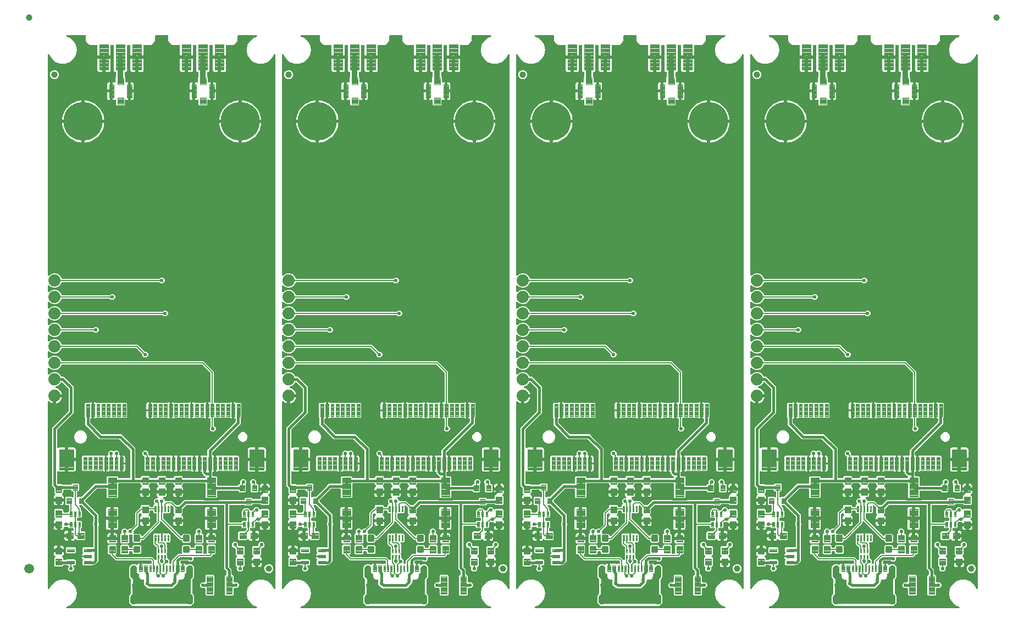
<source format=gtl>
G04 EAGLE Gerber RS-274X export*
G75*
%MOMM*%
%FSLAX34Y34*%
%LPD*%
%INTop Copper*%
%IPPOS*%
%AMOC8*
5,1,8,0,0,1.08239X$1,22.5*%
G01*
%ADD10C,1.000000*%
%ADD11C,0.102000*%
%ADD12C,0.654000*%
%ADD13C,0.100000*%
%ADD14C,0.102500*%
%ADD15C,0.104000*%
%ADD16C,0.300000*%
%ADD17C,1.879600*%
%ADD18C,0.105000*%
%ADD19C,6.000000*%
%ADD20C,0.098000*%
%ADD21C,0.092000*%
%ADD22C,0.099000*%
%ADD23C,1.500000*%
%ADD24C,0.554000*%
%ADD25C,0.152400*%
%ADD26C,0.406400*%
%ADD27C,0.254000*%
%ADD28C,0.203200*%
%ADD29C,0.558800*%
%ADD30C,0.812800*%

G36*
X1044879Y2553D02*
X1044879Y2553D01*
X1044977Y2556D01*
X1045036Y2573D01*
X1045098Y2581D01*
X1045189Y2616D01*
X1045282Y2643D01*
X1045336Y2675D01*
X1045394Y2698D01*
X1045473Y2755D01*
X1045557Y2804D01*
X1045601Y2848D01*
X1045651Y2884D01*
X1045713Y2959D01*
X1045782Y3028D01*
X1045814Y3082D01*
X1045854Y3129D01*
X1045895Y3217D01*
X1045945Y3301D01*
X1045963Y3361D01*
X1045990Y3417D01*
X1046008Y3513D01*
X1046035Y3606D01*
X1046038Y3668D01*
X1046049Y3729D01*
X1046043Y3827D01*
X1046047Y3924D01*
X1046033Y3985D01*
X1046030Y4047D01*
X1046000Y4139D01*
X1045979Y4235D01*
X1045951Y4290D01*
X1045932Y4349D01*
X1045880Y4432D01*
X1045836Y4519D01*
X1045795Y4565D01*
X1045761Y4618D01*
X1045690Y4685D01*
X1045626Y4758D01*
X1045575Y4793D01*
X1045530Y4836D01*
X1045444Y4883D01*
X1045364Y4938D01*
X1045269Y4980D01*
X1045251Y4990D01*
X1045240Y4992D01*
X1045217Y5003D01*
X1040727Y6637D01*
X1034963Y11473D01*
X1031201Y17990D01*
X1029894Y25400D01*
X1031201Y32810D01*
X1034963Y39326D01*
X1040727Y44163D01*
X1047798Y46737D01*
X1055322Y46737D01*
X1062393Y44163D01*
X1068157Y39327D01*
X1071941Y32773D01*
X1071961Y32721D01*
X1071994Y32616D01*
X1072020Y32574D01*
X1072038Y32528D01*
X1072103Y32439D01*
X1072161Y32345D01*
X1072196Y32311D01*
X1072224Y32271D01*
X1072310Y32200D01*
X1072389Y32124D01*
X1072432Y32099D01*
X1072469Y32068D01*
X1072569Y32021D01*
X1072666Y31966D01*
X1072713Y31953D01*
X1072757Y31933D01*
X1072865Y31912D01*
X1072972Y31883D01*
X1073022Y31882D01*
X1073070Y31873D01*
X1073180Y31880D01*
X1073290Y31878D01*
X1073338Y31890D01*
X1073387Y31893D01*
X1073492Y31927D01*
X1073600Y31953D01*
X1073643Y31976D01*
X1073689Y31991D01*
X1073783Y32050D01*
X1073881Y32102D01*
X1073917Y32135D01*
X1073958Y32161D01*
X1074034Y32241D01*
X1074116Y32316D01*
X1074143Y32357D01*
X1074176Y32392D01*
X1074229Y32489D01*
X1074290Y32582D01*
X1074306Y32628D01*
X1074330Y32671D01*
X1074357Y32778D01*
X1074393Y32883D01*
X1074397Y32931D01*
X1074409Y32979D01*
X1074419Y33140D01*
X1074419Y855861D01*
X1074413Y855909D01*
X1074416Y855958D01*
X1074393Y856066D01*
X1074379Y856176D01*
X1074361Y856222D01*
X1074352Y856270D01*
X1074303Y856369D01*
X1074262Y856472D01*
X1074234Y856511D01*
X1074212Y856555D01*
X1074141Y856640D01*
X1074076Y856729D01*
X1074038Y856760D01*
X1074006Y856798D01*
X1073916Y856861D01*
X1073831Y856932D01*
X1073786Y856953D01*
X1073746Y856981D01*
X1073643Y857020D01*
X1073543Y857067D01*
X1073495Y857077D01*
X1073449Y857094D01*
X1073339Y857106D01*
X1073231Y857127D01*
X1073182Y857124D01*
X1073133Y857130D01*
X1073023Y857114D01*
X1072913Y857107D01*
X1072866Y857092D01*
X1072818Y857086D01*
X1072716Y857044D01*
X1072611Y857009D01*
X1072569Y856983D01*
X1072524Y856965D01*
X1072435Y856898D01*
X1072342Y856839D01*
X1072308Y856804D01*
X1072269Y856774D01*
X1072200Y856688D01*
X1072124Y856608D01*
X1072100Y856565D01*
X1072070Y856527D01*
X1072024Y856426D01*
X1071970Y856329D01*
X1071958Y856282D01*
X1071938Y856237D01*
X1071932Y856211D01*
X1068157Y849674D01*
X1062393Y844837D01*
X1055322Y842263D01*
X1047798Y842263D01*
X1040727Y844837D01*
X1034963Y849673D01*
X1031201Y856190D01*
X1029894Y863600D01*
X1031201Y871010D01*
X1034963Y877526D01*
X1040727Y882363D01*
X1045217Y883997D01*
X1045303Y884042D01*
X1045394Y884078D01*
X1045444Y884114D01*
X1045500Y884143D01*
X1045572Y884207D01*
X1045651Y884264D01*
X1045691Y884312D01*
X1045738Y884354D01*
X1045792Y884434D01*
X1045854Y884509D01*
X1045881Y884566D01*
X1045915Y884617D01*
X1045948Y884709D01*
X1045990Y884797D01*
X1046001Y884858D01*
X1046022Y884917D01*
X1046031Y885014D01*
X1046049Y885110D01*
X1046046Y885172D01*
X1046051Y885234D01*
X1046036Y885330D01*
X1046030Y885427D01*
X1046010Y885486D01*
X1046001Y885548D01*
X1045962Y885637D01*
X1045932Y885729D01*
X1045898Y885782D01*
X1045873Y885839D01*
X1045814Y885916D01*
X1045761Y885998D01*
X1045716Y886041D01*
X1045678Y886090D01*
X1045601Y886149D01*
X1045530Y886216D01*
X1045475Y886246D01*
X1045426Y886284D01*
X1045337Y886323D01*
X1045251Y886370D01*
X1045191Y886385D01*
X1045134Y886410D01*
X1045038Y886425D01*
X1044943Y886449D01*
X1044839Y886456D01*
X1044820Y886459D01*
X1044808Y886458D01*
X1044783Y886459D01*
X1017270Y886459D01*
X1017152Y886444D01*
X1017033Y886437D01*
X1016995Y886424D01*
X1016954Y886419D01*
X1016844Y886376D01*
X1016731Y886339D01*
X1016696Y886317D01*
X1016659Y886302D01*
X1016563Y886233D01*
X1016462Y886169D01*
X1016434Y886139D01*
X1016401Y886116D01*
X1016325Y886024D01*
X1016244Y885937D01*
X1016224Y885902D01*
X1016199Y885871D01*
X1016148Y885763D01*
X1016090Y885659D01*
X1016080Y885619D01*
X1016063Y885583D01*
X1016041Y885466D01*
X1016011Y885351D01*
X1016007Y885291D01*
X1016003Y885271D01*
X1016005Y885250D01*
X1016001Y885190D01*
X1016001Y877728D01*
X1013618Y873602D01*
X1009492Y871219D01*
X999370Y871219D01*
X999252Y871204D01*
X999133Y871197D01*
X999095Y871184D01*
X999054Y871179D01*
X998944Y871136D01*
X998831Y871099D01*
X998796Y871077D01*
X998759Y871062D01*
X998663Y870993D01*
X998562Y870929D01*
X998534Y870899D01*
X998501Y870876D01*
X998425Y870784D01*
X998344Y870697D01*
X998324Y870662D01*
X998299Y870631D01*
X998248Y870523D01*
X998190Y870419D01*
X998180Y870379D01*
X998163Y870343D01*
X998141Y870226D01*
X998111Y870111D01*
X998107Y870051D01*
X998103Y870031D01*
X998105Y870010D01*
X998101Y869950D01*
X998101Y854709D01*
X989330Y854709D01*
X989212Y854694D01*
X989093Y854687D01*
X989055Y854674D01*
X989015Y854669D01*
X988904Y854625D01*
X988791Y854589D01*
X988756Y854567D01*
X988719Y854552D01*
X988623Y854482D01*
X988522Y854419D01*
X988494Y854389D01*
X988462Y854365D01*
X988386Y854274D01*
X988304Y854187D01*
X988285Y854152D01*
X988259Y854120D01*
X988208Y854013D01*
X988151Y853909D01*
X988140Y853869D01*
X988123Y853833D01*
X988101Y853716D01*
X988071Y853601D01*
X988067Y853540D01*
X988063Y853520D01*
X988065Y853500D01*
X988061Y853440D01*
X988061Y852169D01*
X988059Y852169D01*
X988059Y853440D01*
X988044Y853558D01*
X988037Y853677D01*
X988024Y853715D01*
X988019Y853755D01*
X987975Y853866D01*
X987939Y853979D01*
X987917Y854014D01*
X987902Y854051D01*
X987832Y854147D01*
X987769Y854248D01*
X987739Y854276D01*
X987715Y854308D01*
X987624Y854384D01*
X987537Y854466D01*
X987502Y854485D01*
X987470Y854511D01*
X987363Y854562D01*
X987259Y854619D01*
X987219Y854630D01*
X987183Y854647D01*
X987066Y854669D01*
X986951Y854699D01*
X986890Y854703D01*
X986870Y854707D01*
X986850Y854705D01*
X986790Y854709D01*
X978019Y854709D01*
X978019Y869950D01*
X978004Y870068D01*
X977997Y870187D01*
X977984Y870225D01*
X977979Y870266D01*
X977936Y870376D01*
X977899Y870489D01*
X977877Y870524D01*
X977862Y870561D01*
X977793Y870657D01*
X977729Y870758D01*
X977699Y870786D01*
X977676Y870819D01*
X977584Y870895D01*
X977497Y870976D01*
X977462Y870996D01*
X977431Y871021D01*
X977323Y871072D01*
X977219Y871130D01*
X977179Y871140D01*
X977143Y871157D01*
X977026Y871179D01*
X976911Y871209D01*
X976851Y871213D01*
X976831Y871217D01*
X976810Y871215D01*
X976750Y871219D01*
X973970Y871219D01*
X973852Y871204D01*
X973733Y871197D01*
X973695Y871184D01*
X973654Y871179D01*
X973544Y871136D01*
X973431Y871099D01*
X973396Y871077D01*
X973359Y871062D01*
X973263Y870993D01*
X973162Y870929D01*
X973134Y870899D01*
X973101Y870876D01*
X973025Y870784D01*
X972944Y870697D01*
X972924Y870662D01*
X972899Y870631D01*
X972848Y870523D01*
X972790Y870419D01*
X972780Y870379D01*
X972763Y870343D01*
X972741Y870226D01*
X972711Y870111D01*
X972707Y870051D01*
X972703Y870031D01*
X972705Y870010D01*
X972701Y869950D01*
X972701Y831425D01*
X970905Y829629D01*
X970534Y829629D01*
X970416Y829614D01*
X970297Y829607D01*
X970259Y829594D01*
X970218Y829589D01*
X970108Y829546D01*
X969995Y829509D01*
X969960Y829487D01*
X969923Y829472D01*
X969827Y829403D01*
X969726Y829339D01*
X969698Y829309D01*
X969665Y829286D01*
X969589Y829194D01*
X969508Y829107D01*
X969488Y829072D01*
X969463Y829041D01*
X969412Y828933D01*
X969354Y828829D01*
X969344Y828789D01*
X969327Y828753D01*
X969305Y828636D01*
X969275Y828521D01*
X969271Y828461D01*
X969267Y828441D01*
X969269Y828420D01*
X969265Y828360D01*
X969265Y822821D01*
X969277Y822723D01*
X969280Y822624D01*
X969297Y822566D01*
X969305Y822506D01*
X969341Y822414D01*
X969369Y822318D01*
X969399Y822266D01*
X969422Y822210D01*
X969480Y822130D01*
X969530Y822045D01*
X969596Y821969D01*
X969608Y821953D01*
X969618Y821945D01*
X969637Y821924D01*
X970201Y821360D01*
X970201Y814741D01*
X970217Y814616D01*
X970226Y814491D01*
X970236Y814459D01*
X970241Y814425D01*
X970287Y814308D01*
X970327Y814189D01*
X970345Y814161D01*
X970358Y814130D01*
X970431Y814028D01*
X970500Y813922D01*
X970525Y813899D01*
X970544Y813872D01*
X970641Y813792D01*
X970734Y813707D01*
X970763Y813691D01*
X970789Y813669D01*
X970903Y813616D01*
X971014Y813556D01*
X971047Y813548D01*
X971077Y813534D01*
X971200Y813510D01*
X971323Y813480D01*
X971356Y813480D01*
X971389Y813474D01*
X971515Y813482D01*
X971641Y813483D01*
X971689Y813493D01*
X971707Y813494D01*
X971727Y813501D01*
X971799Y813515D01*
X972268Y813641D01*
X974286Y813641D01*
X974286Y800955D01*
X974301Y800837D01*
X974308Y800718D01*
X974320Y800680D01*
X974326Y800640D01*
X974369Y800529D01*
X974406Y800416D01*
X974428Y800382D01*
X974443Y800344D01*
X974512Y800248D01*
X974576Y800147D01*
X974606Y800119D01*
X974624Y800095D01*
X974610Y800079D01*
X974529Y799992D01*
X974509Y799957D01*
X974484Y799925D01*
X974433Y799818D01*
X974375Y799713D01*
X974365Y799674D01*
X974348Y799638D01*
X974326Y799521D01*
X974296Y799405D01*
X974292Y799345D01*
X974288Y799325D01*
X974290Y799305D01*
X974286Y799245D01*
X974286Y786559D01*
X972268Y786559D01*
X971493Y786767D01*
X971343Y786854D01*
X971220Y786905D01*
X971101Y786961D01*
X971074Y786966D01*
X971050Y786977D01*
X970918Y786996D01*
X970788Y787021D01*
X970762Y787020D01*
X970735Y787023D01*
X970603Y787010D01*
X970471Y787001D01*
X970445Y786993D01*
X970419Y786990D01*
X970295Y786944D01*
X970169Y786903D01*
X970146Y786889D01*
X970121Y786880D01*
X970012Y786804D01*
X969900Y786733D01*
X969881Y786714D01*
X969859Y786698D01*
X969773Y786598D01*
X969682Y786502D01*
X969669Y786478D01*
X969651Y786458D01*
X969592Y786339D01*
X969528Y786223D01*
X969522Y786197D01*
X969510Y786173D01*
X969482Y786043D01*
X969449Y785915D01*
X969447Y785877D01*
X969443Y785862D01*
X969444Y785840D01*
X969439Y785755D01*
X969439Y779156D01*
X968104Y777821D01*
X957216Y777821D01*
X955881Y779156D01*
X955881Y785754D01*
X955865Y785886D01*
X955854Y786018D01*
X955845Y786043D01*
X955841Y786070D01*
X955793Y786193D01*
X955749Y786318D01*
X955734Y786341D01*
X955724Y786366D01*
X955647Y786473D01*
X955573Y786583D01*
X955553Y786601D01*
X955538Y786623D01*
X955436Y786708D01*
X955337Y786796D01*
X955313Y786809D01*
X955293Y786826D01*
X955173Y786882D01*
X955056Y786944D01*
X955029Y786950D01*
X955005Y786961D01*
X954875Y786986D01*
X954746Y787017D01*
X954719Y787016D01*
X954693Y787021D01*
X954560Y787013D01*
X954428Y787010D01*
X954402Y787003D01*
X954375Y787001D01*
X954249Y786961D01*
X954122Y786925D01*
X954087Y786908D01*
X954073Y786903D01*
X954054Y786892D01*
X953977Y786854D01*
X953828Y786767D01*
X953052Y786559D01*
X951034Y786559D01*
X951034Y799245D01*
X951019Y799363D01*
X951012Y799482D01*
X950999Y799520D01*
X950994Y799560D01*
X950951Y799671D01*
X950914Y799784D01*
X950892Y799818D01*
X950877Y799856D01*
X950808Y799952D01*
X950744Y800053D01*
X950714Y800081D01*
X950696Y800105D01*
X950710Y800121D01*
X950791Y800208D01*
X950811Y800243D01*
X950836Y800275D01*
X950887Y800382D01*
X950945Y800487D01*
X950955Y800526D01*
X950972Y800562D01*
X950994Y800679D01*
X951024Y800795D01*
X951028Y800855D01*
X951032Y800875D01*
X951030Y800895D01*
X951034Y800955D01*
X951034Y813641D01*
X953052Y813641D01*
X953521Y813515D01*
X953646Y813498D01*
X953770Y813474D01*
X953803Y813476D01*
X953837Y813472D01*
X953962Y813486D01*
X954087Y813494D01*
X954119Y813504D01*
X954152Y813508D01*
X954270Y813553D01*
X954389Y813592D01*
X954418Y813610D01*
X954449Y813622D01*
X954552Y813695D01*
X954658Y813762D01*
X954681Y813787D01*
X954709Y813806D01*
X954790Y813902D01*
X954876Y813994D01*
X954892Y814023D01*
X954914Y814049D01*
X954969Y814162D01*
X955030Y814272D01*
X955038Y814305D01*
X955053Y814335D01*
X955078Y814459D01*
X955109Y814580D01*
X955112Y814629D01*
X955116Y814647D01*
X955115Y814669D01*
X955119Y814741D01*
X955119Y821360D01*
X955683Y821924D01*
X955744Y822002D01*
X955812Y822074D01*
X955841Y822127D01*
X955878Y822175D01*
X955918Y822266D01*
X955966Y822353D01*
X955981Y822411D01*
X956005Y822467D01*
X956020Y822565D01*
X956045Y822661D01*
X956051Y822761D01*
X956055Y822781D01*
X956053Y822793D01*
X956055Y822821D01*
X956055Y828360D01*
X956040Y828478D01*
X956033Y828597D01*
X956020Y828635D01*
X956015Y828676D01*
X955972Y828786D01*
X955935Y828899D01*
X955913Y828934D01*
X955898Y828971D01*
X955829Y829067D01*
X955765Y829168D01*
X955735Y829196D01*
X955712Y829229D01*
X955620Y829305D01*
X955533Y829386D01*
X955498Y829406D01*
X955467Y829431D01*
X955359Y829482D01*
X955255Y829540D01*
X955215Y829550D01*
X955179Y829567D01*
X955062Y829589D01*
X954947Y829619D01*
X954887Y829623D01*
X954867Y829627D01*
X954846Y829625D01*
X954786Y829629D01*
X954415Y829629D01*
X952619Y831425D01*
X952619Y869950D01*
X952604Y870068D01*
X952597Y870187D01*
X952584Y870225D01*
X952579Y870266D01*
X952536Y870376D01*
X952499Y870489D01*
X952477Y870524D01*
X952462Y870561D01*
X952393Y870657D01*
X952329Y870758D01*
X952299Y870786D01*
X952276Y870819D01*
X952184Y870895D01*
X952097Y870976D01*
X952062Y870996D01*
X952031Y871021D01*
X951923Y871072D01*
X951819Y871130D01*
X951779Y871140D01*
X951743Y871157D01*
X951626Y871179D01*
X951511Y871209D01*
X951451Y871213D01*
X951431Y871217D01*
X951410Y871215D01*
X951350Y871219D01*
X948570Y871219D01*
X948452Y871204D01*
X948333Y871197D01*
X948295Y871184D01*
X948254Y871179D01*
X948144Y871136D01*
X948031Y871099D01*
X947996Y871077D01*
X947959Y871062D01*
X947863Y870993D01*
X947762Y870929D01*
X947734Y870899D01*
X947701Y870876D01*
X947625Y870784D01*
X947544Y870697D01*
X947524Y870662D01*
X947499Y870631D01*
X947448Y870523D01*
X947390Y870419D01*
X947380Y870379D01*
X947363Y870343D01*
X947341Y870226D01*
X947311Y870111D01*
X947307Y870051D01*
X947303Y870031D01*
X947305Y870010D01*
X947301Y869950D01*
X947301Y854709D01*
X938530Y854709D01*
X938412Y854694D01*
X938293Y854687D01*
X938255Y854674D01*
X938215Y854669D01*
X938104Y854625D01*
X937991Y854589D01*
X937956Y854567D01*
X937919Y854552D01*
X937823Y854482D01*
X937722Y854419D01*
X937694Y854389D01*
X937662Y854365D01*
X937586Y854274D01*
X937504Y854187D01*
X937485Y854152D01*
X937459Y854120D01*
X937408Y854013D01*
X937351Y853909D01*
X937340Y853869D01*
X937323Y853833D01*
X937301Y853716D01*
X937271Y853601D01*
X937267Y853540D01*
X937263Y853520D01*
X937265Y853500D01*
X937261Y853440D01*
X937261Y852169D01*
X937259Y852169D01*
X937259Y853440D01*
X937244Y853558D01*
X937237Y853677D01*
X937224Y853715D01*
X937219Y853755D01*
X937175Y853866D01*
X937139Y853979D01*
X937117Y854014D01*
X937102Y854051D01*
X937032Y854147D01*
X936969Y854248D01*
X936939Y854276D01*
X936915Y854308D01*
X936824Y854384D01*
X936737Y854466D01*
X936702Y854485D01*
X936670Y854511D01*
X936563Y854562D01*
X936459Y854619D01*
X936419Y854630D01*
X936383Y854647D01*
X936266Y854669D01*
X936151Y854699D01*
X936090Y854703D01*
X936070Y854707D01*
X936050Y854705D01*
X935990Y854709D01*
X927219Y854709D01*
X927219Y869950D01*
X927204Y870068D01*
X927197Y870187D01*
X927184Y870225D01*
X927179Y870266D01*
X927136Y870376D01*
X927099Y870489D01*
X927077Y870524D01*
X927062Y870561D01*
X926993Y870657D01*
X926929Y870758D01*
X926899Y870786D01*
X926876Y870819D01*
X926784Y870895D01*
X926697Y870976D01*
X926662Y870996D01*
X926631Y871021D01*
X926523Y871072D01*
X926419Y871130D01*
X926379Y871140D01*
X926343Y871157D01*
X926226Y871179D01*
X926111Y871209D01*
X926051Y871213D01*
X926031Y871217D01*
X926010Y871215D01*
X925950Y871219D01*
X915828Y871219D01*
X911702Y873602D01*
X909319Y877728D01*
X909319Y885190D01*
X909304Y885308D01*
X909297Y885427D01*
X909284Y885465D01*
X909279Y885506D01*
X909236Y885616D01*
X909199Y885729D01*
X909177Y885764D01*
X909162Y885801D01*
X909093Y885897D01*
X909029Y885998D01*
X908999Y886026D01*
X908976Y886059D01*
X908884Y886135D01*
X908797Y886216D01*
X908762Y886236D01*
X908731Y886261D01*
X908623Y886312D01*
X908519Y886370D01*
X908479Y886380D01*
X908443Y886397D01*
X908326Y886419D01*
X908211Y886449D01*
X908151Y886453D01*
X908131Y886457D01*
X908110Y886455D01*
X908050Y886459D01*
X890270Y886459D01*
X890152Y886444D01*
X890033Y886437D01*
X889995Y886424D01*
X889954Y886419D01*
X889844Y886376D01*
X889731Y886339D01*
X889696Y886317D01*
X889659Y886302D01*
X889563Y886233D01*
X889462Y886169D01*
X889434Y886139D01*
X889401Y886116D01*
X889325Y886024D01*
X889244Y885937D01*
X889224Y885902D01*
X889199Y885871D01*
X889148Y885763D01*
X889090Y885659D01*
X889080Y885619D01*
X889063Y885583D01*
X889041Y885466D01*
X889011Y885351D01*
X889007Y885291D01*
X889003Y885271D01*
X889005Y885250D01*
X889001Y885190D01*
X889001Y877728D01*
X886618Y873602D01*
X882492Y871219D01*
X872370Y871219D01*
X872252Y871204D01*
X872133Y871197D01*
X872095Y871184D01*
X872054Y871179D01*
X871944Y871136D01*
X871831Y871099D01*
X871796Y871077D01*
X871759Y871062D01*
X871663Y870993D01*
X871562Y870929D01*
X871534Y870899D01*
X871501Y870876D01*
X871425Y870784D01*
X871344Y870697D01*
X871324Y870662D01*
X871299Y870631D01*
X871248Y870523D01*
X871190Y870419D01*
X871180Y870379D01*
X871163Y870343D01*
X871141Y870226D01*
X871111Y870111D01*
X871107Y870051D01*
X871103Y870031D01*
X871105Y870010D01*
X871101Y869950D01*
X871101Y854709D01*
X862330Y854709D01*
X862212Y854694D01*
X862093Y854687D01*
X862055Y854674D01*
X862015Y854669D01*
X861904Y854625D01*
X861791Y854589D01*
X861756Y854567D01*
X861719Y854552D01*
X861623Y854482D01*
X861522Y854419D01*
X861494Y854389D01*
X861462Y854365D01*
X861386Y854274D01*
X861304Y854187D01*
X861285Y854152D01*
X861259Y854120D01*
X861208Y854013D01*
X861151Y853909D01*
X861140Y853869D01*
X861123Y853833D01*
X861101Y853716D01*
X861071Y853601D01*
X861067Y853540D01*
X861063Y853520D01*
X861065Y853500D01*
X861061Y853440D01*
X861061Y852169D01*
X861059Y852169D01*
X861059Y853440D01*
X861044Y853558D01*
X861037Y853677D01*
X861024Y853715D01*
X861019Y853755D01*
X860975Y853866D01*
X860939Y853979D01*
X860917Y854014D01*
X860902Y854051D01*
X860832Y854147D01*
X860769Y854248D01*
X860739Y854276D01*
X860715Y854308D01*
X860624Y854384D01*
X860537Y854466D01*
X860502Y854485D01*
X860470Y854511D01*
X860363Y854562D01*
X860259Y854619D01*
X860219Y854630D01*
X860183Y854647D01*
X860066Y854669D01*
X859951Y854699D01*
X859890Y854703D01*
X859870Y854707D01*
X859850Y854705D01*
X859790Y854709D01*
X851019Y854709D01*
X851019Y869950D01*
X851004Y870068D01*
X850997Y870187D01*
X850984Y870225D01*
X850979Y870266D01*
X850936Y870376D01*
X850899Y870489D01*
X850877Y870524D01*
X850862Y870561D01*
X850793Y870657D01*
X850729Y870758D01*
X850699Y870786D01*
X850676Y870819D01*
X850584Y870895D01*
X850497Y870976D01*
X850462Y870996D01*
X850431Y871021D01*
X850323Y871072D01*
X850219Y871130D01*
X850179Y871140D01*
X850143Y871157D01*
X850026Y871179D01*
X849911Y871209D01*
X849851Y871213D01*
X849831Y871217D01*
X849810Y871215D01*
X849750Y871219D01*
X846970Y871219D01*
X846852Y871204D01*
X846733Y871197D01*
X846695Y871184D01*
X846654Y871179D01*
X846544Y871136D01*
X846431Y871099D01*
X846396Y871077D01*
X846359Y871062D01*
X846263Y870993D01*
X846162Y870929D01*
X846134Y870899D01*
X846101Y870876D01*
X846025Y870784D01*
X845944Y870697D01*
X845924Y870662D01*
X845899Y870631D01*
X845848Y870523D01*
X845790Y870419D01*
X845780Y870379D01*
X845763Y870343D01*
X845741Y870226D01*
X845711Y870111D01*
X845707Y870051D01*
X845703Y870031D01*
X845705Y870010D01*
X845701Y869950D01*
X845701Y831425D01*
X843905Y829629D01*
X843534Y829629D01*
X843416Y829614D01*
X843297Y829607D01*
X843259Y829594D01*
X843218Y829589D01*
X843108Y829546D01*
X842995Y829509D01*
X842960Y829487D01*
X842923Y829472D01*
X842827Y829403D01*
X842726Y829339D01*
X842698Y829309D01*
X842665Y829286D01*
X842589Y829194D01*
X842508Y829107D01*
X842488Y829072D01*
X842463Y829041D01*
X842412Y828933D01*
X842354Y828829D01*
X842344Y828789D01*
X842327Y828753D01*
X842305Y828636D01*
X842275Y828521D01*
X842271Y828461D01*
X842267Y828441D01*
X842269Y828420D01*
X842265Y828360D01*
X842265Y822821D01*
X842277Y822723D01*
X842280Y822624D01*
X842297Y822566D01*
X842305Y822506D01*
X842341Y822414D01*
X842369Y822319D01*
X842399Y822266D01*
X842422Y822210D01*
X842480Y822130D01*
X842530Y822045D01*
X842596Y821969D01*
X842608Y821953D01*
X842618Y821945D01*
X842636Y821924D01*
X843201Y821360D01*
X843201Y814741D01*
X843216Y814616D01*
X843226Y814491D01*
X843236Y814459D01*
X843241Y814425D01*
X843287Y814309D01*
X843327Y814189D01*
X843345Y814161D01*
X843358Y814130D01*
X843431Y814028D01*
X843500Y813922D01*
X843525Y813900D01*
X843544Y813872D01*
X843641Y813792D01*
X843734Y813707D01*
X843763Y813691D01*
X843789Y813669D01*
X843903Y813616D01*
X844014Y813556D01*
X844047Y813548D01*
X844077Y813534D01*
X844201Y813510D01*
X844323Y813480D01*
X844356Y813480D01*
X844389Y813474D01*
X844515Y813482D01*
X844641Y813483D01*
X844689Y813493D01*
X844707Y813494D01*
X844727Y813501D01*
X844799Y813515D01*
X845268Y813641D01*
X847286Y813641D01*
X847286Y800955D01*
X847301Y800837D01*
X847308Y800718D01*
X847320Y800680D01*
X847326Y800640D01*
X847369Y800529D01*
X847406Y800416D01*
X847428Y800382D01*
X847443Y800344D01*
X847512Y800248D01*
X847576Y800147D01*
X847606Y800119D01*
X847624Y800095D01*
X847610Y800079D01*
X847529Y799992D01*
X847509Y799957D01*
X847484Y799925D01*
X847433Y799818D01*
X847375Y799713D01*
X847365Y799674D01*
X847348Y799638D01*
X847326Y799521D01*
X847296Y799405D01*
X847292Y799345D01*
X847288Y799325D01*
X847290Y799305D01*
X847286Y799245D01*
X847286Y786559D01*
X845268Y786559D01*
X844492Y786767D01*
X844343Y786854D01*
X844220Y786905D01*
X844101Y786961D01*
X844074Y786966D01*
X844049Y786977D01*
X843918Y786996D01*
X843788Y787021D01*
X843762Y787019D01*
X843735Y787023D01*
X843603Y787010D01*
X843471Y787001D01*
X843445Y786993D01*
X843419Y786990D01*
X843294Y786944D01*
X843169Y786903D01*
X843146Y786889D01*
X843120Y786880D01*
X843012Y786804D01*
X842900Y786733D01*
X842881Y786714D01*
X842859Y786698D01*
X842773Y786598D01*
X842682Y786502D01*
X842669Y786478D01*
X842651Y786458D01*
X842592Y786339D01*
X842528Y786223D01*
X842522Y786197D01*
X842510Y786173D01*
X842482Y786043D01*
X842449Y785915D01*
X842447Y785877D01*
X842443Y785862D01*
X842444Y785840D01*
X842439Y785754D01*
X842439Y779156D01*
X841104Y777821D01*
X830216Y777821D01*
X828881Y779156D01*
X828881Y785755D01*
X828865Y785886D01*
X828854Y786018D01*
X828845Y786043D01*
X828841Y786070D01*
X828793Y786193D01*
X828749Y786318D01*
X828734Y786341D01*
X828724Y786366D01*
X828647Y786473D01*
X828573Y786583D01*
X828553Y786601D01*
X828538Y786623D01*
X828436Y786708D01*
X828337Y786796D01*
X828313Y786809D01*
X828293Y786826D01*
X828173Y786882D01*
X828055Y786944D01*
X828029Y786950D01*
X828005Y786961D01*
X827875Y786986D01*
X827746Y787017D01*
X827719Y787016D01*
X827693Y787021D01*
X827561Y787013D01*
X827428Y787010D01*
X827402Y787003D01*
X827375Y787001D01*
X827249Y786961D01*
X827122Y786925D01*
X827087Y786908D01*
X827073Y786903D01*
X827054Y786892D01*
X826977Y786854D01*
X826827Y786767D01*
X826052Y786559D01*
X824034Y786559D01*
X824034Y799245D01*
X824019Y799363D01*
X824012Y799482D01*
X823999Y799520D01*
X823994Y799560D01*
X823951Y799671D01*
X823914Y799784D01*
X823892Y799818D01*
X823877Y799856D01*
X823808Y799952D01*
X823744Y800053D01*
X823714Y800081D01*
X823696Y800105D01*
X823710Y800121D01*
X823791Y800208D01*
X823811Y800243D01*
X823836Y800275D01*
X823887Y800382D01*
X823945Y800487D01*
X823955Y800526D01*
X823972Y800562D01*
X823994Y800679D01*
X824024Y800795D01*
X824028Y800855D01*
X824032Y800875D01*
X824030Y800895D01*
X824034Y800955D01*
X824034Y813641D01*
X826052Y813641D01*
X826521Y813515D01*
X826646Y813498D01*
X826770Y813474D01*
X826803Y813476D01*
X826837Y813472D01*
X826962Y813486D01*
X827087Y813494D01*
X827119Y813504D01*
X827152Y813508D01*
X827270Y813553D01*
X827389Y813592D01*
X827418Y813610D01*
X827449Y813622D01*
X827552Y813695D01*
X827658Y813762D01*
X827681Y813787D01*
X827709Y813806D01*
X827790Y813902D01*
X827876Y813994D01*
X827892Y814023D01*
X827914Y814049D01*
X827969Y814162D01*
X828030Y814272D01*
X828038Y814305D01*
X828053Y814335D01*
X828078Y814459D01*
X828109Y814580D01*
X828112Y814629D01*
X828116Y814647D01*
X828115Y814669D01*
X828119Y814741D01*
X828119Y821360D01*
X828684Y821924D01*
X828744Y822002D01*
X828812Y822074D01*
X828841Y822127D01*
X828878Y822175D01*
X828918Y822266D01*
X828966Y822353D01*
X828981Y822411D01*
X829005Y822467D01*
X829020Y822565D01*
X829045Y822661D01*
X829051Y822761D01*
X829055Y822781D01*
X829053Y822793D01*
X829055Y822821D01*
X829055Y828360D01*
X829040Y828478D01*
X829033Y828597D01*
X829020Y828635D01*
X829015Y828676D01*
X828972Y828786D01*
X828935Y828899D01*
X828913Y828934D01*
X828898Y828971D01*
X828829Y829067D01*
X828765Y829168D01*
X828735Y829196D01*
X828712Y829229D01*
X828620Y829305D01*
X828533Y829386D01*
X828498Y829406D01*
X828467Y829431D01*
X828359Y829482D01*
X828255Y829540D01*
X828215Y829550D01*
X828179Y829567D01*
X828062Y829589D01*
X827947Y829619D01*
X827887Y829623D01*
X827867Y829627D01*
X827846Y829625D01*
X827786Y829629D01*
X827415Y829629D01*
X825619Y831425D01*
X825619Y869950D01*
X825604Y870068D01*
X825597Y870187D01*
X825584Y870225D01*
X825579Y870266D01*
X825536Y870376D01*
X825499Y870489D01*
X825477Y870524D01*
X825462Y870561D01*
X825393Y870657D01*
X825329Y870758D01*
X825299Y870786D01*
X825276Y870819D01*
X825184Y870895D01*
X825097Y870976D01*
X825062Y870996D01*
X825031Y871021D01*
X824923Y871072D01*
X824819Y871130D01*
X824779Y871140D01*
X824743Y871157D01*
X824626Y871179D01*
X824511Y871209D01*
X824451Y871213D01*
X824431Y871217D01*
X824410Y871215D01*
X824350Y871219D01*
X821570Y871219D01*
X821452Y871204D01*
X821333Y871197D01*
X821295Y871184D01*
X821254Y871179D01*
X821144Y871136D01*
X821031Y871099D01*
X820996Y871077D01*
X820959Y871062D01*
X820863Y870993D01*
X820762Y870929D01*
X820734Y870899D01*
X820701Y870876D01*
X820625Y870784D01*
X820544Y870697D01*
X820524Y870662D01*
X820499Y870631D01*
X820448Y870523D01*
X820390Y870419D01*
X820380Y870379D01*
X820363Y870343D01*
X820341Y870226D01*
X820311Y870111D01*
X820307Y870051D01*
X820303Y870031D01*
X820305Y870010D01*
X820301Y869950D01*
X820301Y854709D01*
X811530Y854709D01*
X811412Y854694D01*
X811293Y854687D01*
X811255Y854674D01*
X811215Y854669D01*
X811104Y854625D01*
X810991Y854589D01*
X810956Y854567D01*
X810919Y854552D01*
X810823Y854482D01*
X810722Y854419D01*
X810694Y854389D01*
X810662Y854365D01*
X810586Y854274D01*
X810504Y854187D01*
X810485Y854152D01*
X810459Y854120D01*
X810408Y854013D01*
X810351Y853909D01*
X810340Y853869D01*
X810323Y853833D01*
X810301Y853716D01*
X810271Y853601D01*
X810267Y853540D01*
X810263Y853520D01*
X810265Y853500D01*
X810261Y853440D01*
X810261Y852169D01*
X810259Y852169D01*
X810259Y853440D01*
X810244Y853558D01*
X810237Y853677D01*
X810224Y853715D01*
X810219Y853755D01*
X810175Y853866D01*
X810139Y853979D01*
X810117Y854014D01*
X810102Y854051D01*
X810032Y854147D01*
X809969Y854248D01*
X809939Y854276D01*
X809915Y854308D01*
X809824Y854384D01*
X809737Y854466D01*
X809702Y854485D01*
X809670Y854511D01*
X809563Y854562D01*
X809459Y854619D01*
X809419Y854630D01*
X809383Y854647D01*
X809266Y854669D01*
X809151Y854699D01*
X809090Y854703D01*
X809070Y854707D01*
X809050Y854705D01*
X808990Y854709D01*
X800219Y854709D01*
X800219Y869950D01*
X800204Y870068D01*
X800197Y870187D01*
X800184Y870225D01*
X800179Y870266D01*
X800136Y870376D01*
X800099Y870489D01*
X800077Y870524D01*
X800062Y870561D01*
X799993Y870657D01*
X799929Y870758D01*
X799899Y870786D01*
X799876Y870819D01*
X799784Y870895D01*
X799697Y870976D01*
X799662Y870996D01*
X799631Y871021D01*
X799523Y871072D01*
X799419Y871130D01*
X799379Y871140D01*
X799343Y871157D01*
X799226Y871179D01*
X799111Y871209D01*
X799051Y871213D01*
X799031Y871217D01*
X799010Y871215D01*
X798950Y871219D01*
X788828Y871219D01*
X784702Y873602D01*
X782319Y877728D01*
X782319Y885190D01*
X782304Y885308D01*
X782297Y885427D01*
X782284Y885465D01*
X782279Y885506D01*
X782236Y885616D01*
X782199Y885729D01*
X782177Y885764D01*
X782162Y885801D01*
X782093Y885897D01*
X782029Y885998D01*
X781999Y886026D01*
X781976Y886059D01*
X781884Y886135D01*
X781797Y886216D01*
X781762Y886236D01*
X781731Y886261D01*
X781623Y886312D01*
X781519Y886370D01*
X781479Y886380D01*
X781443Y886397D01*
X781326Y886419D01*
X781211Y886449D01*
X781151Y886453D01*
X781131Y886457D01*
X781110Y886455D01*
X781050Y886459D01*
X753537Y886459D01*
X753441Y886447D01*
X753343Y886444D01*
X753284Y886427D01*
X753222Y886419D01*
X753131Y886384D01*
X753038Y886357D01*
X752984Y886325D01*
X752926Y886302D01*
X752847Y886245D01*
X752763Y886196D01*
X752719Y886152D01*
X752669Y886116D01*
X752607Y886041D01*
X752538Y885972D01*
X752506Y885918D01*
X752466Y885871D01*
X752425Y885783D01*
X752375Y885699D01*
X752357Y885639D01*
X752330Y885583D01*
X752312Y885487D01*
X752285Y885394D01*
X752282Y885332D01*
X752271Y885271D01*
X752277Y885173D01*
X752273Y885076D01*
X752287Y885015D01*
X752290Y884953D01*
X752320Y884861D01*
X752341Y884765D01*
X752369Y884710D01*
X752388Y884651D01*
X752440Y884568D01*
X752484Y884481D01*
X752525Y884435D01*
X752559Y884382D01*
X752630Y884315D01*
X752694Y884242D01*
X752745Y884207D01*
X752790Y884164D01*
X752876Y884117D01*
X752956Y884062D01*
X753051Y884020D01*
X753069Y884010D01*
X753080Y884008D01*
X753103Y883997D01*
X757593Y882363D01*
X763357Y877527D01*
X767119Y871010D01*
X768426Y863600D01*
X767119Y856190D01*
X763357Y849674D01*
X757593Y844837D01*
X750522Y842263D01*
X742998Y842263D01*
X735927Y844837D01*
X730163Y849673D01*
X726379Y856227D01*
X726359Y856279D01*
X726326Y856384D01*
X726300Y856426D01*
X726282Y856472D01*
X726217Y856561D01*
X726159Y856655D01*
X726124Y856689D01*
X726096Y856729D01*
X726010Y856800D01*
X725931Y856876D01*
X725888Y856901D01*
X725851Y856932D01*
X725751Y856979D01*
X725654Y857034D01*
X725607Y857047D01*
X725563Y857067D01*
X725454Y857088D01*
X725347Y857117D01*
X725298Y857118D01*
X725250Y857127D01*
X725140Y857120D01*
X725029Y857122D01*
X724982Y857110D01*
X724933Y857107D01*
X724828Y857073D01*
X724720Y857047D01*
X724677Y857024D01*
X724631Y857009D01*
X724537Y856950D01*
X724439Y856898D01*
X724403Y856865D01*
X724362Y856839D01*
X724286Y856758D01*
X724204Y856684D01*
X724178Y856643D01*
X724144Y856608D01*
X724090Y856511D01*
X724030Y856418D01*
X724014Y856372D01*
X723990Y856329D01*
X723963Y856222D01*
X723927Y856117D01*
X723923Y856068D01*
X723911Y856021D01*
X723901Y855860D01*
X723901Y516711D01*
X723918Y516574D01*
X723931Y516435D01*
X723938Y516416D01*
X723941Y516396D01*
X723992Y516267D01*
X724039Y516136D01*
X724050Y516119D01*
X724058Y516100D01*
X724139Y515988D01*
X724217Y515872D01*
X724233Y515859D01*
X724244Y515843D01*
X724352Y515754D01*
X724456Y515662D01*
X724474Y515653D01*
X724489Y515640D01*
X724615Y515581D01*
X724739Y515517D01*
X724759Y515513D01*
X724777Y515504D01*
X724914Y515478D01*
X725049Y515448D01*
X725070Y515448D01*
X725089Y515445D01*
X725228Y515453D01*
X725367Y515457D01*
X725387Y515463D01*
X725407Y515464D01*
X725539Y515507D01*
X725673Y515546D01*
X725690Y515556D01*
X725709Y515562D01*
X725827Y515637D01*
X725947Y515707D01*
X725968Y515726D01*
X725978Y515732D01*
X725992Y515747D01*
X726067Y515814D01*
X727729Y517475D01*
X731837Y519177D01*
X736283Y519177D01*
X740391Y517475D01*
X743535Y514331D01*
X744781Y511324D01*
X744795Y511299D01*
X744804Y511271D01*
X744874Y511161D01*
X744938Y511048D01*
X744959Y511027D01*
X744975Y511002D01*
X745069Y510913D01*
X745159Y510820D01*
X745185Y510804D01*
X745206Y510784D01*
X745320Y510721D01*
X745431Y510653D01*
X745459Y510645D01*
X745485Y510630D01*
X745610Y510598D01*
X745735Y510560D01*
X745764Y510558D01*
X745793Y510551D01*
X745953Y510541D01*
X894742Y510541D01*
X894840Y510553D01*
X894939Y510556D01*
X894998Y510573D01*
X895058Y510581D01*
X895150Y510617D01*
X895245Y510645D01*
X895297Y510675D01*
X895353Y510698D01*
X895433Y510756D01*
X895519Y510806D01*
X895594Y510872D01*
X895611Y510884D01*
X895618Y510894D01*
X895640Y510912D01*
X897276Y512549D01*
X901044Y512549D01*
X903709Y509884D01*
X903709Y506116D01*
X901044Y503451D01*
X897276Y503451D01*
X895640Y505088D01*
X895561Y505148D01*
X895489Y505216D01*
X895436Y505245D01*
X895388Y505282D01*
X895297Y505322D01*
X895211Y505370D01*
X895152Y505385D01*
X895096Y505409D01*
X894999Y505424D01*
X894903Y505449D01*
X894803Y505455D01*
X894782Y505459D01*
X894770Y505457D01*
X894742Y505459D01*
X745953Y505459D01*
X745924Y505456D01*
X745895Y505458D01*
X745766Y505436D01*
X745638Y505419D01*
X745610Y505409D01*
X745581Y505404D01*
X745463Y505350D01*
X745342Y505302D01*
X745318Y505285D01*
X745291Y505273D01*
X745190Y505192D01*
X745085Y505116D01*
X745066Y505093D01*
X745043Y505074D01*
X744965Y504971D01*
X744882Y504871D01*
X744869Y504844D01*
X744852Y504820D01*
X744781Y504676D01*
X743535Y501669D01*
X740391Y498525D01*
X736283Y496823D01*
X731837Y496823D01*
X727729Y498525D01*
X726067Y500186D01*
X725958Y500272D01*
X725851Y500360D01*
X725832Y500369D01*
X725816Y500381D01*
X725688Y500437D01*
X725563Y500496D01*
X725543Y500499D01*
X725524Y500508D01*
X725386Y500529D01*
X725250Y500555D01*
X725230Y500554D01*
X725210Y500557D01*
X725071Y500544D01*
X724933Y500536D01*
X724914Y500529D01*
X724894Y500528D01*
X724762Y500480D01*
X724631Y500438D01*
X724613Y500427D01*
X724594Y500420D01*
X724479Y500342D01*
X724362Y500268D01*
X724348Y500253D01*
X724331Y500241D01*
X724239Y500137D01*
X724144Y500036D01*
X724134Y500018D01*
X724121Y500003D01*
X724057Y499879D01*
X723990Y499757D01*
X723985Y499738D01*
X723976Y499720D01*
X723946Y499584D01*
X723911Y499449D01*
X723909Y499421D01*
X723906Y499409D01*
X723907Y499389D01*
X723901Y499289D01*
X723901Y491311D01*
X723918Y491174D01*
X723931Y491035D01*
X723938Y491016D01*
X723941Y490996D01*
X723992Y490867D01*
X724039Y490736D01*
X724050Y490719D01*
X724058Y490700D01*
X724139Y490588D01*
X724217Y490472D01*
X724233Y490459D01*
X724244Y490443D01*
X724352Y490354D01*
X724456Y490262D01*
X724474Y490253D01*
X724489Y490240D01*
X724615Y490181D01*
X724739Y490117D01*
X724759Y490113D01*
X724777Y490104D01*
X724914Y490078D01*
X725049Y490048D01*
X725070Y490048D01*
X725089Y490045D01*
X725228Y490053D01*
X725367Y490057D01*
X725387Y490063D01*
X725407Y490064D01*
X725539Y490107D01*
X725673Y490146D01*
X725690Y490156D01*
X725709Y490162D01*
X725827Y490237D01*
X725947Y490307D01*
X725968Y490326D01*
X725978Y490332D01*
X725992Y490347D01*
X726067Y490414D01*
X727729Y492075D01*
X731837Y493777D01*
X736283Y493777D01*
X740391Y492075D01*
X743535Y488931D01*
X744781Y485924D01*
X744795Y485899D01*
X744804Y485871D01*
X744874Y485761D01*
X744938Y485648D01*
X744959Y485627D01*
X744975Y485602D01*
X745069Y485513D01*
X745159Y485420D01*
X745185Y485404D01*
X745206Y485384D01*
X745320Y485321D01*
X745431Y485253D01*
X745459Y485245D01*
X745485Y485230D01*
X745610Y485198D01*
X745735Y485160D01*
X745764Y485158D01*
X745793Y485151D01*
X745953Y485141D01*
X818542Y485141D01*
X818640Y485153D01*
X818739Y485156D01*
X818798Y485173D01*
X818858Y485181D01*
X818950Y485217D01*
X819045Y485245D01*
X819097Y485275D01*
X819153Y485298D01*
X819233Y485356D01*
X819319Y485406D01*
X819394Y485472D01*
X819411Y485484D01*
X819418Y485494D01*
X819440Y485512D01*
X821076Y487149D01*
X824844Y487149D01*
X827509Y484484D01*
X827509Y480716D01*
X824844Y478051D01*
X821076Y478051D01*
X819440Y479688D01*
X819361Y479748D01*
X819289Y479816D01*
X819236Y479845D01*
X819188Y479882D01*
X819097Y479922D01*
X819011Y479970D01*
X818952Y479985D01*
X818896Y480009D01*
X818799Y480024D01*
X818703Y480049D01*
X818603Y480055D01*
X818582Y480059D01*
X818570Y480057D01*
X818542Y480059D01*
X745953Y480059D01*
X745924Y480056D01*
X745895Y480058D01*
X745766Y480036D01*
X745638Y480019D01*
X745610Y480009D01*
X745581Y480004D01*
X745463Y479950D01*
X745342Y479902D01*
X745318Y479885D01*
X745291Y479873D01*
X745190Y479792D01*
X745085Y479716D01*
X745066Y479693D01*
X745043Y479674D01*
X744965Y479571D01*
X744882Y479471D01*
X744869Y479444D01*
X744852Y479420D01*
X744781Y479276D01*
X743535Y476269D01*
X740391Y473125D01*
X736283Y471423D01*
X731837Y471423D01*
X727729Y473125D01*
X726067Y474786D01*
X725958Y474872D01*
X725851Y474960D01*
X725832Y474969D01*
X725816Y474981D01*
X725688Y475037D01*
X725563Y475096D01*
X725543Y475099D01*
X725524Y475108D01*
X725386Y475129D01*
X725250Y475155D01*
X725230Y475154D01*
X725210Y475157D01*
X725071Y475144D01*
X724933Y475136D01*
X724914Y475129D01*
X724894Y475128D01*
X724762Y475080D01*
X724631Y475038D01*
X724613Y475027D01*
X724594Y475020D01*
X724479Y474942D01*
X724362Y474868D01*
X724348Y474853D01*
X724331Y474841D01*
X724239Y474737D01*
X724144Y474636D01*
X724134Y474618D01*
X724121Y474603D01*
X724057Y474479D01*
X723990Y474357D01*
X723985Y474338D01*
X723976Y474320D01*
X723946Y474184D01*
X723911Y474049D01*
X723909Y474021D01*
X723906Y474009D01*
X723907Y473989D01*
X723901Y473889D01*
X723901Y465911D01*
X723918Y465774D01*
X723931Y465635D01*
X723938Y465616D01*
X723941Y465596D01*
X723992Y465467D01*
X724039Y465336D01*
X724050Y465319D01*
X724058Y465300D01*
X724139Y465188D01*
X724217Y465072D01*
X724233Y465059D01*
X724244Y465043D01*
X724352Y464954D01*
X724456Y464862D01*
X724474Y464853D01*
X724489Y464840D01*
X724615Y464781D01*
X724739Y464717D01*
X724759Y464713D01*
X724777Y464704D01*
X724914Y464678D01*
X725049Y464648D01*
X725070Y464648D01*
X725089Y464645D01*
X725228Y464653D01*
X725367Y464657D01*
X725387Y464663D01*
X725407Y464664D01*
X725539Y464707D01*
X725673Y464746D01*
X725690Y464756D01*
X725709Y464762D01*
X725827Y464837D01*
X725947Y464907D01*
X725968Y464926D01*
X725978Y464932D01*
X725992Y464947D01*
X726067Y465014D01*
X727729Y466675D01*
X731837Y468377D01*
X736283Y468377D01*
X740391Y466675D01*
X743535Y463531D01*
X744781Y460524D01*
X744795Y460499D01*
X744804Y460471D01*
X744874Y460361D01*
X744938Y460248D01*
X744959Y460227D01*
X744975Y460202D01*
X745069Y460113D01*
X745159Y460020D01*
X745185Y460004D01*
X745206Y459984D01*
X745320Y459921D01*
X745431Y459853D01*
X745459Y459845D01*
X745485Y459830D01*
X745610Y459798D01*
X745735Y459760D01*
X745764Y459758D01*
X745793Y459751D01*
X745953Y459741D01*
X899822Y459741D01*
X899920Y459753D01*
X900019Y459756D01*
X900078Y459773D01*
X900138Y459781D01*
X900230Y459817D01*
X900325Y459845D01*
X900377Y459875D01*
X900433Y459898D01*
X900513Y459956D01*
X900599Y460006D01*
X900674Y460072D01*
X900691Y460084D01*
X900698Y460094D01*
X900720Y460112D01*
X902356Y461749D01*
X906124Y461749D01*
X908789Y459084D01*
X908789Y455316D01*
X906124Y452651D01*
X902356Y452651D01*
X900720Y454288D01*
X900641Y454348D01*
X900569Y454416D01*
X900516Y454445D01*
X900468Y454482D01*
X900377Y454522D01*
X900291Y454570D01*
X900232Y454585D01*
X900176Y454609D01*
X900079Y454624D01*
X899983Y454649D01*
X899883Y454655D01*
X899862Y454659D01*
X899850Y454657D01*
X899822Y454659D01*
X745953Y454659D01*
X745924Y454656D01*
X745895Y454658D01*
X745766Y454636D01*
X745638Y454619D01*
X745610Y454609D01*
X745581Y454604D01*
X745463Y454550D01*
X745342Y454502D01*
X745318Y454485D01*
X745291Y454473D01*
X745190Y454392D01*
X745085Y454316D01*
X745066Y454293D01*
X745043Y454274D01*
X744965Y454171D01*
X744882Y454071D01*
X744869Y454044D01*
X744852Y454020D01*
X744781Y453876D01*
X743535Y450869D01*
X740391Y447725D01*
X736283Y446023D01*
X731837Y446023D01*
X727729Y447725D01*
X726067Y449386D01*
X725958Y449472D01*
X725851Y449560D01*
X725832Y449569D01*
X725816Y449581D01*
X725688Y449637D01*
X725563Y449696D01*
X725543Y449699D01*
X725524Y449708D01*
X725386Y449729D01*
X725250Y449755D01*
X725230Y449754D01*
X725210Y449757D01*
X725071Y449744D01*
X724933Y449736D01*
X724914Y449729D01*
X724894Y449728D01*
X724762Y449680D01*
X724631Y449638D01*
X724613Y449627D01*
X724594Y449620D01*
X724479Y449542D01*
X724362Y449468D01*
X724348Y449453D01*
X724331Y449441D01*
X724239Y449337D01*
X724144Y449236D01*
X724134Y449218D01*
X724121Y449203D01*
X724057Y449079D01*
X723990Y448957D01*
X723985Y448938D01*
X723976Y448920D01*
X723946Y448784D01*
X723911Y448649D01*
X723909Y448621D01*
X723906Y448609D01*
X723907Y448589D01*
X723901Y448489D01*
X723901Y440511D01*
X723918Y440374D01*
X723931Y440235D01*
X723938Y440216D01*
X723941Y440196D01*
X723992Y440067D01*
X724039Y439936D01*
X724050Y439919D01*
X724058Y439900D01*
X724139Y439788D01*
X724217Y439672D01*
X724233Y439659D01*
X724244Y439643D01*
X724352Y439554D01*
X724456Y439462D01*
X724474Y439453D01*
X724489Y439440D01*
X724615Y439381D01*
X724739Y439317D01*
X724759Y439313D01*
X724777Y439304D01*
X724914Y439278D01*
X725049Y439248D01*
X725070Y439248D01*
X725089Y439245D01*
X725228Y439253D01*
X725367Y439257D01*
X725387Y439263D01*
X725407Y439264D01*
X725539Y439307D01*
X725673Y439346D01*
X725690Y439356D01*
X725709Y439362D01*
X725827Y439437D01*
X725947Y439507D01*
X725968Y439526D01*
X725978Y439532D01*
X725992Y439547D01*
X726067Y439614D01*
X727729Y441275D01*
X731837Y442977D01*
X736283Y442977D01*
X740391Y441275D01*
X743535Y438131D01*
X744781Y435124D01*
X744795Y435099D01*
X744804Y435071D01*
X744874Y434961D01*
X744938Y434848D01*
X744959Y434827D01*
X744975Y434802D01*
X745069Y434713D01*
X745159Y434620D01*
X745185Y434604D01*
X745206Y434584D01*
X745320Y434521D01*
X745431Y434453D01*
X745459Y434445D01*
X745485Y434430D01*
X745610Y434398D01*
X745735Y434360D01*
X745764Y434358D01*
X745793Y434351D01*
X745953Y434341D01*
X793142Y434341D01*
X793240Y434353D01*
X793339Y434356D01*
X793398Y434373D01*
X793458Y434381D01*
X793550Y434417D01*
X793645Y434445D01*
X793697Y434475D01*
X793753Y434498D01*
X793834Y434556D01*
X793919Y434606D01*
X793994Y434672D01*
X794011Y434684D01*
X794019Y434694D01*
X794040Y434712D01*
X795676Y436349D01*
X799444Y436349D01*
X802109Y433684D01*
X802109Y429916D01*
X799444Y427251D01*
X795676Y427251D01*
X794040Y428888D01*
X793961Y428948D01*
X793889Y429016D01*
X793836Y429045D01*
X793788Y429082D01*
X793697Y429122D01*
X793611Y429170D01*
X793552Y429185D01*
X793497Y429209D01*
X793399Y429224D01*
X793303Y429249D01*
X793203Y429255D01*
X793182Y429259D01*
X793170Y429257D01*
X793142Y429259D01*
X745953Y429259D01*
X745924Y429256D01*
X745895Y429258D01*
X745766Y429236D01*
X745638Y429219D01*
X745610Y429209D01*
X745581Y429204D01*
X745463Y429150D01*
X745342Y429102D01*
X745318Y429085D01*
X745291Y429073D01*
X745190Y428992D01*
X745085Y428916D01*
X745066Y428893D01*
X745043Y428874D01*
X744965Y428771D01*
X744882Y428671D01*
X744869Y428644D01*
X744852Y428620D01*
X744781Y428476D01*
X743535Y425469D01*
X740391Y422325D01*
X736283Y420623D01*
X731837Y420623D01*
X727729Y422325D01*
X726067Y423986D01*
X725958Y424072D01*
X725851Y424160D01*
X725832Y424169D01*
X725816Y424181D01*
X725688Y424237D01*
X725563Y424296D01*
X725543Y424299D01*
X725524Y424308D01*
X725386Y424329D01*
X725250Y424355D01*
X725230Y424354D01*
X725210Y424357D01*
X725071Y424344D01*
X724933Y424336D01*
X724914Y424329D01*
X724894Y424328D01*
X724762Y424280D01*
X724631Y424238D01*
X724613Y424227D01*
X724594Y424220D01*
X724479Y424142D01*
X724362Y424068D01*
X724348Y424053D01*
X724331Y424041D01*
X724239Y423937D01*
X724144Y423836D01*
X724134Y423818D01*
X724121Y423803D01*
X724057Y423679D01*
X723990Y423557D01*
X723985Y423538D01*
X723976Y423520D01*
X723946Y423384D01*
X723911Y423249D01*
X723909Y423221D01*
X723906Y423209D01*
X723907Y423189D01*
X723901Y423089D01*
X723901Y415111D01*
X723918Y414974D01*
X723931Y414835D01*
X723938Y414816D01*
X723941Y414796D01*
X723992Y414667D01*
X724039Y414536D01*
X724050Y414519D01*
X724058Y414500D01*
X724139Y414388D01*
X724217Y414272D01*
X724233Y414259D01*
X724244Y414243D01*
X724352Y414154D01*
X724456Y414062D01*
X724474Y414053D01*
X724489Y414040D01*
X724615Y413981D01*
X724739Y413917D01*
X724759Y413913D01*
X724777Y413904D01*
X724914Y413878D01*
X725049Y413848D01*
X725070Y413848D01*
X725089Y413845D01*
X725228Y413853D01*
X725367Y413857D01*
X725387Y413863D01*
X725407Y413864D01*
X725539Y413907D01*
X725673Y413946D01*
X725690Y413956D01*
X725709Y413962D01*
X725827Y414037D01*
X725947Y414107D01*
X725968Y414126D01*
X725978Y414132D01*
X725992Y414147D01*
X726067Y414214D01*
X727729Y415875D01*
X731837Y417577D01*
X736283Y417577D01*
X740391Y415875D01*
X743535Y412731D01*
X744781Y409724D01*
X744795Y409699D01*
X744804Y409671D01*
X744874Y409561D01*
X744938Y409448D01*
X744959Y409427D01*
X744975Y409402D01*
X745069Y409313D01*
X745159Y409220D01*
X745185Y409204D01*
X745206Y409184D01*
X745320Y409121D01*
X745431Y409053D01*
X745459Y409045D01*
X745485Y409030D01*
X745610Y408998D01*
X745735Y408960D01*
X745764Y408958D01*
X745793Y408951D01*
X745953Y408941D01*
X862112Y408941D01*
X872433Y398620D01*
X872511Y398560D01*
X872583Y398492D01*
X872636Y398463D01*
X872684Y398426D01*
X872775Y398386D01*
X872862Y398338D01*
X872920Y398323D01*
X872976Y398299D01*
X873074Y398284D01*
X873169Y398259D01*
X873270Y398253D01*
X873290Y398249D01*
X873302Y398251D01*
X873330Y398249D01*
X875644Y398249D01*
X878309Y395584D01*
X878309Y391816D01*
X875644Y389151D01*
X871876Y389151D01*
X869211Y391816D01*
X869211Y394130D01*
X869199Y394228D01*
X869196Y394327D01*
X869179Y394385D01*
X869171Y394445D01*
X869135Y394537D01*
X869107Y394633D01*
X869077Y394685D01*
X869054Y394741D01*
X868996Y394821D01*
X868946Y394906D01*
X868880Y394982D01*
X868868Y394998D01*
X868858Y395006D01*
X868840Y395027D01*
X860379Y403488D01*
X860301Y403548D01*
X860229Y403616D01*
X860176Y403645D01*
X860128Y403682D01*
X860037Y403722D01*
X859950Y403770D01*
X859892Y403785D01*
X859836Y403809D01*
X859738Y403824D01*
X859643Y403849D01*
X859542Y403855D01*
X859522Y403859D01*
X859510Y403857D01*
X859482Y403859D01*
X745953Y403859D01*
X745924Y403856D01*
X745895Y403858D01*
X745766Y403836D01*
X745638Y403819D01*
X745610Y403809D01*
X745581Y403804D01*
X745463Y403750D01*
X745342Y403702D01*
X745318Y403685D01*
X745291Y403673D01*
X745190Y403592D01*
X745085Y403516D01*
X745066Y403493D01*
X745043Y403474D01*
X744965Y403371D01*
X744882Y403271D01*
X744869Y403244D01*
X744852Y403220D01*
X744781Y403076D01*
X743535Y400069D01*
X740391Y396925D01*
X736283Y395223D01*
X731837Y395223D01*
X727729Y396925D01*
X726067Y398586D01*
X725958Y398672D01*
X725851Y398760D01*
X725832Y398769D01*
X725816Y398781D01*
X725688Y398837D01*
X725563Y398896D01*
X725543Y398899D01*
X725524Y398908D01*
X725386Y398929D01*
X725250Y398955D01*
X725230Y398954D01*
X725210Y398957D01*
X725071Y398944D01*
X724933Y398936D01*
X724914Y398929D01*
X724894Y398928D01*
X724762Y398880D01*
X724631Y398838D01*
X724613Y398827D01*
X724594Y398820D01*
X724479Y398742D01*
X724362Y398668D01*
X724348Y398653D01*
X724331Y398641D01*
X724239Y398537D01*
X724144Y398436D01*
X724134Y398418D01*
X724121Y398403D01*
X724057Y398279D01*
X723990Y398157D01*
X723985Y398138D01*
X723976Y398120D01*
X723946Y397984D01*
X723911Y397849D01*
X723909Y397821D01*
X723906Y397809D01*
X723907Y397789D01*
X723901Y397689D01*
X723901Y389711D01*
X723918Y389574D01*
X723931Y389435D01*
X723938Y389416D01*
X723941Y389396D01*
X723992Y389267D01*
X724039Y389136D01*
X724050Y389119D01*
X724058Y389100D01*
X724139Y388988D01*
X724217Y388872D01*
X724233Y388859D01*
X724244Y388843D01*
X724352Y388754D01*
X724456Y388662D01*
X724474Y388653D01*
X724489Y388640D01*
X724615Y388581D01*
X724739Y388517D01*
X724759Y388513D01*
X724777Y388504D01*
X724914Y388478D01*
X725049Y388448D01*
X725070Y388448D01*
X725089Y388445D01*
X725228Y388453D01*
X725367Y388457D01*
X725387Y388463D01*
X725407Y388464D01*
X725539Y388507D01*
X725673Y388546D01*
X725690Y388556D01*
X725709Y388562D01*
X725827Y388637D01*
X725947Y388707D01*
X725968Y388726D01*
X725978Y388732D01*
X725992Y388747D01*
X726067Y388814D01*
X727729Y390475D01*
X731837Y392177D01*
X736283Y392177D01*
X740391Y390475D01*
X743535Y387331D01*
X744781Y384324D01*
X744795Y384299D01*
X744804Y384271D01*
X744874Y384161D01*
X744938Y384048D01*
X744959Y384027D01*
X744975Y384002D01*
X745069Y383913D01*
X745159Y383820D01*
X745185Y383804D01*
X745206Y383784D01*
X745320Y383721D01*
X745431Y383653D01*
X745459Y383645D01*
X745485Y383630D01*
X745610Y383598D01*
X745735Y383560D01*
X745764Y383558D01*
X745793Y383551D01*
X745953Y383541D01*
X963712Y383541D01*
X979701Y367552D01*
X979701Y320748D01*
X979716Y320630D01*
X979723Y320511D01*
X979736Y320473D01*
X979741Y320432D01*
X979784Y320322D01*
X979821Y320209D01*
X979843Y320174D01*
X979858Y320137D01*
X979927Y320041D01*
X979991Y319940D01*
X980021Y319912D01*
X980044Y319879D01*
X980136Y319803D01*
X980223Y319722D01*
X980258Y319702D01*
X980289Y319677D01*
X980397Y319626D01*
X980501Y319568D01*
X980541Y319558D01*
X980577Y319541D01*
X980694Y319519D01*
X980809Y319489D01*
X980846Y319487D01*
X980923Y319474D01*
X981039Y319448D01*
X981079Y319449D01*
X981119Y319443D01*
X981238Y319454D01*
X981357Y319458D01*
X981396Y319469D01*
X981436Y319473D01*
X981452Y319479D01*
X988895Y319479D01*
X988923Y319474D01*
X989039Y319448D01*
X989079Y319449D01*
X989119Y319443D01*
X989238Y319454D01*
X989357Y319458D01*
X989396Y319469D01*
X989436Y319473D01*
X989452Y319479D01*
X996895Y319479D01*
X996923Y319474D01*
X997039Y319448D01*
X997079Y319449D01*
X997119Y319443D01*
X997238Y319454D01*
X997357Y319458D01*
X997396Y319469D01*
X997436Y319473D01*
X997452Y319479D01*
X1004193Y319479D01*
X1004284Y319490D01*
X1004377Y319492D01*
X1004441Y319510D01*
X1004508Y319519D01*
X1004594Y319553D01*
X1004683Y319577D01*
X1004788Y319629D01*
X1004804Y319636D01*
X1004811Y319641D01*
X1004827Y319649D01*
X1005492Y320033D01*
X1006268Y320241D01*
X1007661Y320241D01*
X1007661Y307930D01*
X1007676Y307812D01*
X1007683Y307693D01*
X1007685Y307686D01*
X1007671Y307630D01*
X1007667Y307570D01*
X1007663Y307550D01*
X1007665Y307530D01*
X1007661Y307470D01*
X1007661Y295159D01*
X1006268Y295159D01*
X1005492Y295367D01*
X1004827Y295751D01*
X1004742Y295787D01*
X1004661Y295832D01*
X1004596Y295848D01*
X1004534Y295874D01*
X1004443Y295888D01*
X1004353Y295911D01*
X1004236Y295918D01*
X1004219Y295921D01*
X1004211Y295920D01*
X1004193Y295921D01*
X997425Y295921D01*
X997396Y295926D01*
X997280Y295952D01*
X997240Y295951D01*
X997200Y295957D01*
X997081Y295946D01*
X996962Y295942D01*
X996924Y295931D01*
X996884Y295927D01*
X996867Y295921D01*
X989425Y295921D01*
X989396Y295926D01*
X989280Y295952D01*
X989240Y295951D01*
X989200Y295957D01*
X989081Y295946D01*
X988962Y295942D01*
X988924Y295931D01*
X988884Y295927D01*
X988867Y295921D01*
X981425Y295921D01*
X981396Y295926D01*
X981280Y295952D01*
X981240Y295951D01*
X981200Y295957D01*
X981081Y295946D01*
X980962Y295942D01*
X980924Y295931D01*
X980884Y295927D01*
X980821Y295904D01*
X980733Y295899D01*
X980695Y295886D01*
X980654Y295881D01*
X980544Y295838D01*
X980431Y295801D01*
X980396Y295779D01*
X980359Y295764D01*
X980263Y295695D01*
X980162Y295631D01*
X980134Y295601D01*
X980101Y295578D01*
X980025Y295486D01*
X979944Y295399D01*
X979924Y295364D01*
X979899Y295333D01*
X979848Y295225D01*
X979790Y295121D01*
X979780Y295081D01*
X979763Y295045D01*
X979741Y294928D01*
X979711Y294813D01*
X979707Y294753D01*
X979703Y294733D01*
X979705Y294712D01*
X979701Y294652D01*
X979701Y284558D01*
X979713Y284460D01*
X979716Y284361D01*
X979733Y284302D01*
X979741Y284242D01*
X979777Y284150D01*
X979805Y284055D01*
X979835Y284003D01*
X979858Y283947D01*
X979916Y283867D01*
X979966Y283781D01*
X980032Y283706D01*
X980044Y283689D01*
X980054Y283682D01*
X980072Y283660D01*
X982449Y281284D01*
X982449Y277516D01*
X979784Y274851D01*
X976016Y274851D01*
X973351Y277516D01*
X973351Y281284D01*
X974248Y282180D01*
X974308Y282259D01*
X974376Y282331D01*
X974405Y282384D01*
X974442Y282432D01*
X974482Y282523D01*
X974530Y282609D01*
X974545Y282668D01*
X974569Y282724D01*
X974584Y282821D01*
X974609Y282917D01*
X974615Y283017D01*
X974619Y283038D01*
X974617Y283050D01*
X974619Y283078D01*
X974619Y294203D01*
X974603Y294335D01*
X974592Y294467D01*
X974583Y294492D01*
X974579Y294519D01*
X974531Y294642D01*
X974487Y294767D01*
X974472Y294790D01*
X974462Y294814D01*
X974384Y294922D01*
X974311Y295032D01*
X974291Y295050D01*
X974276Y295072D01*
X974173Y295156D01*
X974075Y295245D01*
X974051Y295258D01*
X974031Y295275D01*
X973911Y295331D01*
X973793Y295393D01*
X973767Y295399D01*
X973743Y295410D01*
X973613Y295435D01*
X973484Y295465D01*
X973457Y295465D01*
X973431Y295470D01*
X973298Y295462D01*
X973166Y295459D01*
X973140Y295452D01*
X973113Y295450D01*
X972993Y295411D01*
X972989Y295410D01*
X972052Y295159D01*
X970659Y295159D01*
X970659Y307470D01*
X970644Y307588D01*
X970637Y307707D01*
X970635Y307714D01*
X970649Y307770D01*
X970653Y307830D01*
X970657Y307850D01*
X970655Y307870D01*
X970659Y307930D01*
X970659Y320241D01*
X972052Y320241D01*
X972917Y320009D01*
X972957Y319990D01*
X972983Y319985D01*
X973008Y319974D01*
X973139Y319955D01*
X973270Y319930D01*
X973296Y319932D01*
X973323Y319928D01*
X973455Y319942D01*
X973587Y319950D01*
X973612Y319958D01*
X973639Y319961D01*
X973763Y320007D01*
X973889Y320048D01*
X973912Y320062D01*
X973937Y320072D01*
X974046Y320147D01*
X974158Y320218D01*
X974177Y320238D01*
X974199Y320253D01*
X974285Y320353D01*
X974376Y320450D01*
X974389Y320473D01*
X974407Y320493D01*
X974466Y320612D01*
X974530Y320728D01*
X974536Y320754D01*
X974548Y320778D01*
X974576Y320908D01*
X974609Y321036D01*
X974611Y321074D01*
X974615Y321089D01*
X974614Y321111D01*
X974619Y321197D01*
X974619Y364922D01*
X974607Y365020D01*
X974604Y365119D01*
X974587Y365177D01*
X974579Y365237D01*
X974543Y365329D01*
X974515Y365425D01*
X974485Y365477D01*
X974462Y365533D01*
X974404Y365613D01*
X974354Y365698D01*
X974288Y365774D01*
X974276Y365790D01*
X974266Y365798D01*
X974248Y365819D01*
X961979Y378088D01*
X961901Y378148D01*
X961829Y378216D01*
X961776Y378245D01*
X961728Y378282D01*
X961637Y378322D01*
X961550Y378370D01*
X961492Y378385D01*
X961436Y378409D01*
X961338Y378424D01*
X961243Y378449D01*
X961142Y378455D01*
X961122Y378459D01*
X961110Y378457D01*
X961082Y378459D01*
X745953Y378459D01*
X745924Y378456D01*
X745895Y378458D01*
X745766Y378436D01*
X745638Y378419D01*
X745610Y378409D01*
X745581Y378404D01*
X745463Y378350D01*
X745342Y378302D01*
X745318Y378285D01*
X745291Y378273D01*
X745190Y378192D01*
X745085Y378116D01*
X745066Y378093D01*
X745043Y378074D01*
X744965Y377971D01*
X744882Y377871D01*
X744869Y377844D01*
X744852Y377820D01*
X744781Y377676D01*
X743535Y374669D01*
X740391Y371525D01*
X736283Y369823D01*
X731837Y369823D01*
X727729Y371525D01*
X726067Y373186D01*
X725958Y373272D01*
X725851Y373360D01*
X725832Y373369D01*
X725816Y373381D01*
X725688Y373437D01*
X725563Y373496D01*
X725543Y373499D01*
X725524Y373508D01*
X725386Y373529D01*
X725250Y373555D01*
X725230Y373554D01*
X725210Y373557D01*
X725071Y373544D01*
X724933Y373536D01*
X724914Y373529D01*
X724894Y373528D01*
X724762Y373480D01*
X724631Y373438D01*
X724613Y373427D01*
X724594Y373420D01*
X724479Y373342D01*
X724362Y373268D01*
X724348Y373253D01*
X724331Y373241D01*
X724239Y373137D01*
X724144Y373036D01*
X724134Y373018D01*
X724121Y373003D01*
X724057Y372879D01*
X723990Y372757D01*
X723985Y372738D01*
X723976Y372720D01*
X723946Y372584D01*
X723911Y372449D01*
X723909Y372421D01*
X723906Y372409D01*
X723907Y372389D01*
X723901Y372289D01*
X723901Y364311D01*
X723918Y364174D01*
X723931Y364035D01*
X723938Y364016D01*
X723941Y363996D01*
X723992Y363867D01*
X724039Y363736D01*
X724050Y363719D01*
X724058Y363700D01*
X724139Y363588D01*
X724217Y363472D01*
X724233Y363459D01*
X724244Y363443D01*
X724352Y363354D01*
X724456Y363262D01*
X724474Y363253D01*
X724489Y363240D01*
X724615Y363181D01*
X724739Y363117D01*
X724759Y363113D01*
X724777Y363104D01*
X724914Y363078D01*
X725049Y363048D01*
X725070Y363048D01*
X725089Y363045D01*
X725228Y363053D01*
X725367Y363057D01*
X725387Y363063D01*
X725407Y363064D01*
X725539Y363107D01*
X725673Y363146D01*
X725690Y363156D01*
X725709Y363162D01*
X725827Y363237D01*
X725947Y363307D01*
X725968Y363326D01*
X725978Y363332D01*
X725992Y363347D01*
X726067Y363414D01*
X727729Y365075D01*
X731837Y366777D01*
X736283Y366777D01*
X740391Y365075D01*
X743535Y361931D01*
X744255Y360194D01*
X744269Y360169D01*
X744278Y360141D01*
X744348Y360031D01*
X744412Y359918D01*
X744433Y359897D01*
X744448Y359872D01*
X744543Y359783D01*
X744633Y359690D01*
X744659Y359674D01*
X744680Y359654D01*
X744794Y359591D01*
X744905Y359523D01*
X744933Y359515D01*
X744959Y359500D01*
X745084Y359468D01*
X745208Y359430D01*
X745238Y359428D01*
X745267Y359421D01*
X745427Y359411D01*
X748338Y359411D01*
X760667Y347082D01*
X763271Y344478D01*
X763271Y303222D01*
X738242Y278193D01*
X738182Y278115D01*
X738114Y278043D01*
X738085Y277990D01*
X738048Y277942D01*
X738008Y277851D01*
X737960Y277764D01*
X737945Y277706D01*
X737921Y277650D01*
X737906Y277552D01*
X737881Y277457D01*
X737875Y277356D01*
X737871Y277336D01*
X737873Y277324D01*
X737871Y277296D01*
X737871Y250739D01*
X737887Y250608D01*
X737898Y250475D01*
X737907Y250450D01*
X737911Y250423D01*
X737959Y250300D01*
X738003Y250175D01*
X738018Y250152D01*
X738028Y250127D01*
X738105Y250021D01*
X738179Y249910D01*
X738199Y249892D01*
X738214Y249870D01*
X738316Y249786D01*
X738415Y249697D01*
X738439Y249685D01*
X738459Y249667D01*
X738579Y249611D01*
X738696Y249549D01*
X738723Y249543D01*
X738747Y249532D01*
X738877Y249507D01*
X739006Y249477D01*
X739033Y249477D01*
X739059Y249472D01*
X739191Y249480D01*
X739324Y249483D01*
X739350Y249490D01*
X739377Y249492D01*
X739503Y249532D01*
X739630Y249568D01*
X739665Y249585D01*
X739679Y249590D01*
X739698Y249601D01*
X739775Y249639D01*
X740462Y250036D01*
X741225Y250241D01*
X750121Y250241D01*
X750121Y232970D01*
X750136Y232852D01*
X750143Y232733D01*
X750156Y232695D01*
X750161Y232655D01*
X750204Y232544D01*
X750241Y232431D01*
X750263Y232396D01*
X750278Y232359D01*
X750348Y232263D01*
X750411Y232162D01*
X750441Y232134D01*
X750465Y232102D01*
X750556Y232026D01*
X750643Y231944D01*
X750678Y231925D01*
X750709Y231899D01*
X750817Y231848D01*
X750921Y231791D01*
X750961Y231780D01*
X750997Y231763D01*
X751114Y231741D01*
X751229Y231711D01*
X751290Y231707D01*
X751310Y231703D01*
X751330Y231705D01*
X751390Y231701D01*
X752661Y231701D01*
X752661Y231699D01*
X751390Y231699D01*
X751272Y231684D01*
X751153Y231677D01*
X751115Y231664D01*
X751075Y231659D01*
X750964Y231615D01*
X750851Y231579D01*
X750816Y231557D01*
X750779Y231542D01*
X750683Y231472D01*
X750582Y231409D01*
X750554Y231379D01*
X750521Y231355D01*
X750446Y231264D01*
X750364Y231177D01*
X750344Y231142D01*
X750319Y231110D01*
X750268Y231003D01*
X750210Y230899D01*
X750200Y230859D01*
X750183Y230823D01*
X750161Y230706D01*
X750131Y230591D01*
X750127Y230530D01*
X750123Y230510D01*
X750125Y230490D01*
X750121Y230430D01*
X750121Y213159D01*
X741225Y213159D01*
X740462Y213364D01*
X739775Y213761D01*
X739652Y213812D01*
X739533Y213868D01*
X739506Y213873D01*
X739481Y213884D01*
X739350Y213903D01*
X739220Y213928D01*
X739194Y213926D01*
X739167Y213930D01*
X739035Y213916D01*
X738903Y213908D01*
X738877Y213900D01*
X738851Y213897D01*
X738726Y213851D01*
X738601Y213810D01*
X738578Y213796D01*
X738552Y213786D01*
X738444Y213711D01*
X738332Y213640D01*
X738313Y213620D01*
X738291Y213605D01*
X738205Y213505D01*
X738114Y213408D01*
X738101Y213385D01*
X738083Y213364D01*
X738024Y213246D01*
X737960Y213130D01*
X737954Y213104D01*
X737942Y213080D01*
X737914Y212950D01*
X737881Y212822D01*
X737879Y212784D01*
X737875Y212769D01*
X737876Y212747D01*
X737871Y212661D01*
X737871Y194848D01*
X737886Y194730D01*
X737893Y194611D01*
X737906Y194573D01*
X737911Y194532D01*
X737954Y194422D01*
X737991Y194309D01*
X738013Y194274D01*
X738028Y194237D01*
X738097Y194141D01*
X738161Y194040D01*
X738191Y194012D01*
X738214Y193979D01*
X738306Y193903D01*
X738393Y193822D01*
X738428Y193802D01*
X738459Y193777D01*
X738567Y193726D01*
X738671Y193668D01*
X738711Y193658D01*
X738747Y193641D01*
X738864Y193619D01*
X738979Y193589D01*
X739039Y193585D01*
X739059Y193581D01*
X739080Y193583D01*
X739140Y193579D01*
X745854Y193579D01*
X746450Y192982D01*
X746528Y192922D01*
X746601Y192854D01*
X746654Y192825D01*
X746701Y192788D01*
X746792Y192748D01*
X746879Y192700D01*
X746938Y192685D01*
X746993Y192661D01*
X747091Y192646D01*
X747187Y192621D01*
X747287Y192615D01*
X747307Y192611D01*
X747320Y192613D01*
X747348Y192611D01*
X758762Y192611D01*
X758880Y192626D01*
X758999Y192633D01*
X759037Y192646D01*
X759078Y192651D01*
X759188Y192694D01*
X759301Y192731D01*
X759336Y192753D01*
X759373Y192768D01*
X759469Y192837D01*
X759570Y192901D01*
X759598Y192931D01*
X759631Y192954D01*
X759707Y193046D01*
X759788Y193133D01*
X759808Y193168D01*
X759833Y193199D01*
X759884Y193307D01*
X759942Y193411D01*
X759952Y193451D01*
X759969Y193487D01*
X759991Y193604D01*
X760021Y193719D01*
X760021Y193722D01*
X761378Y195079D01*
X770242Y195079D01*
X771589Y193732D01*
X771589Y183868D01*
X770242Y182521D01*
X769620Y182521D01*
X769502Y182506D01*
X769383Y182499D01*
X769345Y182486D01*
X769304Y182481D01*
X769194Y182438D01*
X769081Y182401D01*
X769046Y182379D01*
X769009Y182364D01*
X768913Y182295D01*
X768812Y182231D01*
X768784Y182201D01*
X768751Y182178D01*
X768675Y182086D01*
X768594Y181999D01*
X768574Y181964D01*
X768549Y181933D01*
X768498Y181825D01*
X768440Y181721D01*
X768430Y181681D01*
X768413Y181645D01*
X768391Y181528D01*
X768361Y181413D01*
X768357Y181353D01*
X768353Y181333D01*
X768355Y181312D01*
X768351Y181252D01*
X768351Y174616D01*
X768368Y174478D01*
X768381Y174339D01*
X768388Y174320D01*
X768391Y174300D01*
X768442Y174171D01*
X768489Y174040D01*
X768500Y174023D01*
X768508Y174005D01*
X768589Y173892D01*
X768667Y173777D01*
X768683Y173764D01*
X768694Y173747D01*
X768802Y173658D01*
X768906Y173567D01*
X768924Y173557D01*
X768939Y173544D01*
X769065Y173485D01*
X769189Y173422D01*
X769209Y173418D01*
X769227Y173409D01*
X769364Y173383D01*
X769499Y173352D01*
X769520Y173353D01*
X769539Y173349D01*
X769678Y173358D01*
X769817Y173362D01*
X769837Y173368D01*
X769857Y173369D01*
X769989Y173412D01*
X770123Y173450D01*
X770140Y173461D01*
X770159Y173467D01*
X770277Y173541D01*
X770397Y173612D01*
X770418Y173631D01*
X770428Y173637D01*
X770442Y173652D01*
X770517Y173718D01*
X770878Y174079D01*
X775224Y174079D01*
X775322Y174091D01*
X775421Y174094D01*
X775479Y174111D01*
X775539Y174119D01*
X775631Y174155D01*
X775727Y174183D01*
X775779Y174213D01*
X775835Y174236D01*
X775915Y174294D01*
X776000Y174344D01*
X776076Y174410D01*
X776092Y174422D01*
X776100Y174432D01*
X776121Y174450D01*
X795982Y194311D01*
X812912Y194311D01*
X813030Y194326D01*
X813149Y194333D01*
X813187Y194346D01*
X813228Y194351D01*
X813338Y194394D01*
X813451Y194431D01*
X813486Y194453D01*
X813523Y194468D01*
X813619Y194537D01*
X813720Y194601D01*
X813748Y194631D01*
X813781Y194654D01*
X813857Y194746D01*
X813938Y194833D01*
X813958Y194868D01*
X813983Y194899D01*
X814034Y195007D01*
X814092Y195111D01*
X814102Y195151D01*
X814119Y195187D01*
X814141Y195304D01*
X814171Y195419D01*
X814175Y195479D01*
X814179Y195499D01*
X814177Y195520D01*
X814181Y195580D01*
X814181Y204550D01*
X815510Y205879D01*
X830410Y205879D01*
X831739Y204550D01*
X831739Y204080D01*
X831754Y203962D01*
X831761Y203843D01*
X831774Y203805D01*
X831779Y203764D01*
X831822Y203654D01*
X831859Y203541D01*
X831881Y203506D01*
X831896Y203469D01*
X831965Y203373D01*
X832029Y203272D01*
X832059Y203244D01*
X832082Y203211D01*
X832174Y203135D01*
X832261Y203054D01*
X832296Y203034D01*
X832327Y203009D01*
X832435Y202958D01*
X832539Y202900D01*
X832579Y202890D01*
X832615Y202873D01*
X832732Y202851D01*
X832847Y202821D01*
X832907Y202817D01*
X832927Y202813D01*
X832948Y202815D01*
X833008Y202811D01*
X849630Y202811D01*
X849748Y202826D01*
X849867Y202833D01*
X849905Y202846D01*
X849946Y202851D01*
X850056Y202894D01*
X850169Y202931D01*
X850204Y202953D01*
X850241Y202968D01*
X850337Y203037D01*
X850438Y203101D01*
X850466Y203131D01*
X850499Y203154D01*
X850575Y203246D01*
X850656Y203333D01*
X850676Y203368D01*
X850701Y203399D01*
X850752Y203507D01*
X850810Y203611D01*
X850820Y203651D01*
X850837Y203687D01*
X850859Y203804D01*
X850889Y203919D01*
X850893Y203979D01*
X850897Y203999D01*
X850895Y204020D01*
X850899Y204080D01*
X850899Y245546D01*
X850887Y245644D01*
X850884Y245743D01*
X850867Y245801D01*
X850859Y245861D01*
X850823Y245953D01*
X850795Y246049D01*
X850765Y246101D01*
X850742Y246157D01*
X850684Y246237D01*
X850634Y246322D01*
X850568Y246398D01*
X850556Y246414D01*
X850546Y246422D01*
X850528Y246443D01*
X834453Y262518D01*
X834375Y262578D01*
X834303Y262646D01*
X834250Y262675D01*
X834202Y262712D01*
X834111Y262752D01*
X834024Y262800D01*
X833966Y262815D01*
X833910Y262839D01*
X833812Y262854D01*
X833717Y262879D01*
X833616Y262885D01*
X833596Y262889D01*
X833584Y262887D01*
X833556Y262889D01*
X803602Y262889D01*
X800998Y265493D01*
X783953Y282538D01*
X781349Y285142D01*
X781349Y295768D01*
X781337Y295866D01*
X781334Y295965D01*
X781317Y296024D01*
X781309Y296084D01*
X781273Y296176D01*
X781245Y296271D01*
X781215Y296323D01*
X781192Y296379D01*
X781134Y296459D01*
X781084Y296545D01*
X781018Y296620D01*
X781006Y296637D01*
X780996Y296645D01*
X780978Y296666D01*
X780381Y297262D01*
X780381Y318138D01*
X781722Y319479D01*
X788193Y319479D01*
X788284Y319490D01*
X788377Y319492D01*
X788441Y319510D01*
X788508Y319519D01*
X788594Y319553D01*
X788683Y319577D01*
X788788Y319629D01*
X788804Y319636D01*
X788811Y319641D01*
X788827Y319649D01*
X789492Y320033D01*
X790268Y320241D01*
X791661Y320241D01*
X791661Y307930D01*
X791676Y307812D01*
X791683Y307693D01*
X791685Y307686D01*
X791671Y307630D01*
X791667Y307570D01*
X791663Y307550D01*
X791665Y307530D01*
X791661Y307470D01*
X791661Y295159D01*
X790240Y295159D01*
X790122Y295144D01*
X790003Y295137D01*
X789965Y295124D01*
X789924Y295119D01*
X789814Y295076D01*
X789701Y295039D01*
X789666Y295017D01*
X789629Y295002D01*
X789533Y294933D01*
X789432Y294869D01*
X789404Y294839D01*
X789371Y294816D01*
X789295Y294724D01*
X789214Y294637D01*
X789194Y294602D01*
X789169Y294571D01*
X789118Y294463D01*
X789060Y294359D01*
X789050Y294319D01*
X789033Y294283D01*
X789011Y294166D01*
X788981Y294051D01*
X788977Y293991D01*
X788973Y293971D01*
X788975Y293950D01*
X788971Y293890D01*
X788971Y288824D01*
X788983Y288726D01*
X788986Y288627D01*
X789003Y288569D01*
X789011Y288509D01*
X789047Y288417D01*
X789075Y288321D01*
X789105Y288269D01*
X789128Y288213D01*
X789186Y288133D01*
X789236Y288048D01*
X789302Y287972D01*
X789314Y287956D01*
X789324Y287948D01*
X789342Y287927D01*
X806387Y270882D01*
X806465Y270822D01*
X806537Y270754D01*
X806590Y270725D01*
X806638Y270688D01*
X806729Y270648D01*
X806816Y270600D01*
X806874Y270585D01*
X806930Y270561D01*
X807028Y270546D01*
X807123Y270521D01*
X807224Y270515D01*
X807244Y270511D01*
X807256Y270513D01*
X807284Y270511D01*
X837238Y270511D01*
X839842Y267907D01*
X855917Y251832D01*
X858521Y249228D01*
X858521Y204080D01*
X858536Y203962D01*
X858543Y203843D01*
X858556Y203805D01*
X858561Y203764D01*
X858604Y203654D01*
X858641Y203541D01*
X858663Y203506D01*
X858678Y203469D01*
X858747Y203373D01*
X858811Y203272D01*
X858841Y203244D01*
X858864Y203211D01*
X858956Y203135D01*
X859043Y203054D01*
X859078Y203034D01*
X859109Y203009D01*
X859217Y202958D01*
X859321Y202900D01*
X859361Y202890D01*
X859397Y202873D01*
X859514Y202851D01*
X859629Y202821D01*
X859689Y202817D01*
X859709Y202813D01*
X859730Y202815D01*
X859790Y202811D01*
X865712Y202811D01*
X865830Y202826D01*
X865949Y202833D01*
X865987Y202846D01*
X866028Y202851D01*
X866138Y202894D01*
X866251Y202931D01*
X866286Y202953D01*
X866323Y202968D01*
X866419Y203037D01*
X866520Y203101D01*
X866548Y203131D01*
X866581Y203154D01*
X866657Y203246D01*
X866738Y203333D01*
X866758Y203368D01*
X866783Y203399D01*
X866834Y203507D01*
X866892Y203611D01*
X866902Y203651D01*
X866919Y203687D01*
X866941Y203804D01*
X866971Y203919D01*
X866975Y203979D01*
X866979Y203999D01*
X866977Y204020D01*
X866981Y204080D01*
X866981Y204944D01*
X868316Y206279D01*
X879204Y206279D01*
X880539Y204944D01*
X880539Y204080D01*
X880554Y203962D01*
X880561Y203843D01*
X880574Y203805D01*
X880579Y203764D01*
X880622Y203654D01*
X880659Y203541D01*
X880681Y203506D01*
X880696Y203469D01*
X880765Y203373D01*
X880829Y203272D01*
X880859Y203244D01*
X880882Y203211D01*
X880974Y203135D01*
X881061Y203054D01*
X881096Y203034D01*
X881127Y203009D01*
X881235Y202958D01*
X881339Y202900D01*
X881379Y202890D01*
X881415Y202873D01*
X881532Y202851D01*
X881647Y202821D01*
X881707Y202817D01*
X881727Y202813D01*
X881748Y202815D01*
X881808Y202811D01*
X891112Y202811D01*
X891230Y202826D01*
X891349Y202833D01*
X891387Y202846D01*
X891428Y202851D01*
X891538Y202894D01*
X891651Y202931D01*
X891686Y202953D01*
X891723Y202968D01*
X891819Y203037D01*
X891920Y203101D01*
X891948Y203131D01*
X891981Y203154D01*
X892057Y203246D01*
X892138Y203333D01*
X892158Y203368D01*
X892183Y203399D01*
X892234Y203507D01*
X892292Y203611D01*
X892302Y203651D01*
X892319Y203687D01*
X892341Y203804D01*
X892371Y203919D01*
X892375Y203979D01*
X892379Y203999D01*
X892377Y204020D01*
X892381Y204080D01*
X892381Y204944D01*
X893716Y206279D01*
X904604Y206279D01*
X905939Y204944D01*
X905939Y204080D01*
X905954Y203962D01*
X905961Y203843D01*
X905974Y203805D01*
X905979Y203764D01*
X906022Y203654D01*
X906059Y203541D01*
X906081Y203506D01*
X906096Y203469D01*
X906165Y203373D01*
X906229Y203272D01*
X906259Y203244D01*
X906282Y203211D01*
X906374Y203135D01*
X906461Y203054D01*
X906496Y203034D01*
X906527Y203009D01*
X906635Y202958D01*
X906739Y202900D01*
X906779Y202890D01*
X906815Y202873D01*
X906932Y202851D01*
X907047Y202821D01*
X907107Y202817D01*
X907127Y202813D01*
X907148Y202815D01*
X907208Y202811D01*
X916512Y202811D01*
X916630Y202826D01*
X916749Y202833D01*
X916787Y202846D01*
X916828Y202851D01*
X916938Y202894D01*
X917051Y202931D01*
X917086Y202953D01*
X917123Y202968D01*
X917219Y203037D01*
X917320Y203101D01*
X917348Y203131D01*
X917381Y203154D01*
X917457Y203246D01*
X917538Y203333D01*
X917558Y203368D01*
X917583Y203399D01*
X917634Y203507D01*
X917692Y203611D01*
X917702Y203651D01*
X917719Y203687D01*
X917741Y203804D01*
X917771Y203919D01*
X917775Y203979D01*
X917779Y203999D01*
X917777Y204020D01*
X917781Y204080D01*
X917781Y204944D01*
X919116Y206279D01*
X930004Y206279D01*
X931339Y204944D01*
X931339Y204080D01*
X931354Y203962D01*
X931361Y203843D01*
X931374Y203805D01*
X931379Y203764D01*
X931422Y203654D01*
X931459Y203541D01*
X931481Y203506D01*
X931496Y203469D01*
X931565Y203373D01*
X931629Y203272D01*
X931659Y203244D01*
X931682Y203211D01*
X931774Y203135D01*
X931861Y203054D01*
X931896Y203034D01*
X931927Y203009D01*
X932035Y202958D01*
X932139Y202900D01*
X932179Y202890D01*
X932215Y202873D01*
X932332Y202851D01*
X932447Y202821D01*
X932507Y202817D01*
X932527Y202813D01*
X932548Y202815D01*
X932608Y202811D01*
X965312Y202811D01*
X965430Y202826D01*
X965549Y202833D01*
X965587Y202846D01*
X965628Y202851D01*
X965738Y202894D01*
X965851Y202931D01*
X965886Y202953D01*
X965923Y202968D01*
X966019Y203037D01*
X966120Y203101D01*
X966148Y203131D01*
X966181Y203154D01*
X966257Y203246D01*
X966338Y203333D01*
X966358Y203368D01*
X966383Y203399D01*
X966434Y203507D01*
X966492Y203611D01*
X966502Y203651D01*
X966519Y203687D01*
X966541Y203804D01*
X966571Y203919D01*
X966575Y203979D01*
X966579Y203999D01*
X966577Y204020D01*
X966581Y204080D01*
X966581Y204794D01*
X966569Y204892D01*
X966566Y204991D01*
X966549Y205049D01*
X966541Y205109D01*
X966505Y205201D01*
X966477Y205297D01*
X966447Y205349D01*
X966424Y205405D01*
X966366Y205485D01*
X966316Y205570D01*
X966250Y205646D01*
X966238Y205662D01*
X966228Y205670D01*
X966210Y205691D01*
X963558Y208343D01*
X961349Y210552D01*
X961349Y211890D01*
X961334Y212008D01*
X961327Y212127D01*
X961314Y212165D01*
X961309Y212206D01*
X961266Y212316D01*
X961229Y212429D01*
X961207Y212464D01*
X961192Y212501D01*
X961123Y212597D01*
X961059Y212698D01*
X961029Y212726D01*
X961006Y212759D01*
X960914Y212835D01*
X960827Y212916D01*
X960792Y212936D01*
X960761Y212961D01*
X960653Y213012D01*
X960549Y213070D01*
X960509Y213080D01*
X960473Y213097D01*
X960356Y213119D01*
X960241Y213149D01*
X960181Y213153D01*
X960161Y213157D01*
X960140Y213155D01*
X960080Y213159D01*
X958659Y213159D01*
X958659Y225470D01*
X958644Y225588D01*
X958637Y225707D01*
X958635Y225714D01*
X958649Y225770D01*
X958653Y225830D01*
X958657Y225850D01*
X958655Y225870D01*
X958659Y225930D01*
X958659Y238241D01*
X960052Y238241D01*
X960828Y238033D01*
X961493Y237649D01*
X961578Y237613D01*
X961659Y237568D01*
X961724Y237552D01*
X961786Y237526D01*
X961877Y237512D01*
X961967Y237489D01*
X962084Y237482D01*
X962101Y237479D01*
X962109Y237480D01*
X962127Y237479D01*
X968080Y237479D01*
X968198Y237494D01*
X968317Y237501D01*
X968355Y237514D01*
X968396Y237519D01*
X968506Y237562D01*
X968619Y237599D01*
X968654Y237621D01*
X968691Y237636D01*
X968787Y237705D01*
X968888Y237769D01*
X968916Y237799D01*
X968949Y237822D01*
X969025Y237914D01*
X969106Y238001D01*
X969126Y238036D01*
X969151Y238067D01*
X969202Y238175D01*
X969260Y238279D01*
X969270Y238319D01*
X969287Y238355D01*
X969309Y238472D01*
X969339Y238587D01*
X969343Y238647D01*
X969347Y238667D01*
X969345Y238688D01*
X969349Y238748D01*
X969349Y246719D01*
X1012550Y289919D01*
X1012610Y289997D01*
X1012678Y290069D01*
X1012707Y290122D01*
X1012744Y290170D01*
X1012784Y290261D01*
X1012832Y290348D01*
X1012847Y290406D01*
X1012871Y290462D01*
X1012886Y290560D01*
X1012911Y290656D01*
X1012917Y290756D01*
X1012921Y290776D01*
X1012919Y290788D01*
X1012921Y290816D01*
X1012921Y293890D01*
X1012906Y294008D01*
X1012899Y294127D01*
X1012886Y294165D01*
X1012881Y294206D01*
X1012838Y294316D01*
X1012801Y294429D01*
X1012779Y294464D01*
X1012764Y294501D01*
X1012695Y294597D01*
X1012631Y294698D01*
X1012601Y294726D01*
X1012578Y294759D01*
X1012486Y294835D01*
X1012399Y294916D01*
X1012364Y294936D01*
X1012333Y294961D01*
X1012225Y295012D01*
X1012121Y295070D01*
X1012081Y295080D01*
X1012045Y295097D01*
X1011928Y295119D01*
X1011813Y295149D01*
X1011753Y295153D01*
X1011733Y295157D01*
X1011712Y295155D01*
X1011652Y295159D01*
X1010659Y295159D01*
X1010659Y307470D01*
X1010644Y307588D01*
X1010637Y307707D01*
X1010635Y307714D01*
X1010649Y307770D01*
X1010653Y307830D01*
X1010657Y307850D01*
X1010655Y307870D01*
X1010659Y307930D01*
X1010659Y320241D01*
X1012052Y320241D01*
X1012828Y320033D01*
X1013493Y319649D01*
X1013578Y319613D01*
X1013659Y319568D01*
X1013724Y319552D01*
X1013786Y319526D01*
X1013877Y319512D01*
X1013967Y319489D01*
X1014084Y319482D01*
X1014101Y319479D01*
X1014109Y319480D01*
X1014127Y319479D01*
X1020598Y319479D01*
X1021939Y318138D01*
X1021939Y297262D01*
X1020914Y296238D01*
X1020854Y296159D01*
X1020786Y296087D01*
X1020757Y296034D01*
X1020720Y295986D01*
X1020680Y295895D01*
X1020632Y295809D01*
X1020617Y295750D01*
X1020593Y295695D01*
X1020578Y295597D01*
X1020553Y295501D01*
X1020547Y295401D01*
X1020543Y295381D01*
X1020545Y295368D01*
X1020543Y295340D01*
X1020543Y287134D01*
X977342Y243934D01*
X977282Y243855D01*
X977214Y243783D01*
X977185Y243730D01*
X977148Y243682D01*
X977108Y243591D01*
X977060Y243505D01*
X977045Y243446D01*
X977021Y243390D01*
X977006Y243292D01*
X976981Y243197D01*
X976975Y243097D01*
X976971Y243076D01*
X976973Y243064D01*
X976971Y243036D01*
X976971Y239510D01*
X976986Y239392D01*
X976993Y239273D01*
X977006Y239235D01*
X977011Y239194D01*
X977054Y239084D01*
X977091Y238971D01*
X977113Y238936D01*
X977128Y238899D01*
X977197Y238803D01*
X977261Y238702D01*
X977291Y238674D01*
X977314Y238641D01*
X977406Y238565D01*
X977493Y238484D01*
X977528Y238464D01*
X977559Y238439D01*
X977667Y238388D01*
X977771Y238330D01*
X977811Y238320D01*
X977847Y238303D01*
X977964Y238281D01*
X978079Y238251D01*
X978139Y238247D01*
X978159Y238243D01*
X978180Y238245D01*
X978240Y238241D01*
X979661Y238241D01*
X979661Y225930D01*
X979676Y225812D01*
X979683Y225693D01*
X979685Y225686D01*
X979671Y225630D01*
X979667Y225570D01*
X979663Y225550D01*
X979665Y225530D01*
X979661Y225470D01*
X979661Y213159D01*
X978240Y213159D01*
X978122Y213144D01*
X978003Y213137D01*
X977965Y213124D01*
X977924Y213119D01*
X977814Y213076D01*
X977701Y213039D01*
X977666Y213017D01*
X977629Y213002D01*
X977533Y212933D01*
X977432Y212869D01*
X977404Y212839D01*
X977371Y212816D01*
X977295Y212724D01*
X977214Y212637D01*
X977194Y212602D01*
X977169Y212571D01*
X977118Y212463D01*
X977060Y212359D01*
X977050Y212319D01*
X977033Y212283D01*
X977011Y212166D01*
X976981Y212051D01*
X976977Y211991D01*
X976973Y211971D01*
X976975Y211950D01*
X976971Y211890D01*
X976971Y207148D01*
X976986Y207030D01*
X976993Y206911D01*
X977006Y206873D01*
X977011Y206832D01*
X977054Y206722D01*
X977091Y206609D01*
X977113Y206574D01*
X977128Y206537D01*
X977197Y206441D01*
X977261Y206340D01*
X977291Y206312D01*
X977314Y206279D01*
X977406Y206203D01*
X977493Y206122D01*
X977528Y206102D01*
X977559Y206077D01*
X977667Y206026D01*
X977771Y205968D01*
X977811Y205958D01*
X977847Y205941D01*
X977964Y205919D01*
X978079Y205889D01*
X978139Y205885D01*
X978159Y205881D01*
X978180Y205883D01*
X978240Y205879D01*
X982810Y205879D01*
X984139Y204550D01*
X984139Y192880D01*
X984154Y192762D01*
X984161Y192643D01*
X984174Y192605D01*
X984179Y192564D01*
X984222Y192454D01*
X984259Y192341D01*
X984281Y192306D01*
X984296Y192269D01*
X984365Y192173D01*
X984429Y192072D01*
X984459Y192044D01*
X984482Y192011D01*
X984574Y191935D01*
X984661Y191854D01*
X984696Y191834D01*
X984727Y191809D01*
X984835Y191758D01*
X984939Y191700D01*
X984979Y191690D01*
X985015Y191673D01*
X985132Y191651D01*
X985247Y191621D01*
X985307Y191617D01*
X985327Y191613D01*
X985348Y191615D01*
X985408Y191611D01*
X1015962Y191611D01*
X1016080Y191626D01*
X1016199Y191633D01*
X1016237Y191646D01*
X1016278Y191651D01*
X1016388Y191694D01*
X1016501Y191731D01*
X1016536Y191753D01*
X1016573Y191768D01*
X1016669Y191837D01*
X1016770Y191901D01*
X1016798Y191931D01*
X1016831Y191954D01*
X1016907Y192046D01*
X1016988Y192133D01*
X1017008Y192168D01*
X1017033Y192199D01*
X1017084Y192307D01*
X1017142Y192411D01*
X1017152Y192451D01*
X1017169Y192487D01*
X1017191Y192604D01*
X1017221Y192719D01*
X1017221Y192722D01*
X1018578Y194079D01*
X1019072Y194079D01*
X1019190Y194094D01*
X1019309Y194101D01*
X1019347Y194114D01*
X1019388Y194119D01*
X1019498Y194162D01*
X1019611Y194199D01*
X1019646Y194221D01*
X1019683Y194236D01*
X1019779Y194305D01*
X1019880Y194369D01*
X1019908Y194399D01*
X1019941Y194422D01*
X1020017Y194514D01*
X1020098Y194601D01*
X1020118Y194636D01*
X1020143Y194667D01*
X1020194Y194775D01*
X1020252Y194879D01*
X1020262Y194919D01*
X1020279Y194955D01*
X1020301Y195072D01*
X1020331Y195187D01*
X1020335Y195247D01*
X1020339Y195267D01*
X1020337Y195288D01*
X1020341Y195348D01*
X1020341Y198734D01*
X1023006Y201399D01*
X1026774Y201399D01*
X1029439Y198734D01*
X1029439Y194966D01*
X1028894Y194422D01*
X1028821Y194327D01*
X1028743Y194238D01*
X1028724Y194202D01*
X1028699Y194170D01*
X1028652Y194061D01*
X1028598Y193955D01*
X1028589Y193916D01*
X1028573Y193878D01*
X1028554Y193761D01*
X1028528Y193645D01*
X1028530Y193604D01*
X1028523Y193564D01*
X1028534Y193445D01*
X1028538Y193327D01*
X1028549Y193288D01*
X1028553Y193248D01*
X1028593Y193135D01*
X1028626Y193021D01*
X1028647Y192986D01*
X1028661Y192948D01*
X1028728Y192850D01*
X1028788Y192747D01*
X1028789Y192746D01*
X1028789Y182868D01*
X1027442Y181521D01*
X1018578Y181521D01*
X1017213Y182886D01*
X1017209Y182957D01*
X1017196Y182995D01*
X1017191Y183036D01*
X1017148Y183146D01*
X1017111Y183259D01*
X1017089Y183294D01*
X1017074Y183331D01*
X1017005Y183427D01*
X1016941Y183528D01*
X1016911Y183556D01*
X1016888Y183589D01*
X1016796Y183665D01*
X1016709Y183746D01*
X1016674Y183766D01*
X1016643Y183791D01*
X1016535Y183842D01*
X1016431Y183900D01*
X1016391Y183910D01*
X1016355Y183927D01*
X1016238Y183949D01*
X1016123Y183979D01*
X1016063Y183983D01*
X1016043Y183987D01*
X1016022Y183985D01*
X1015962Y183989D01*
X985408Y183989D01*
X985290Y183974D01*
X985171Y183967D01*
X985133Y183954D01*
X985092Y183949D01*
X984982Y183906D01*
X984869Y183869D01*
X984834Y183847D01*
X984797Y183832D01*
X984701Y183763D01*
X984600Y183699D01*
X984572Y183669D01*
X984539Y183646D01*
X984463Y183554D01*
X984382Y183467D01*
X984362Y183432D01*
X984337Y183401D01*
X984286Y183293D01*
X984228Y183189D01*
X984218Y183149D01*
X984201Y183113D01*
X984179Y182996D01*
X984149Y182881D01*
X984145Y182821D01*
X984141Y182801D01*
X984143Y182780D01*
X984139Y182720D01*
X984139Y173650D01*
X982810Y172321D01*
X967910Y172321D01*
X966581Y173650D01*
X966581Y193920D01*
X966566Y194038D01*
X966559Y194157D01*
X966546Y194195D01*
X966541Y194236D01*
X966498Y194346D01*
X966461Y194459D01*
X966439Y194494D01*
X966424Y194531D01*
X966355Y194627D01*
X966291Y194728D01*
X966261Y194756D01*
X966238Y194789D01*
X966146Y194865D01*
X966059Y194946D01*
X966024Y194966D01*
X965993Y194991D01*
X965885Y195042D01*
X965781Y195100D01*
X965741Y195110D01*
X965705Y195127D01*
X965588Y195149D01*
X965473Y195179D01*
X965413Y195183D01*
X965393Y195187D01*
X965372Y195185D01*
X965312Y195189D01*
X932608Y195189D01*
X932490Y195174D01*
X932371Y195167D01*
X932333Y195154D01*
X932292Y195149D01*
X932182Y195106D01*
X932069Y195069D01*
X932034Y195047D01*
X931997Y195032D01*
X931901Y194963D01*
X931800Y194899D01*
X931772Y194869D01*
X931739Y194846D01*
X931663Y194754D01*
X931582Y194667D01*
X931562Y194632D01*
X931537Y194601D01*
X931486Y194493D01*
X931428Y194389D01*
X931418Y194349D01*
X931401Y194313D01*
X931379Y194196D01*
X931349Y194081D01*
X931345Y194021D01*
X931341Y194001D01*
X931343Y193980D01*
X931339Y193920D01*
X931339Y193056D01*
X930061Y191778D01*
X929984Y191679D01*
X929902Y191584D01*
X929887Y191554D01*
X929866Y191527D01*
X929816Y191411D01*
X929760Y191299D01*
X929753Y191266D01*
X929740Y191235D01*
X929720Y191111D01*
X929694Y190988D01*
X929695Y190954D01*
X929690Y190921D01*
X929701Y190796D01*
X929707Y190670D01*
X929716Y190638D01*
X929720Y190604D01*
X929762Y190486D01*
X929798Y190366D01*
X929816Y190337D01*
X929827Y190305D01*
X929898Y190201D01*
X929963Y190093D01*
X929987Y190070D01*
X930006Y190042D01*
X930100Y189959D01*
X930190Y189871D01*
X930230Y189844D01*
X930244Y189831D01*
X930264Y189822D01*
X930324Y189782D01*
X930927Y189433D01*
X931493Y188867D01*
X931894Y188174D01*
X932101Y187400D01*
X932101Y184499D01*
X925790Y184499D01*
X925672Y184484D01*
X925553Y184477D01*
X925515Y184464D01*
X925475Y184459D01*
X925364Y184416D01*
X925251Y184379D01*
X925217Y184357D01*
X925179Y184342D01*
X925083Y184273D01*
X924982Y184209D01*
X924954Y184179D01*
X924922Y184156D01*
X924846Y184064D01*
X924764Y183977D01*
X924745Y183942D01*
X924719Y183911D01*
X924668Y183803D01*
X924611Y183699D01*
X924601Y183659D01*
X924583Y183623D01*
X924563Y183516D01*
X924559Y183546D01*
X924515Y183656D01*
X924479Y183769D01*
X924457Y183804D01*
X924442Y183841D01*
X924372Y183937D01*
X924309Y184038D01*
X924279Y184066D01*
X924255Y184099D01*
X924164Y184175D01*
X924077Y184256D01*
X924042Y184276D01*
X924010Y184301D01*
X923903Y184352D01*
X923798Y184410D01*
X923759Y184420D01*
X923723Y184437D01*
X923606Y184459D01*
X923490Y184489D01*
X923430Y184493D01*
X923410Y184497D01*
X923390Y184495D01*
X923330Y184499D01*
X917019Y184499D01*
X917019Y187400D01*
X917226Y188174D01*
X917627Y188867D01*
X918193Y189433D01*
X918796Y189782D01*
X918897Y189858D01*
X919000Y189928D01*
X919023Y189953D01*
X919050Y189974D01*
X919128Y190072D01*
X919211Y190167D01*
X919226Y190197D01*
X919247Y190223D01*
X919298Y190338D01*
X919356Y190450D01*
X919363Y190483D01*
X919377Y190513D01*
X919398Y190638D01*
X919425Y190760D01*
X919424Y190794D01*
X919430Y190827D01*
X919419Y190952D01*
X919416Y191078D01*
X919406Y191110D01*
X919403Y191144D01*
X919362Y191263D01*
X919327Y191383D01*
X919310Y191413D01*
X919299Y191444D01*
X919229Y191549D01*
X919166Y191657D01*
X919133Y191694D01*
X919123Y191709D01*
X919107Y191724D01*
X919059Y191778D01*
X917781Y193056D01*
X917781Y193920D01*
X917766Y194038D01*
X917759Y194157D01*
X917746Y194195D01*
X917741Y194236D01*
X917698Y194346D01*
X917661Y194459D01*
X917639Y194494D01*
X917624Y194531D01*
X917555Y194627D01*
X917491Y194728D01*
X917461Y194756D01*
X917438Y194789D01*
X917346Y194865D01*
X917259Y194946D01*
X917224Y194966D01*
X917193Y194991D01*
X917085Y195042D01*
X916981Y195100D01*
X916941Y195110D01*
X916905Y195127D01*
X916788Y195149D01*
X916673Y195179D01*
X916613Y195183D01*
X916593Y195187D01*
X916572Y195185D01*
X916512Y195189D01*
X907208Y195189D01*
X907090Y195174D01*
X906971Y195167D01*
X906933Y195154D01*
X906892Y195149D01*
X906782Y195106D01*
X906669Y195069D01*
X906634Y195047D01*
X906597Y195032D01*
X906501Y194963D01*
X906400Y194899D01*
X906372Y194869D01*
X906339Y194846D01*
X906263Y194754D01*
X906182Y194667D01*
X906162Y194632D01*
X906137Y194601D01*
X906086Y194493D01*
X906028Y194389D01*
X906018Y194349D01*
X906001Y194313D01*
X905979Y194196D01*
X905949Y194081D01*
X905945Y194021D01*
X905941Y194001D01*
X905943Y193980D01*
X905939Y193920D01*
X905939Y193056D01*
X904661Y191778D01*
X904584Y191679D01*
X904502Y191584D01*
X904487Y191554D01*
X904466Y191527D01*
X904416Y191411D01*
X904360Y191299D01*
X904353Y191266D01*
X904340Y191235D01*
X904320Y191111D01*
X904294Y190988D01*
X904295Y190954D01*
X904290Y190921D01*
X904301Y190796D01*
X904307Y190670D01*
X904316Y190638D01*
X904320Y190604D01*
X904362Y190486D01*
X904398Y190366D01*
X904416Y190337D01*
X904427Y190305D01*
X904498Y190201D01*
X904563Y190093D01*
X904587Y190070D01*
X904606Y190042D01*
X904700Y189959D01*
X904790Y189871D01*
X904830Y189844D01*
X904844Y189831D01*
X904864Y189822D01*
X904924Y189782D01*
X905527Y189433D01*
X906093Y188867D01*
X906494Y188174D01*
X906701Y187400D01*
X906701Y184499D01*
X900390Y184499D01*
X900272Y184484D01*
X900153Y184477D01*
X900115Y184464D01*
X900075Y184459D01*
X899964Y184416D01*
X899851Y184379D01*
X899817Y184357D01*
X899779Y184342D01*
X899683Y184273D01*
X899582Y184209D01*
X899554Y184179D01*
X899522Y184156D01*
X899446Y184064D01*
X899364Y183977D01*
X899345Y183942D01*
X899319Y183911D01*
X899268Y183803D01*
X899211Y183699D01*
X899201Y183659D01*
X899183Y183623D01*
X899163Y183516D01*
X899159Y183546D01*
X899115Y183656D01*
X899079Y183769D01*
X899057Y183804D01*
X899042Y183841D01*
X898972Y183937D01*
X898909Y184038D01*
X898879Y184066D01*
X898855Y184099D01*
X898764Y184175D01*
X898677Y184256D01*
X898642Y184276D01*
X898610Y184301D01*
X898503Y184352D01*
X898398Y184410D01*
X898359Y184420D01*
X898323Y184437D01*
X898206Y184459D01*
X898090Y184489D01*
X898030Y184493D01*
X898010Y184497D01*
X897990Y184495D01*
X897930Y184499D01*
X891619Y184499D01*
X891619Y187400D01*
X891826Y188174D01*
X892227Y188867D01*
X892793Y189433D01*
X893396Y189782D01*
X893497Y189858D01*
X893600Y189928D01*
X893623Y189953D01*
X893650Y189974D01*
X893728Y190072D01*
X893811Y190167D01*
X893826Y190197D01*
X893847Y190223D01*
X893898Y190338D01*
X893956Y190450D01*
X893963Y190483D01*
X893977Y190513D01*
X893998Y190638D01*
X894025Y190760D01*
X894024Y190794D01*
X894030Y190827D01*
X894019Y190952D01*
X894016Y191078D01*
X894006Y191110D01*
X894003Y191144D01*
X893962Y191263D01*
X893927Y191383D01*
X893910Y191413D01*
X893899Y191444D01*
X893829Y191549D01*
X893766Y191657D01*
X893733Y191694D01*
X893723Y191709D01*
X893707Y191724D01*
X893659Y191778D01*
X892381Y193056D01*
X892381Y193920D01*
X892366Y194038D01*
X892359Y194157D01*
X892346Y194195D01*
X892341Y194236D01*
X892298Y194346D01*
X892261Y194459D01*
X892239Y194494D01*
X892224Y194531D01*
X892155Y194627D01*
X892091Y194728D01*
X892061Y194756D01*
X892038Y194789D01*
X891946Y194865D01*
X891859Y194946D01*
X891824Y194966D01*
X891793Y194991D01*
X891685Y195042D01*
X891581Y195100D01*
X891541Y195110D01*
X891505Y195127D01*
X891388Y195149D01*
X891273Y195179D01*
X891213Y195183D01*
X891193Y195187D01*
X891172Y195185D01*
X891112Y195189D01*
X881808Y195189D01*
X881690Y195174D01*
X881571Y195167D01*
X881533Y195154D01*
X881492Y195149D01*
X881382Y195106D01*
X881269Y195069D01*
X881234Y195047D01*
X881197Y195032D01*
X881101Y194963D01*
X881000Y194899D01*
X880972Y194869D01*
X880939Y194846D01*
X880863Y194754D01*
X880782Y194667D01*
X880762Y194632D01*
X880737Y194601D01*
X880686Y194493D01*
X880628Y194389D01*
X880618Y194349D01*
X880601Y194313D01*
X880579Y194196D01*
X880549Y194081D01*
X880545Y194021D01*
X880541Y194001D01*
X880543Y193980D01*
X880539Y193920D01*
X880539Y193056D01*
X879261Y191778D01*
X879184Y191679D01*
X879102Y191584D01*
X879087Y191554D01*
X879066Y191527D01*
X879016Y191411D01*
X878960Y191299D01*
X878953Y191266D01*
X878940Y191235D01*
X878920Y191111D01*
X878894Y190988D01*
X878895Y190954D01*
X878890Y190921D01*
X878901Y190796D01*
X878907Y190670D01*
X878916Y190638D01*
X878920Y190604D01*
X878962Y190486D01*
X878998Y190366D01*
X879016Y190337D01*
X879027Y190305D01*
X879098Y190201D01*
X879163Y190093D01*
X879187Y190070D01*
X879206Y190042D01*
X879300Y189959D01*
X879390Y189871D01*
X879430Y189844D01*
X879444Y189831D01*
X879464Y189822D01*
X879524Y189782D01*
X880127Y189433D01*
X880693Y188867D01*
X881094Y188174D01*
X881301Y187400D01*
X881301Y184499D01*
X874990Y184499D01*
X874872Y184484D01*
X874753Y184477D01*
X874715Y184464D01*
X874675Y184459D01*
X874564Y184416D01*
X874451Y184379D01*
X874417Y184357D01*
X874379Y184342D01*
X874283Y184273D01*
X874182Y184209D01*
X874154Y184179D01*
X874122Y184156D01*
X874046Y184064D01*
X873964Y183977D01*
X873945Y183942D01*
X873919Y183911D01*
X873868Y183803D01*
X873811Y183699D01*
X873801Y183659D01*
X873783Y183623D01*
X873763Y183516D01*
X873759Y183546D01*
X873715Y183656D01*
X873679Y183769D01*
X873657Y183804D01*
X873642Y183841D01*
X873572Y183937D01*
X873509Y184038D01*
X873479Y184066D01*
X873455Y184099D01*
X873364Y184175D01*
X873277Y184256D01*
X873242Y184276D01*
X873210Y184301D01*
X873103Y184352D01*
X872998Y184410D01*
X872959Y184420D01*
X872923Y184437D01*
X872806Y184459D01*
X872690Y184489D01*
X872630Y184493D01*
X872610Y184497D01*
X872590Y184495D01*
X872530Y184499D01*
X866219Y184499D01*
X866219Y187400D01*
X866426Y188174D01*
X866827Y188867D01*
X867393Y189433D01*
X867996Y189782D01*
X868097Y189858D01*
X868200Y189928D01*
X868223Y189953D01*
X868250Y189974D01*
X868328Y190072D01*
X868411Y190167D01*
X868426Y190197D01*
X868447Y190223D01*
X868498Y190338D01*
X868556Y190450D01*
X868563Y190483D01*
X868577Y190513D01*
X868598Y190638D01*
X868625Y190760D01*
X868624Y190794D01*
X868630Y190827D01*
X868619Y190952D01*
X868616Y191078D01*
X868606Y191110D01*
X868603Y191144D01*
X868562Y191263D01*
X868527Y191383D01*
X868510Y191413D01*
X868499Y191444D01*
X868429Y191549D01*
X868366Y191657D01*
X868333Y191694D01*
X868323Y191709D01*
X868307Y191724D01*
X868259Y191778D01*
X866981Y193056D01*
X866981Y193920D01*
X866966Y194038D01*
X866959Y194157D01*
X866946Y194195D01*
X866941Y194236D01*
X866898Y194346D01*
X866861Y194459D01*
X866839Y194494D01*
X866824Y194531D01*
X866755Y194627D01*
X866691Y194728D01*
X866661Y194756D01*
X866638Y194789D01*
X866546Y194865D01*
X866459Y194946D01*
X866424Y194966D01*
X866393Y194991D01*
X866285Y195042D01*
X866181Y195100D01*
X866141Y195110D01*
X866105Y195127D01*
X865988Y195149D01*
X865873Y195179D01*
X865813Y195183D01*
X865793Y195187D01*
X865772Y195185D01*
X865712Y195189D01*
X833008Y195189D01*
X832890Y195174D01*
X832771Y195167D01*
X832733Y195154D01*
X832692Y195149D01*
X832582Y195106D01*
X832469Y195069D01*
X832434Y195047D01*
X832397Y195032D01*
X832301Y194963D01*
X832200Y194899D01*
X832172Y194869D01*
X832139Y194846D01*
X832063Y194754D01*
X831982Y194667D01*
X831962Y194632D01*
X831937Y194601D01*
X831886Y194493D01*
X831828Y194389D01*
X831818Y194349D01*
X831801Y194313D01*
X831779Y194196D01*
X831749Y194081D01*
X831745Y194021D01*
X831741Y194001D01*
X831743Y193980D01*
X831739Y193920D01*
X831739Y173650D01*
X830410Y172321D01*
X815510Y172321D01*
X814181Y173650D01*
X814181Y185420D01*
X814166Y185538D01*
X814159Y185657D01*
X814146Y185695D01*
X814141Y185736D01*
X814098Y185846D01*
X814061Y185959D01*
X814039Y185994D01*
X814024Y186031D01*
X813955Y186127D01*
X813891Y186228D01*
X813861Y186256D01*
X813838Y186289D01*
X813746Y186365D01*
X813659Y186446D01*
X813624Y186466D01*
X813593Y186491D01*
X813485Y186542D01*
X813381Y186600D01*
X813341Y186610D01*
X813305Y186627D01*
X813188Y186649D01*
X813073Y186679D01*
X813013Y186683D01*
X812993Y186687D01*
X812972Y186685D01*
X812912Y186689D01*
X799664Y186689D01*
X799566Y186677D01*
X799467Y186674D01*
X799409Y186657D01*
X799349Y186649D01*
X799257Y186613D01*
X799161Y186585D01*
X799109Y186555D01*
X799053Y186532D01*
X798973Y186474D01*
X798888Y186424D01*
X798812Y186358D01*
X798796Y186346D01*
X798788Y186336D01*
X798767Y186318D01*
X781460Y169011D01*
X781400Y168933D01*
X781332Y168861D01*
X781303Y168808D01*
X781266Y168760D01*
X781226Y168669D01*
X781178Y168582D01*
X781163Y168524D01*
X781139Y168468D01*
X781124Y168370D01*
X781099Y168274D01*
X781093Y168174D01*
X781089Y168154D01*
X781091Y168142D01*
X781089Y168114D01*
X781089Y167936D01*
X781101Y167838D01*
X781104Y167739D01*
X781121Y167681D01*
X781129Y167621D01*
X781165Y167529D01*
X781193Y167433D01*
X781223Y167381D01*
X781246Y167325D01*
X781304Y167245D01*
X781354Y167160D01*
X781420Y167084D01*
X781432Y167068D01*
X781442Y167060D01*
X781460Y167039D01*
X801371Y147128D01*
X801371Y135228D01*
X801383Y135130D01*
X801386Y135031D01*
X801403Y134972D01*
X801411Y134912D01*
X801447Y134820D01*
X801475Y134725D01*
X801505Y134673D01*
X801528Y134617D01*
X801586Y134537D01*
X801636Y134451D01*
X801702Y134376D01*
X801714Y134359D01*
X801724Y134352D01*
X801742Y134330D01*
X802109Y133964D01*
X802109Y130196D01*
X801742Y129830D01*
X801682Y129751D01*
X801614Y129679D01*
X801585Y129626D01*
X801548Y129578D01*
X801508Y129487D01*
X801460Y129401D01*
X801445Y129342D01*
X801421Y129286D01*
X801406Y129189D01*
X801381Y129093D01*
X801375Y128993D01*
X801371Y128972D01*
X801373Y128960D01*
X801371Y128932D01*
X801371Y74622D01*
X795988Y69239D01*
X792852Y69239D01*
X792753Y69227D01*
X792654Y69224D01*
X792596Y69207D01*
X792536Y69199D01*
X792444Y69163D01*
X792349Y69135D01*
X792297Y69105D01*
X792240Y69082D01*
X792160Y69024D01*
X792075Y68974D01*
X791999Y68908D01*
X791983Y68896D01*
X791975Y68886D01*
X791954Y68868D01*
X791608Y68521D01*
X778714Y68521D01*
X777382Y69853D01*
X777382Y76247D01*
X777499Y76364D01*
X777572Y76458D01*
X777651Y76547D01*
X777669Y76583D01*
X777694Y76615D01*
X777741Y76724D01*
X777796Y76830D01*
X777804Y76870D01*
X777820Y76907D01*
X777839Y77025D01*
X777865Y77141D01*
X777864Y77181D01*
X777870Y77221D01*
X777859Y77340D01*
X777855Y77458D01*
X777844Y77497D01*
X777840Y77537D01*
X777800Y77649D01*
X777767Y77764D01*
X777747Y77799D01*
X777733Y77837D01*
X777666Y77935D01*
X777606Y78038D01*
X777566Y78083D01*
X777554Y78100D01*
X777539Y78113D01*
X777499Y78159D01*
X777227Y78431D01*
X776827Y79123D01*
X776620Y79895D01*
X776620Y81176D01*
X785056Y81176D01*
X785174Y81191D01*
X785293Y81198D01*
X785331Y81210D01*
X785371Y81216D01*
X785482Y81259D01*
X785595Y81296D01*
X785629Y81318D01*
X785667Y81333D01*
X785763Y81402D01*
X785864Y81466D01*
X785892Y81496D01*
X785924Y81519D01*
X786000Y81611D01*
X786082Y81698D01*
X786101Y81733D01*
X786127Y81764D01*
X786178Y81872D01*
X786235Y81976D01*
X786245Y82016D01*
X786263Y82052D01*
X786285Y82169D01*
X786315Y82284D01*
X786319Y82344D01*
X786322Y82364D01*
X786321Y82385D01*
X786325Y82445D01*
X786325Y82655D01*
X786310Y82773D01*
X786303Y82892D01*
X786290Y82930D01*
X786285Y82971D01*
X786241Y83081D01*
X786205Y83194D01*
X786183Y83229D01*
X786168Y83266D01*
X786098Y83362D01*
X786035Y83463D01*
X786005Y83491D01*
X785981Y83524D01*
X785890Y83600D01*
X785803Y83681D01*
X785768Y83701D01*
X785736Y83726D01*
X785629Y83777D01*
X785524Y83835D01*
X785485Y83845D01*
X785449Y83862D01*
X785332Y83884D01*
X785216Y83914D01*
X785156Y83918D01*
X785136Y83922D01*
X785116Y83920D01*
X785056Y83924D01*
X776620Y83924D01*
X776620Y85205D01*
X776827Y85977D01*
X777227Y86669D01*
X777499Y86941D01*
X777572Y87035D01*
X777651Y87125D01*
X777669Y87161D01*
X777694Y87193D01*
X777741Y87302D01*
X777796Y87408D01*
X777804Y87447D01*
X777820Y87484D01*
X777839Y87602D01*
X777865Y87718D01*
X777864Y87759D01*
X777870Y87799D01*
X777859Y87917D01*
X777855Y88036D01*
X777844Y88075D01*
X777840Y88115D01*
X777800Y88227D01*
X777767Y88342D01*
X777747Y88376D01*
X777733Y88414D01*
X777666Y88513D01*
X777606Y88616D01*
X777566Y88661D01*
X777554Y88678D01*
X777539Y88691D01*
X777499Y88736D01*
X777382Y88853D01*
X777382Y95247D01*
X778714Y96579D01*
X791615Y96579D01*
X791692Y96519D01*
X791799Y96430D01*
X791818Y96422D01*
X791834Y96409D01*
X791962Y96354D01*
X792087Y96295D01*
X792107Y96291D01*
X792126Y96283D01*
X792263Y96261D01*
X792400Y96235D01*
X792420Y96236D01*
X792440Y96233D01*
X792578Y96246D01*
X792717Y96255D01*
X792736Y96261D01*
X792756Y96263D01*
X792888Y96310D01*
X793019Y96353D01*
X793037Y96363D01*
X793056Y96370D01*
X793171Y96448D01*
X793288Y96523D01*
X793302Y96537D01*
X793319Y96549D01*
X793411Y96653D01*
X793506Y96754D01*
X793516Y96772D01*
X793529Y96787D01*
X793593Y96911D01*
X793660Y97033D01*
X793665Y97052D01*
X793674Y97070D01*
X793704Y97207D01*
X793739Y97341D01*
X793741Y97369D01*
X793744Y97381D01*
X793743Y97401D01*
X793749Y97501D01*
X793749Y128932D01*
X793737Y129030D01*
X793734Y129129D01*
X793717Y129188D01*
X793709Y129248D01*
X793673Y129340D01*
X793645Y129435D01*
X793615Y129487D01*
X793592Y129543D01*
X793534Y129623D01*
X793484Y129709D01*
X793418Y129784D01*
X793406Y129801D01*
X793396Y129808D01*
X793378Y129830D01*
X793011Y130196D01*
X793011Y133964D01*
X793378Y134330D01*
X793438Y134409D01*
X793506Y134481D01*
X793535Y134534D01*
X793572Y134582D01*
X793612Y134673D01*
X793660Y134759D01*
X793675Y134818D01*
X793699Y134874D01*
X793714Y134971D01*
X793739Y135067D01*
X793745Y135167D01*
X793749Y135188D01*
X793747Y135200D01*
X793749Y135228D01*
X793749Y143446D01*
X793737Y143544D01*
X793734Y143643D01*
X793717Y143701D01*
X793709Y143761D01*
X793673Y143853D01*
X793645Y143949D01*
X793615Y144001D01*
X793592Y144057D01*
X793534Y144137D01*
X793484Y144222D01*
X793418Y144298D01*
X793406Y144314D01*
X793396Y144322D01*
X793378Y144343D01*
X776571Y161150D01*
X776493Y161210D01*
X776421Y161278D01*
X776368Y161307D01*
X776320Y161344D01*
X776229Y161384D01*
X776142Y161432D01*
X776084Y161447D01*
X776028Y161471D01*
X775930Y161486D01*
X775834Y161511D01*
X775734Y161517D01*
X775714Y161521D01*
X775702Y161519D01*
X775674Y161521D01*
X773506Y161521D01*
X773369Y161504D01*
X773230Y161491D01*
X773211Y161484D01*
X773191Y161481D01*
X773062Y161430D01*
X772930Y161383D01*
X772914Y161372D01*
X772895Y161364D01*
X772782Y161283D01*
X772667Y161205D01*
X772654Y161189D01*
X772638Y161178D01*
X772549Y161070D01*
X772457Y160966D01*
X772448Y160948D01*
X772435Y160933D01*
X772375Y160807D01*
X772312Y160683D01*
X772308Y160663D01*
X772299Y160645D01*
X772273Y160509D01*
X772243Y160373D01*
X772243Y160352D01*
X772239Y160333D01*
X772248Y160194D01*
X772252Y160055D01*
X772258Y160035D01*
X772259Y160015D01*
X772302Y159883D01*
X772341Y159749D01*
X772351Y159732D01*
X772357Y159713D01*
X772432Y159595D01*
X772502Y159475D01*
X772521Y159454D01*
X772527Y159444D01*
X772542Y159430D01*
X772609Y159355D01*
X774851Y157112D01*
X774851Y153908D01*
X774863Y153809D01*
X774866Y153710D01*
X774883Y153652D01*
X774891Y153592D01*
X774927Y153500D01*
X774955Y153405D01*
X774985Y153353D01*
X775008Y153296D01*
X775066Y153216D01*
X775116Y153131D01*
X775182Y153056D01*
X775194Y153039D01*
X775204Y153031D01*
X775222Y153010D01*
X776089Y152144D01*
X776089Y143256D01*
X774754Y141921D01*
X769620Y141921D01*
X769502Y141906D01*
X769383Y141899D01*
X769345Y141886D01*
X769304Y141881D01*
X769194Y141838D01*
X769081Y141801D01*
X769046Y141779D01*
X769009Y141764D01*
X768913Y141695D01*
X768812Y141631D01*
X768784Y141601D01*
X768751Y141578D01*
X768675Y141486D01*
X768594Y141399D01*
X768574Y141364D01*
X768549Y141333D01*
X768498Y141225D01*
X768440Y141121D01*
X768430Y141081D01*
X768413Y141045D01*
X768391Y140928D01*
X768361Y140813D01*
X768357Y140753D01*
X768353Y140733D01*
X768355Y140712D01*
X768351Y140652D01*
X768351Y138748D01*
X768366Y138630D01*
X768373Y138511D01*
X768386Y138473D01*
X768391Y138432D01*
X768434Y138322D01*
X768471Y138209D01*
X768493Y138174D01*
X768508Y138137D01*
X768577Y138041D01*
X768641Y137940D01*
X768671Y137912D01*
X768694Y137879D01*
X768786Y137803D01*
X768873Y137722D01*
X768908Y137702D01*
X768939Y137677D01*
X769047Y137626D01*
X769151Y137568D01*
X769191Y137558D01*
X769227Y137541D01*
X769344Y137519D01*
X769459Y137489D01*
X769519Y137485D01*
X769539Y137481D01*
X769560Y137483D01*
X769620Y137479D01*
X774754Y137479D01*
X776089Y136144D01*
X776089Y127256D01*
X775222Y126390D01*
X775162Y126312D01*
X775094Y126239D01*
X775065Y126186D01*
X775028Y126139D01*
X774988Y126048D01*
X774940Y125961D01*
X774925Y125902D01*
X774901Y125847D01*
X774886Y125749D01*
X774861Y125653D01*
X774855Y125553D01*
X774851Y125533D01*
X774853Y125520D01*
X774851Y125492D01*
X774851Y122348D01*
X774866Y122230D01*
X774873Y122111D01*
X774886Y122073D01*
X774891Y122032D01*
X774934Y121922D01*
X774971Y121809D01*
X774993Y121774D01*
X775008Y121737D01*
X775077Y121641D01*
X775141Y121540D01*
X775171Y121512D01*
X775194Y121479D01*
X775286Y121403D01*
X775373Y121322D01*
X775408Y121302D01*
X775439Y121277D01*
X775547Y121226D01*
X775651Y121168D01*
X775691Y121158D01*
X775727Y121141D01*
X775844Y121119D01*
X775959Y121089D01*
X776019Y121085D01*
X776039Y121081D01*
X776060Y121083D01*
X776120Y121079D01*
X780254Y121079D01*
X781589Y119744D01*
X781589Y108856D01*
X780254Y107521D01*
X768366Y107521D01*
X767088Y108799D01*
X767005Y108864D01*
X766951Y108915D01*
X766933Y108924D01*
X766894Y108958D01*
X766864Y108973D01*
X766837Y108994D01*
X766721Y109044D01*
X766609Y109100D01*
X766576Y109107D01*
X766545Y109120D01*
X766421Y109140D01*
X766298Y109166D01*
X766264Y109165D01*
X766231Y109170D01*
X766106Y109159D01*
X765980Y109153D01*
X765948Y109144D01*
X765914Y109140D01*
X765796Y109098D01*
X765676Y109062D01*
X765647Y109044D01*
X765615Y109033D01*
X765511Y108962D01*
X765403Y108897D01*
X765380Y108873D01*
X765352Y108854D01*
X765320Y108818D01*
X765315Y108814D01*
X765286Y108780D01*
X765269Y108760D01*
X765181Y108670D01*
X765154Y108630D01*
X765141Y108616D01*
X765132Y108596D01*
X765120Y108579D01*
X765112Y108569D01*
X765108Y108561D01*
X765092Y108536D01*
X764743Y107933D01*
X764177Y107367D01*
X763484Y106966D01*
X762710Y106759D01*
X759809Y106759D01*
X759809Y113070D01*
X759794Y113188D01*
X759787Y113307D01*
X759774Y113345D01*
X759769Y113385D01*
X759726Y113496D01*
X759689Y113609D01*
X759667Y113643D01*
X759652Y113681D01*
X759583Y113777D01*
X759519Y113878D01*
X759489Y113906D01*
X759466Y113938D01*
X759374Y114014D01*
X759287Y114096D01*
X759252Y114115D01*
X759221Y114141D01*
X759113Y114192D01*
X759009Y114249D01*
X758969Y114259D01*
X758933Y114277D01*
X758826Y114297D01*
X758856Y114301D01*
X758966Y114345D01*
X759079Y114381D01*
X759114Y114403D01*
X759151Y114418D01*
X759247Y114488D01*
X759348Y114551D01*
X759376Y114581D01*
X759409Y114605D01*
X759485Y114696D01*
X759566Y114783D01*
X759586Y114818D01*
X759611Y114850D01*
X759662Y114957D01*
X759720Y115062D01*
X759730Y115101D01*
X759747Y115137D01*
X759769Y115254D01*
X759799Y115370D01*
X759803Y115430D01*
X759807Y115450D01*
X759805Y115470D01*
X759809Y115530D01*
X759809Y121841D01*
X762000Y121841D01*
X762118Y121856D01*
X762237Y121863D01*
X762275Y121876D01*
X762316Y121881D01*
X762426Y121924D01*
X762539Y121961D01*
X762574Y121983D01*
X762611Y121998D01*
X762707Y122067D01*
X762808Y122131D01*
X762836Y122161D01*
X762869Y122184D01*
X762945Y122276D01*
X763026Y122363D01*
X763046Y122398D01*
X763071Y122429D01*
X763122Y122537D01*
X763180Y122641D01*
X763190Y122681D01*
X763207Y122717D01*
X763229Y122834D01*
X763259Y122949D01*
X763263Y123009D01*
X763267Y123029D01*
X763266Y123037D01*
X763267Y123039D01*
X763266Y123055D01*
X763269Y123110D01*
X763269Y124652D01*
X763254Y124770D01*
X763247Y124889D01*
X763234Y124927D01*
X763229Y124968D01*
X763186Y125078D01*
X763149Y125191D01*
X763127Y125226D01*
X763112Y125263D01*
X763043Y125359D01*
X762979Y125460D01*
X762949Y125488D01*
X762926Y125521D01*
X762834Y125597D01*
X762747Y125678D01*
X762712Y125698D01*
X762681Y125723D01*
X762573Y125774D01*
X762469Y125832D01*
X762429Y125842D01*
X762393Y125859D01*
X762276Y125881D01*
X762161Y125911D01*
X762101Y125915D01*
X762081Y125919D01*
X762060Y125917D01*
X762000Y125921D01*
X756866Y125921D01*
X755388Y127400D01*
X755293Y127473D01*
X755204Y127552D01*
X755168Y127570D01*
X755136Y127595D01*
X755027Y127642D01*
X754921Y127696D01*
X754882Y127705D01*
X754844Y127721D01*
X754727Y127740D01*
X754611Y127766D01*
X754570Y127765D01*
X754530Y127771D01*
X754411Y127760D01*
X754293Y127756D01*
X754254Y127745D01*
X754214Y127741D01*
X754102Y127701D01*
X753987Y127668D01*
X753953Y127647D01*
X753914Y127633D01*
X753816Y127567D01*
X753756Y127531D01*
X749915Y127531D01*
X749901Y127544D01*
X749882Y127552D01*
X749866Y127565D01*
X749738Y127620D01*
X749613Y127679D01*
X749593Y127683D01*
X749574Y127691D01*
X749437Y127713D01*
X749300Y127739D01*
X749280Y127738D01*
X749260Y127741D01*
X749122Y127728D01*
X748983Y127719D01*
X748964Y127713D01*
X748944Y127711D01*
X748813Y127664D01*
X748681Y127621D01*
X748663Y127610D01*
X748644Y127603D01*
X748530Y127525D01*
X748412Y127451D01*
X748398Y127436D01*
X748381Y127425D01*
X748289Y127321D01*
X748194Y127219D01*
X748184Y127202D01*
X748171Y127186D01*
X748108Y127063D01*
X748040Y126941D01*
X748035Y126921D01*
X748026Y126903D01*
X747996Y126767D01*
X747961Y126633D01*
X747959Y126605D01*
X747956Y126593D01*
X747957Y126572D01*
X747951Y126472D01*
X747951Y125800D01*
X747744Y125026D01*
X747343Y124333D01*
X746777Y123767D01*
X746084Y123366D01*
X745310Y123159D01*
X742909Y123159D01*
X742909Y129970D01*
X742894Y130088D01*
X742887Y130207D01*
X742875Y130245D01*
X742869Y130285D01*
X742826Y130396D01*
X742789Y130509D01*
X742767Y130543D01*
X742752Y130581D01*
X742683Y130677D01*
X742619Y130778D01*
X742589Y130806D01*
X742566Y130838D01*
X742474Y130914D01*
X742387Y130996D01*
X742352Y131015D01*
X742321Y131041D01*
X742213Y131092D01*
X742109Y131149D01*
X742069Y131159D01*
X742033Y131177D01*
X741916Y131199D01*
X741801Y131229D01*
X741741Y131233D01*
X741721Y131236D01*
X741700Y131235D01*
X741640Y131239D01*
X740449Y131239D01*
X740449Y132430D01*
X740434Y132548D01*
X740427Y132667D01*
X740414Y132705D01*
X740409Y132746D01*
X740365Y132856D01*
X740329Y132969D01*
X740307Y133004D01*
X740292Y133041D01*
X740222Y133137D01*
X740159Y133238D01*
X740129Y133266D01*
X740105Y133299D01*
X740014Y133375D01*
X739927Y133456D01*
X739892Y133476D01*
X739860Y133501D01*
X739753Y133552D01*
X739648Y133610D01*
X739609Y133620D01*
X739573Y133637D01*
X739456Y133659D01*
X739340Y133689D01*
X739280Y133693D01*
X739260Y133697D01*
X739240Y133695D01*
X739180Y133699D01*
X732869Y133699D01*
X732869Y136600D01*
X733076Y137374D01*
X733477Y138067D01*
X734043Y138633D01*
X734646Y138982D01*
X734747Y139058D01*
X734850Y139128D01*
X734873Y139153D01*
X734900Y139174D01*
X734978Y139272D01*
X735061Y139367D01*
X735076Y139397D01*
X735097Y139423D01*
X735148Y139538D01*
X735206Y139650D01*
X735213Y139683D01*
X735227Y139713D01*
X735248Y139838D01*
X735275Y139960D01*
X735274Y139994D01*
X735280Y140027D01*
X735269Y140152D01*
X735266Y140278D01*
X735256Y140310D01*
X735253Y140344D01*
X735212Y140463D01*
X735177Y140583D01*
X735160Y140613D01*
X735149Y140644D01*
X735079Y140749D01*
X735016Y140857D01*
X734983Y140894D01*
X734973Y140909D01*
X734957Y140924D01*
X734909Y140978D01*
X733631Y142256D01*
X733631Y154144D01*
X734966Y155479D01*
X745854Y155479D01*
X747189Y154144D01*
X747189Y151510D01*
X747204Y151392D01*
X747211Y151273D01*
X747224Y151235D01*
X747229Y151194D01*
X747272Y151084D01*
X747309Y150971D01*
X747331Y150936D01*
X747346Y150899D01*
X747415Y150803D01*
X747479Y150702D01*
X747509Y150674D01*
X747532Y150641D01*
X747624Y150565D01*
X747711Y150484D01*
X747746Y150464D01*
X747777Y150439D01*
X747885Y150388D01*
X747989Y150330D01*
X748029Y150320D01*
X748065Y150303D01*
X748182Y150281D01*
X748297Y150251D01*
X748357Y150247D01*
X748377Y150243D01*
X748398Y150245D01*
X748458Y150241D01*
X754262Y150241D01*
X754380Y150256D01*
X754499Y150263D01*
X754537Y150276D01*
X754578Y150281D01*
X754688Y150324D01*
X754801Y150361D01*
X754836Y150383D01*
X754873Y150398D01*
X754969Y150467D01*
X755070Y150531D01*
X755098Y150561D01*
X755131Y150584D01*
X755207Y150676D01*
X755288Y150763D01*
X755308Y150798D01*
X755333Y150829D01*
X755384Y150937D01*
X755442Y151041D01*
X755452Y151081D01*
X755469Y151117D01*
X755491Y151234D01*
X755521Y151349D01*
X755525Y151409D01*
X755529Y151429D01*
X755527Y151450D01*
X755531Y151510D01*
X755531Y152144D01*
X756398Y153010D01*
X756458Y153088D01*
X756526Y153161D01*
X756555Y153214D01*
X756592Y153261D01*
X756632Y153352D01*
X756680Y153439D01*
X756695Y153498D01*
X756719Y153553D01*
X756734Y153651D01*
X756759Y153747D01*
X756765Y153847D01*
X756769Y153867D01*
X756767Y153880D01*
X756769Y153908D01*
X756769Y160252D01*
X756754Y160370D01*
X756747Y160489D01*
X756734Y160527D01*
X756729Y160568D01*
X756686Y160678D01*
X756649Y160791D01*
X756627Y160826D01*
X756612Y160863D01*
X756543Y160959D01*
X756479Y161060D01*
X756449Y161088D01*
X756426Y161121D01*
X756334Y161197D01*
X756247Y161278D01*
X756212Y161298D01*
X756181Y161323D01*
X756073Y161374D01*
X755969Y161432D01*
X755929Y161442D01*
X755893Y161459D01*
X755776Y161481D01*
X755661Y161511D01*
X755601Y161515D01*
X755581Y161519D01*
X755560Y161517D01*
X755500Y161521D01*
X751878Y161521D01*
X750531Y162868D01*
X750531Y172732D01*
X751878Y174079D01*
X760742Y174079D01*
X761103Y173718D01*
X761212Y173633D01*
X761319Y173544D01*
X761338Y173536D01*
X761354Y173523D01*
X761482Y173468D01*
X761607Y173409D01*
X761627Y173405D01*
X761646Y173397D01*
X761784Y173375D01*
X761920Y173349D01*
X761940Y173350D01*
X761960Y173347D01*
X762099Y173360D01*
X762237Y173369D01*
X762256Y173375D01*
X762276Y173377D01*
X762407Y173424D01*
X762539Y173467D01*
X762557Y173478D01*
X762576Y173485D01*
X762690Y173563D01*
X762808Y173637D01*
X762822Y173652D01*
X762839Y173663D01*
X762931Y173767D01*
X763026Y173869D01*
X763036Y173887D01*
X763049Y173902D01*
X763112Y174025D01*
X763180Y174147D01*
X763185Y174167D01*
X763194Y174185D01*
X763224Y174321D01*
X763259Y174455D01*
X763261Y174483D01*
X763264Y174495D01*
X763263Y174516D01*
X763269Y174616D01*
X763269Y181252D01*
X763254Y181370D01*
X763247Y181489D01*
X763234Y181527D01*
X763229Y181568D01*
X763186Y181678D01*
X763149Y181791D01*
X763127Y181826D01*
X763112Y181863D01*
X763043Y181959D01*
X762979Y182060D01*
X762949Y182088D01*
X762926Y182121D01*
X762834Y182197D01*
X762747Y182278D01*
X762712Y182298D01*
X762681Y182323D01*
X762573Y182374D01*
X762469Y182432D01*
X762429Y182442D01*
X762393Y182459D01*
X762276Y182481D01*
X762161Y182511D01*
X762101Y182515D01*
X762081Y182519D01*
X762060Y182517D01*
X762000Y182521D01*
X761378Y182521D01*
X760013Y183886D01*
X760009Y183957D01*
X759996Y183995D01*
X759991Y184036D01*
X759948Y184146D01*
X759911Y184259D01*
X759889Y184294D01*
X759874Y184331D01*
X759805Y184427D01*
X759741Y184528D01*
X759711Y184556D01*
X759688Y184589D01*
X759596Y184665D01*
X759509Y184746D01*
X759474Y184766D01*
X759443Y184791D01*
X759335Y184842D01*
X759231Y184900D01*
X759191Y184910D01*
X759155Y184927D01*
X759038Y184949D01*
X758923Y184979D01*
X758863Y184983D01*
X758843Y184987D01*
X758822Y184985D01*
X758762Y184989D01*
X748458Y184989D01*
X748340Y184974D01*
X748221Y184967D01*
X748183Y184954D01*
X748142Y184949D01*
X748032Y184906D01*
X747919Y184869D01*
X747884Y184847D01*
X747847Y184832D01*
X747751Y184763D01*
X747650Y184699D01*
X747622Y184669D01*
X747589Y184646D01*
X747513Y184554D01*
X747432Y184467D01*
X747412Y184432D01*
X747387Y184401D01*
X747336Y184293D01*
X747278Y184189D01*
X747268Y184149D01*
X747251Y184113D01*
X747229Y183996D01*
X747199Y183881D01*
X747195Y183821D01*
X747191Y183801D01*
X747193Y183780D01*
X747189Y183720D01*
X747189Y180356D01*
X745911Y179078D01*
X745834Y178979D01*
X745752Y178884D01*
X745737Y178854D01*
X745716Y178827D01*
X745666Y178711D01*
X745610Y178599D01*
X745603Y178566D01*
X745590Y178535D01*
X745570Y178411D01*
X745544Y178288D01*
X745545Y178254D01*
X745540Y178221D01*
X745551Y178096D01*
X745557Y177970D01*
X745566Y177938D01*
X745570Y177904D01*
X745612Y177786D01*
X745648Y177666D01*
X745666Y177637D01*
X745677Y177605D01*
X745748Y177501D01*
X745813Y177393D01*
X745837Y177370D01*
X745856Y177342D01*
X745950Y177259D01*
X746040Y177171D01*
X746080Y177144D01*
X746094Y177131D01*
X746114Y177122D01*
X746174Y177082D01*
X746777Y176733D01*
X747343Y176167D01*
X747744Y175474D01*
X747951Y174700D01*
X747951Y171799D01*
X741640Y171799D01*
X741522Y171784D01*
X741403Y171777D01*
X741365Y171764D01*
X741325Y171759D01*
X741214Y171716D01*
X741101Y171679D01*
X741067Y171657D01*
X741029Y171642D01*
X740933Y171573D01*
X740832Y171509D01*
X740804Y171479D01*
X740772Y171456D01*
X740696Y171364D01*
X740614Y171277D01*
X740595Y171242D01*
X740569Y171211D01*
X740518Y171103D01*
X740461Y170999D01*
X740451Y170959D01*
X740433Y170923D01*
X740413Y170816D01*
X740409Y170846D01*
X740365Y170956D01*
X740329Y171069D01*
X740307Y171104D01*
X740292Y171141D01*
X740222Y171237D01*
X740159Y171338D01*
X740129Y171366D01*
X740105Y171399D01*
X740014Y171475D01*
X739927Y171556D01*
X739892Y171576D01*
X739860Y171601D01*
X739753Y171652D01*
X739648Y171710D01*
X739609Y171720D01*
X739573Y171737D01*
X739456Y171759D01*
X739340Y171789D01*
X739280Y171793D01*
X739260Y171797D01*
X739240Y171795D01*
X739180Y171799D01*
X732869Y171799D01*
X732869Y174700D01*
X733076Y175474D01*
X733477Y176167D01*
X734043Y176733D01*
X734646Y177082D01*
X734747Y177158D01*
X734850Y177228D01*
X734873Y177253D01*
X734900Y177274D01*
X734978Y177372D01*
X735061Y177467D01*
X735076Y177497D01*
X735097Y177523D01*
X735148Y177638D01*
X735206Y177750D01*
X735213Y177783D01*
X735227Y177813D01*
X735248Y177938D01*
X735275Y178060D01*
X735274Y178094D01*
X735280Y178127D01*
X735269Y178252D01*
X735266Y178378D01*
X735256Y178410D01*
X735253Y178444D01*
X735212Y178563D01*
X735177Y178683D01*
X735160Y178713D01*
X735149Y178744D01*
X735079Y178849D01*
X735016Y178957D01*
X734983Y178994D01*
X734973Y179009D01*
X734957Y179024D01*
X734909Y179078D01*
X733631Y180356D01*
X733631Y187164D01*
X733619Y187262D01*
X733616Y187361D01*
X733599Y187419D01*
X733591Y187479D01*
X733555Y187571D01*
X733527Y187667D01*
X733497Y187719D01*
X733474Y187775D01*
X733416Y187855D01*
X733366Y187941D01*
X733300Y188016D01*
X733288Y188032D01*
X733278Y188040D01*
X733259Y188061D01*
X732853Y188468D01*
X730249Y191072D01*
X730249Y280978D01*
X732853Y283582D01*
X755278Y306007D01*
X755338Y306085D01*
X755406Y306157D01*
X755435Y306210D01*
X755472Y306258D01*
X755512Y306349D01*
X755560Y306436D01*
X755575Y306494D01*
X755599Y306550D01*
X755614Y306648D01*
X755639Y306744D01*
X755645Y306844D01*
X755649Y306864D01*
X755647Y306876D01*
X755649Y306904D01*
X755649Y340796D01*
X755637Y340894D01*
X755634Y340993D01*
X755617Y341051D01*
X755609Y341111D01*
X755573Y341203D01*
X755545Y341299D01*
X755515Y341351D01*
X755492Y341407D01*
X755434Y341487D01*
X755384Y341572D01*
X755318Y341648D01*
X755306Y341664D01*
X755296Y341672D01*
X755278Y341693D01*
X746099Y350872D01*
X746060Y350903D01*
X746026Y350939D01*
X745934Y351000D01*
X745848Y351067D01*
X745802Y351087D01*
X745760Y351114D01*
X745657Y351150D01*
X745556Y351193D01*
X745507Y351201D01*
X745460Y351217D01*
X745350Y351226D01*
X745242Y351243D01*
X745192Y351239D01*
X745143Y351242D01*
X745034Y351224D01*
X744925Y351213D01*
X744878Y351197D01*
X744829Y351188D01*
X744729Y351143D01*
X744626Y351106D01*
X744585Y351078D01*
X744539Y351057D01*
X744454Y350989D01*
X744363Y350927D01*
X744330Y350890D01*
X744291Y350859D01*
X744225Y350771D01*
X744152Y350689D01*
X744129Y350645D01*
X744100Y350605D01*
X744029Y350460D01*
X743535Y349269D01*
X740391Y346125D01*
X736096Y344346D01*
X735984Y344282D01*
X735869Y344223D01*
X735846Y344203D01*
X735820Y344188D01*
X735727Y344098D01*
X735630Y344013D01*
X735613Y343988D01*
X735592Y343967D01*
X735524Y343857D01*
X735451Y343750D01*
X735441Y343722D01*
X735425Y343696D01*
X735387Y343573D01*
X735343Y343451D01*
X735341Y343421D01*
X735332Y343392D01*
X735326Y343263D01*
X735313Y343134D01*
X735318Y343104D01*
X735317Y343074D01*
X735343Y342948D01*
X735363Y342820D01*
X735375Y342792D01*
X735381Y342763D01*
X735438Y342646D01*
X735489Y342528D01*
X735507Y342504D01*
X735521Y342477D01*
X735604Y342379D01*
X735684Y342277D01*
X735707Y342258D01*
X735727Y342235D01*
X735833Y342161D01*
X735935Y342081D01*
X735962Y342069D01*
X735987Y342052D01*
X736108Y342006D01*
X736226Y341955D01*
X736268Y341945D01*
X736284Y341939D01*
X736306Y341937D01*
X736383Y341920D01*
X736856Y341845D01*
X738643Y341264D01*
X740317Y340411D01*
X741838Y339306D01*
X743166Y337978D01*
X744271Y336457D01*
X745124Y334783D01*
X745705Y332996D01*
X745745Y332739D01*
X735330Y332739D01*
X735212Y332724D01*
X735093Y332717D01*
X735055Y332704D01*
X735015Y332699D01*
X734904Y332656D01*
X734791Y332619D01*
X734757Y332597D01*
X734719Y332582D01*
X734623Y332512D01*
X734522Y332449D01*
X734494Y332419D01*
X734462Y332395D01*
X734386Y332304D01*
X734304Y332217D01*
X734285Y332182D01*
X734259Y332151D01*
X734208Y332043D01*
X734151Y331939D01*
X734140Y331899D01*
X734123Y331863D01*
X734101Y331746D01*
X734071Y331631D01*
X734067Y331570D01*
X734063Y331550D01*
X734065Y331530D01*
X734061Y331470D01*
X734061Y330199D01*
X732790Y330199D01*
X732672Y330184D01*
X732553Y330177D01*
X732515Y330164D01*
X732474Y330159D01*
X732364Y330115D01*
X732251Y330079D01*
X732216Y330057D01*
X732179Y330042D01*
X732083Y329972D01*
X731982Y329909D01*
X731954Y329879D01*
X731921Y329855D01*
X731846Y329764D01*
X731764Y329677D01*
X731744Y329642D01*
X731719Y329610D01*
X731668Y329503D01*
X731610Y329398D01*
X731600Y329359D01*
X731583Y329323D01*
X731561Y329206D01*
X731531Y329091D01*
X731527Y329030D01*
X731523Y329010D01*
X731525Y328990D01*
X731521Y328930D01*
X731521Y318515D01*
X731264Y318555D01*
X729477Y319136D01*
X727803Y319989D01*
X726282Y321094D01*
X726068Y321309D01*
X725958Y321394D01*
X725851Y321483D01*
X725832Y321491D01*
X725816Y321504D01*
X725688Y321559D01*
X725563Y321618D01*
X725543Y321622D01*
X725524Y321630D01*
X725387Y321652D01*
X725250Y321678D01*
X725230Y321677D01*
X725210Y321680D01*
X725072Y321667D01*
X724933Y321658D01*
X724914Y321652D01*
X724894Y321650D01*
X724763Y321603D01*
X724631Y321560D01*
X724613Y321549D01*
X724594Y321542D01*
X724479Y321464D01*
X724362Y321390D01*
X724348Y321375D01*
X724331Y321364D01*
X724239Y321260D01*
X724144Y321158D01*
X724134Y321141D01*
X724121Y321125D01*
X724057Y321001D01*
X723990Y320880D01*
X723985Y320860D01*
X723976Y320842D01*
X723946Y320706D01*
X723911Y320572D01*
X723909Y320544D01*
X723906Y320532D01*
X723907Y320511D01*
X723901Y320411D01*
X723901Y33140D01*
X723907Y33091D01*
X723904Y33042D01*
X723927Y32934D01*
X723941Y32824D01*
X723959Y32778D01*
X723968Y32731D01*
X724017Y32631D01*
X724058Y32528D01*
X724086Y32489D01*
X724108Y32445D01*
X724179Y32361D01*
X724244Y32271D01*
X724282Y32240D01*
X724314Y32203D01*
X724404Y32139D01*
X724489Y32068D01*
X724534Y32047D01*
X724574Y32019D01*
X724677Y31980D01*
X724777Y31933D01*
X724825Y31923D01*
X724871Y31906D01*
X724981Y31894D01*
X725089Y31873D01*
X725138Y31876D01*
X725187Y31870D01*
X725296Y31886D01*
X725407Y31893D01*
X725453Y31908D01*
X725502Y31914D01*
X725604Y31957D01*
X725709Y31991D01*
X725751Y32017D01*
X725796Y32035D01*
X725885Y32102D01*
X725978Y32161D01*
X726012Y32196D01*
X726051Y32226D01*
X726120Y32312D01*
X726196Y32392D01*
X726220Y32435D01*
X726250Y32473D01*
X726296Y32574D01*
X726350Y32671D01*
X726362Y32718D01*
X726382Y32763D01*
X726388Y32789D01*
X730163Y39326D01*
X735927Y44163D01*
X742998Y46737D01*
X750522Y46737D01*
X757593Y44163D01*
X763357Y39327D01*
X767119Y32810D01*
X768426Y25400D01*
X767119Y17990D01*
X763357Y11474D01*
X757593Y6637D01*
X753103Y5003D01*
X753017Y4958D01*
X752926Y4922D01*
X752876Y4886D01*
X752820Y4857D01*
X752748Y4793D01*
X752669Y4736D01*
X752629Y4688D01*
X752583Y4646D01*
X752528Y4566D01*
X752466Y4491D01*
X752439Y4434D01*
X752405Y4383D01*
X752372Y4291D01*
X752330Y4203D01*
X752319Y4142D01*
X752298Y4083D01*
X752289Y3986D01*
X752271Y3890D01*
X752275Y3828D01*
X752269Y3766D01*
X752284Y3670D01*
X752290Y3573D01*
X752310Y3514D01*
X752319Y3452D01*
X752358Y3363D01*
X752388Y3271D01*
X752422Y3218D01*
X752447Y3161D01*
X752506Y3084D01*
X752559Y3002D01*
X752604Y2959D01*
X752642Y2910D01*
X752719Y2851D01*
X752790Y2784D01*
X752845Y2754D01*
X752894Y2716D01*
X752983Y2677D01*
X753069Y2630D01*
X753129Y2615D01*
X753186Y2590D01*
X753283Y2575D01*
X753377Y2551D01*
X753481Y2544D01*
X753500Y2541D01*
X753512Y2542D01*
X753537Y2541D01*
X1044783Y2541D01*
X1044879Y2553D01*
G37*
G36*
X684199Y2553D02*
X684199Y2553D01*
X684297Y2556D01*
X684356Y2573D01*
X684418Y2581D01*
X684509Y2616D01*
X684602Y2643D01*
X684656Y2675D01*
X684714Y2698D01*
X684793Y2755D01*
X684877Y2804D01*
X684921Y2848D01*
X684971Y2884D01*
X685033Y2959D01*
X685102Y3028D01*
X685134Y3082D01*
X685174Y3129D01*
X685215Y3217D01*
X685265Y3301D01*
X685283Y3361D01*
X685310Y3417D01*
X685328Y3513D01*
X685355Y3606D01*
X685358Y3668D01*
X685369Y3729D01*
X685363Y3827D01*
X685367Y3924D01*
X685353Y3985D01*
X685350Y4047D01*
X685320Y4139D01*
X685299Y4235D01*
X685271Y4290D01*
X685252Y4349D01*
X685200Y4432D01*
X685156Y4519D01*
X685115Y4565D01*
X685081Y4618D01*
X685010Y4685D01*
X684946Y4758D01*
X684895Y4793D01*
X684850Y4836D01*
X684764Y4883D01*
X684684Y4938D01*
X684589Y4980D01*
X684571Y4990D01*
X684560Y4992D01*
X684537Y5003D01*
X680047Y6637D01*
X674283Y11473D01*
X670521Y17990D01*
X669214Y25400D01*
X670521Y32810D01*
X674283Y39326D01*
X680047Y44163D01*
X687118Y46737D01*
X694642Y46737D01*
X701713Y44163D01*
X707477Y39327D01*
X711261Y32773D01*
X711281Y32721D01*
X711314Y32616D01*
X711340Y32574D01*
X711358Y32528D01*
X711423Y32439D01*
X711481Y32345D01*
X711516Y32311D01*
X711544Y32271D01*
X711630Y32200D01*
X711709Y32124D01*
X711752Y32099D01*
X711789Y32068D01*
X711889Y32021D01*
X711986Y31966D01*
X712033Y31953D01*
X712077Y31933D01*
X712185Y31912D01*
X712292Y31883D01*
X712342Y31882D01*
X712390Y31873D01*
X712500Y31880D01*
X712610Y31878D01*
X712658Y31890D01*
X712707Y31893D01*
X712812Y31927D01*
X712920Y31953D01*
X712963Y31976D01*
X713009Y31991D01*
X713103Y32050D01*
X713201Y32102D01*
X713237Y32135D01*
X713278Y32161D01*
X713354Y32241D01*
X713436Y32316D01*
X713463Y32357D01*
X713496Y32392D01*
X713549Y32489D01*
X713610Y32582D01*
X713626Y32628D01*
X713650Y32671D01*
X713677Y32778D01*
X713713Y32883D01*
X713717Y32931D01*
X713729Y32979D01*
X713739Y33140D01*
X713739Y855860D01*
X713733Y855909D01*
X713736Y855958D01*
X713713Y856066D01*
X713699Y856176D01*
X713681Y856221D01*
X713672Y856269D01*
X713623Y856369D01*
X713582Y856472D01*
X713554Y856511D01*
X713532Y856555D01*
X713461Y856639D01*
X713396Y856729D01*
X713358Y856760D01*
X713326Y856798D01*
X713236Y856861D01*
X713151Y856932D01*
X713106Y856953D01*
X713066Y856981D01*
X712963Y857020D01*
X712863Y857067D01*
X712815Y857077D01*
X712769Y857094D01*
X712659Y857106D01*
X712551Y857127D01*
X712502Y857124D01*
X712453Y857130D01*
X712344Y857114D01*
X712233Y857107D01*
X712187Y857092D01*
X712138Y857086D01*
X712036Y857043D01*
X711931Y857009D01*
X711889Y856983D01*
X711844Y856965D01*
X711755Y856898D01*
X711662Y856839D01*
X711628Y856804D01*
X711589Y856774D01*
X711520Y856688D01*
X711444Y856608D01*
X711420Y856565D01*
X711390Y856527D01*
X711344Y856426D01*
X711290Y856329D01*
X711278Y856282D01*
X711258Y856237D01*
X711252Y856211D01*
X707477Y849674D01*
X701713Y844837D01*
X694642Y842263D01*
X687118Y842263D01*
X680047Y844837D01*
X674283Y849673D01*
X670521Y856190D01*
X669214Y863600D01*
X670521Y871010D01*
X674283Y877526D01*
X680047Y882363D01*
X684537Y883997D01*
X684623Y884042D01*
X684714Y884078D01*
X684764Y884114D01*
X684820Y884143D01*
X684892Y884207D01*
X684971Y884264D01*
X685011Y884312D01*
X685058Y884354D01*
X685112Y884434D01*
X685174Y884509D01*
X685201Y884566D01*
X685235Y884617D01*
X685268Y884709D01*
X685310Y884797D01*
X685321Y884858D01*
X685342Y884917D01*
X685351Y885014D01*
X685369Y885110D01*
X685366Y885172D01*
X685371Y885234D01*
X685356Y885330D01*
X685350Y885427D01*
X685330Y885486D01*
X685321Y885548D01*
X685282Y885637D01*
X685252Y885729D01*
X685218Y885782D01*
X685193Y885839D01*
X685134Y885916D01*
X685081Y885998D01*
X685036Y886041D01*
X684998Y886090D01*
X684921Y886149D01*
X684850Y886216D01*
X684795Y886246D01*
X684746Y886284D01*
X684657Y886323D01*
X684571Y886370D01*
X684511Y886385D01*
X684454Y886410D01*
X684358Y886425D01*
X684263Y886449D01*
X684159Y886456D01*
X684140Y886459D01*
X684128Y886458D01*
X684103Y886459D01*
X656590Y886459D01*
X656472Y886444D01*
X656353Y886437D01*
X656315Y886424D01*
X656274Y886419D01*
X656164Y886376D01*
X656051Y886339D01*
X656016Y886317D01*
X655979Y886302D01*
X655883Y886233D01*
X655782Y886169D01*
X655754Y886139D01*
X655721Y886116D01*
X655645Y886024D01*
X655564Y885937D01*
X655544Y885902D01*
X655519Y885871D01*
X655468Y885763D01*
X655410Y885659D01*
X655400Y885619D01*
X655383Y885583D01*
X655361Y885466D01*
X655331Y885351D01*
X655327Y885291D01*
X655323Y885271D01*
X655325Y885250D01*
X655321Y885190D01*
X655321Y877728D01*
X652938Y873602D01*
X648812Y871219D01*
X638690Y871219D01*
X638572Y871204D01*
X638453Y871197D01*
X638415Y871184D01*
X638374Y871179D01*
X638264Y871136D01*
X638151Y871099D01*
X638116Y871077D01*
X638079Y871062D01*
X637983Y870993D01*
X637882Y870929D01*
X637854Y870899D01*
X637821Y870876D01*
X637745Y870784D01*
X637664Y870697D01*
X637644Y870662D01*
X637619Y870631D01*
X637568Y870523D01*
X637510Y870419D01*
X637500Y870379D01*
X637483Y870343D01*
X637461Y870226D01*
X637431Y870111D01*
X637427Y870051D01*
X637423Y870031D01*
X637425Y870010D01*
X637421Y869950D01*
X637421Y854709D01*
X628650Y854709D01*
X628532Y854694D01*
X628413Y854687D01*
X628375Y854674D01*
X628335Y854669D01*
X628224Y854625D01*
X628111Y854589D01*
X628076Y854567D01*
X628039Y854552D01*
X627943Y854482D01*
X627842Y854419D01*
X627814Y854389D01*
X627782Y854365D01*
X627706Y854274D01*
X627624Y854187D01*
X627605Y854152D01*
X627579Y854120D01*
X627528Y854013D01*
X627471Y853909D01*
X627460Y853869D01*
X627443Y853833D01*
X627421Y853716D01*
X627391Y853601D01*
X627387Y853540D01*
X627383Y853520D01*
X627385Y853500D01*
X627381Y853440D01*
X627381Y852169D01*
X627379Y852169D01*
X627379Y853440D01*
X627364Y853558D01*
X627357Y853677D01*
X627344Y853715D01*
X627339Y853755D01*
X627295Y853866D01*
X627259Y853979D01*
X627237Y854014D01*
X627222Y854051D01*
X627152Y854147D01*
X627089Y854248D01*
X627059Y854276D01*
X627035Y854308D01*
X626944Y854384D01*
X626857Y854466D01*
X626822Y854485D01*
X626790Y854511D01*
X626683Y854562D01*
X626579Y854619D01*
X626539Y854630D01*
X626503Y854647D01*
X626386Y854669D01*
X626271Y854699D01*
X626210Y854703D01*
X626190Y854707D01*
X626170Y854705D01*
X626110Y854709D01*
X617339Y854709D01*
X617339Y869950D01*
X617324Y870068D01*
X617317Y870187D01*
X617304Y870225D01*
X617299Y870266D01*
X617256Y870376D01*
X617219Y870489D01*
X617197Y870524D01*
X617182Y870561D01*
X617113Y870657D01*
X617049Y870758D01*
X617019Y870786D01*
X616996Y870819D01*
X616904Y870895D01*
X616817Y870976D01*
X616782Y870996D01*
X616751Y871021D01*
X616643Y871072D01*
X616539Y871130D01*
X616499Y871140D01*
X616463Y871157D01*
X616346Y871179D01*
X616231Y871209D01*
X616171Y871213D01*
X616151Y871217D01*
X616130Y871215D01*
X616070Y871219D01*
X613290Y871219D01*
X613172Y871204D01*
X613053Y871197D01*
X613015Y871184D01*
X612974Y871179D01*
X612864Y871136D01*
X612751Y871099D01*
X612716Y871077D01*
X612679Y871062D01*
X612583Y870993D01*
X612482Y870929D01*
X612454Y870899D01*
X612421Y870876D01*
X612345Y870784D01*
X612264Y870697D01*
X612244Y870662D01*
X612219Y870631D01*
X612168Y870523D01*
X612110Y870419D01*
X612100Y870379D01*
X612083Y870343D01*
X612061Y870226D01*
X612031Y870111D01*
X612027Y870051D01*
X612023Y870031D01*
X612025Y870010D01*
X612021Y869950D01*
X612021Y831425D01*
X610225Y829629D01*
X609854Y829629D01*
X609736Y829614D01*
X609617Y829607D01*
X609579Y829594D01*
X609538Y829589D01*
X609428Y829546D01*
X609315Y829509D01*
X609280Y829487D01*
X609243Y829472D01*
X609147Y829403D01*
X609046Y829339D01*
X609018Y829309D01*
X608985Y829286D01*
X608909Y829194D01*
X608828Y829107D01*
X608808Y829072D01*
X608783Y829041D01*
X608732Y828933D01*
X608674Y828829D01*
X608664Y828789D01*
X608647Y828753D01*
X608625Y828636D01*
X608595Y828521D01*
X608591Y828461D01*
X608587Y828441D01*
X608589Y828420D01*
X608585Y828360D01*
X608585Y822821D01*
X608597Y822723D01*
X608600Y822624D01*
X608617Y822566D01*
X608625Y822506D01*
X608661Y822414D01*
X608689Y822319D01*
X608719Y822266D01*
X608742Y822210D01*
X608800Y822130D01*
X608850Y822045D01*
X608916Y821969D01*
X608928Y821953D01*
X608938Y821945D01*
X608956Y821924D01*
X609521Y821360D01*
X609521Y814741D01*
X609536Y814616D01*
X609546Y814491D01*
X609556Y814459D01*
X609561Y814425D01*
X609607Y814309D01*
X609647Y814189D01*
X609665Y814161D01*
X609678Y814130D01*
X609751Y814028D01*
X609820Y813922D01*
X609845Y813900D01*
X609864Y813872D01*
X609961Y813792D01*
X610054Y813707D01*
X610083Y813691D01*
X610109Y813669D01*
X610223Y813616D01*
X610334Y813556D01*
X610367Y813548D01*
X610397Y813534D01*
X610521Y813510D01*
X610643Y813480D01*
X610676Y813480D01*
X610709Y813474D01*
X610835Y813482D01*
X610961Y813483D01*
X611009Y813493D01*
X611027Y813494D01*
X611047Y813501D01*
X611119Y813515D01*
X611588Y813641D01*
X613606Y813641D01*
X613606Y800955D01*
X613621Y800837D01*
X613628Y800718D01*
X613640Y800680D01*
X613646Y800640D01*
X613689Y800529D01*
X613726Y800416D01*
X613748Y800382D01*
X613763Y800344D01*
X613832Y800248D01*
X613896Y800147D01*
X613926Y800119D01*
X613944Y800095D01*
X613930Y800079D01*
X613849Y799992D01*
X613829Y799957D01*
X613804Y799925D01*
X613753Y799818D01*
X613695Y799713D01*
X613685Y799674D01*
X613668Y799638D01*
X613646Y799521D01*
X613616Y799405D01*
X613612Y799345D01*
X613608Y799325D01*
X613610Y799305D01*
X613606Y799245D01*
X613606Y786559D01*
X611588Y786559D01*
X610812Y786767D01*
X610663Y786854D01*
X610540Y786905D01*
X610421Y786961D01*
X610394Y786966D01*
X610369Y786977D01*
X610238Y786996D01*
X610108Y787021D01*
X610082Y787019D01*
X610055Y787023D01*
X609923Y787010D01*
X609791Y787001D01*
X609765Y786993D01*
X609739Y786990D01*
X609614Y786944D01*
X609489Y786903D01*
X609466Y786889D01*
X609440Y786880D01*
X609332Y786804D01*
X609220Y786733D01*
X609201Y786714D01*
X609179Y786698D01*
X609093Y786598D01*
X609002Y786502D01*
X608989Y786478D01*
X608971Y786458D01*
X608912Y786339D01*
X608848Y786223D01*
X608842Y786197D01*
X608830Y786173D01*
X608802Y786043D01*
X608769Y785915D01*
X608767Y785877D01*
X608763Y785862D01*
X608764Y785840D01*
X608759Y785754D01*
X608759Y779156D01*
X607424Y777821D01*
X596536Y777821D01*
X595201Y779156D01*
X595201Y785754D01*
X595185Y785886D01*
X595174Y786018D01*
X595165Y786043D01*
X595161Y786070D01*
X595113Y786193D01*
X595069Y786318D01*
X595054Y786341D01*
X595044Y786366D01*
X594967Y786473D01*
X594893Y786583D01*
X594873Y786601D01*
X594858Y786623D01*
X594756Y786708D01*
X594657Y786796D01*
X594633Y786809D01*
X594613Y786826D01*
X594493Y786882D01*
X594376Y786944D01*
X594349Y786950D01*
X594325Y786961D01*
X594195Y786986D01*
X594066Y787017D01*
X594039Y787016D01*
X594013Y787021D01*
X593880Y787013D01*
X593748Y787010D01*
X593722Y787003D01*
X593695Y787001D01*
X593569Y786961D01*
X593442Y786925D01*
X593407Y786908D01*
X593393Y786903D01*
X593374Y786892D01*
X593297Y786854D01*
X593148Y786767D01*
X592372Y786559D01*
X590354Y786559D01*
X590354Y799245D01*
X590339Y799363D01*
X590332Y799482D01*
X590319Y799520D01*
X590314Y799560D01*
X590271Y799671D01*
X590234Y799784D01*
X590212Y799818D01*
X590197Y799856D01*
X590128Y799952D01*
X590064Y800053D01*
X590034Y800081D01*
X590016Y800105D01*
X590030Y800121D01*
X590111Y800208D01*
X590131Y800243D01*
X590156Y800275D01*
X590207Y800382D01*
X590265Y800487D01*
X590275Y800526D01*
X590292Y800562D01*
X590314Y800679D01*
X590344Y800795D01*
X590348Y800855D01*
X590352Y800875D01*
X590350Y800895D01*
X590354Y800955D01*
X590354Y813641D01*
X592372Y813641D01*
X592841Y813515D01*
X592966Y813498D01*
X593090Y813474D01*
X593123Y813476D01*
X593157Y813472D01*
X593282Y813486D01*
X593407Y813494D01*
X593439Y813504D01*
X593472Y813508D01*
X593590Y813553D01*
X593709Y813592D01*
X593738Y813610D01*
X593769Y813622D01*
X593872Y813695D01*
X593978Y813762D01*
X594001Y813787D01*
X594029Y813806D01*
X594110Y813902D01*
X594196Y813994D01*
X594212Y814023D01*
X594234Y814049D01*
X594289Y814162D01*
X594350Y814272D01*
X594358Y814305D01*
X594373Y814335D01*
X594398Y814459D01*
X594429Y814580D01*
X594432Y814629D01*
X594436Y814647D01*
X594435Y814669D01*
X594439Y814741D01*
X594439Y821360D01*
X595004Y821924D01*
X595064Y822002D01*
X595132Y822074D01*
X595161Y822127D01*
X595198Y822175D01*
X595238Y822266D01*
X595286Y822353D01*
X595301Y822411D01*
X595325Y822467D01*
X595340Y822565D01*
X595365Y822661D01*
X595371Y822761D01*
X595375Y822781D01*
X595373Y822793D01*
X595375Y822821D01*
X595375Y828360D01*
X595360Y828478D01*
X595353Y828597D01*
X595340Y828635D01*
X595335Y828676D01*
X595292Y828786D01*
X595255Y828899D01*
X595233Y828934D01*
X595218Y828971D01*
X595149Y829067D01*
X595085Y829168D01*
X595055Y829196D01*
X595032Y829229D01*
X594940Y829305D01*
X594853Y829386D01*
X594818Y829406D01*
X594787Y829431D01*
X594679Y829482D01*
X594575Y829540D01*
X594535Y829550D01*
X594499Y829567D01*
X594382Y829589D01*
X594267Y829619D01*
X594207Y829623D01*
X594187Y829627D01*
X594166Y829625D01*
X594106Y829629D01*
X593735Y829629D01*
X591939Y831425D01*
X591939Y869950D01*
X591924Y870068D01*
X591917Y870187D01*
X591904Y870225D01*
X591899Y870266D01*
X591856Y870376D01*
X591819Y870489D01*
X591797Y870524D01*
X591782Y870561D01*
X591713Y870657D01*
X591649Y870758D01*
X591619Y870786D01*
X591596Y870819D01*
X591504Y870895D01*
X591417Y870976D01*
X591382Y870996D01*
X591351Y871021D01*
X591243Y871072D01*
X591139Y871130D01*
X591099Y871140D01*
X591063Y871157D01*
X590946Y871179D01*
X590831Y871209D01*
X590771Y871213D01*
X590751Y871217D01*
X590730Y871215D01*
X590670Y871219D01*
X587890Y871219D01*
X587772Y871204D01*
X587653Y871197D01*
X587615Y871184D01*
X587574Y871179D01*
X587464Y871136D01*
X587351Y871099D01*
X587316Y871077D01*
X587279Y871062D01*
X587183Y870993D01*
X587082Y870929D01*
X587054Y870899D01*
X587021Y870876D01*
X586945Y870784D01*
X586864Y870697D01*
X586844Y870662D01*
X586819Y870631D01*
X586768Y870523D01*
X586710Y870419D01*
X586700Y870379D01*
X586683Y870343D01*
X586661Y870226D01*
X586631Y870111D01*
X586627Y870051D01*
X586623Y870031D01*
X586625Y870010D01*
X586621Y869950D01*
X586621Y854709D01*
X577850Y854709D01*
X577732Y854694D01*
X577613Y854687D01*
X577575Y854674D01*
X577535Y854669D01*
X577424Y854625D01*
X577311Y854589D01*
X577276Y854567D01*
X577239Y854552D01*
X577143Y854482D01*
X577042Y854419D01*
X577014Y854389D01*
X576982Y854365D01*
X576906Y854274D01*
X576824Y854187D01*
X576805Y854152D01*
X576779Y854120D01*
X576728Y854013D01*
X576671Y853909D01*
X576660Y853869D01*
X576643Y853833D01*
X576621Y853716D01*
X576591Y853601D01*
X576587Y853540D01*
X576583Y853520D01*
X576585Y853500D01*
X576581Y853440D01*
X576581Y852169D01*
X576579Y852169D01*
X576579Y853440D01*
X576564Y853558D01*
X576557Y853677D01*
X576544Y853715D01*
X576539Y853755D01*
X576495Y853866D01*
X576459Y853979D01*
X576437Y854014D01*
X576422Y854051D01*
X576352Y854147D01*
X576289Y854248D01*
X576259Y854276D01*
X576235Y854308D01*
X576144Y854384D01*
X576057Y854466D01*
X576022Y854485D01*
X575990Y854511D01*
X575883Y854562D01*
X575779Y854619D01*
X575739Y854630D01*
X575703Y854647D01*
X575586Y854669D01*
X575471Y854699D01*
X575410Y854703D01*
X575390Y854707D01*
X575370Y854705D01*
X575310Y854709D01*
X566539Y854709D01*
X566539Y869950D01*
X566524Y870068D01*
X566517Y870187D01*
X566504Y870225D01*
X566499Y870266D01*
X566456Y870376D01*
X566419Y870489D01*
X566397Y870524D01*
X566382Y870561D01*
X566313Y870657D01*
X566249Y870758D01*
X566219Y870786D01*
X566196Y870819D01*
X566104Y870895D01*
X566017Y870976D01*
X565982Y870996D01*
X565951Y871021D01*
X565843Y871072D01*
X565739Y871130D01*
X565699Y871140D01*
X565663Y871157D01*
X565546Y871179D01*
X565431Y871209D01*
X565371Y871213D01*
X565351Y871217D01*
X565330Y871215D01*
X565270Y871219D01*
X555148Y871219D01*
X551022Y873602D01*
X548639Y877728D01*
X548639Y885190D01*
X548624Y885308D01*
X548617Y885427D01*
X548604Y885465D01*
X548599Y885506D01*
X548556Y885616D01*
X548519Y885729D01*
X548497Y885764D01*
X548482Y885801D01*
X548413Y885897D01*
X548349Y885998D01*
X548319Y886026D01*
X548296Y886059D01*
X548204Y886135D01*
X548117Y886216D01*
X548082Y886236D01*
X548051Y886261D01*
X547943Y886312D01*
X547839Y886370D01*
X547799Y886380D01*
X547763Y886397D01*
X547646Y886419D01*
X547531Y886449D01*
X547471Y886453D01*
X547451Y886457D01*
X547430Y886455D01*
X547370Y886459D01*
X529590Y886459D01*
X529472Y886444D01*
X529353Y886437D01*
X529315Y886424D01*
X529274Y886419D01*
X529164Y886376D01*
X529051Y886339D01*
X529016Y886317D01*
X528979Y886302D01*
X528883Y886233D01*
X528782Y886169D01*
X528754Y886139D01*
X528721Y886116D01*
X528645Y886024D01*
X528564Y885937D01*
X528544Y885902D01*
X528519Y885871D01*
X528468Y885763D01*
X528410Y885659D01*
X528400Y885619D01*
X528383Y885583D01*
X528361Y885466D01*
X528331Y885351D01*
X528327Y885291D01*
X528323Y885271D01*
X528325Y885250D01*
X528321Y885190D01*
X528321Y877728D01*
X525938Y873602D01*
X521812Y871219D01*
X511690Y871219D01*
X511572Y871204D01*
X511453Y871197D01*
X511415Y871184D01*
X511374Y871179D01*
X511264Y871136D01*
X511151Y871099D01*
X511116Y871077D01*
X511079Y871062D01*
X510983Y870993D01*
X510882Y870929D01*
X510854Y870899D01*
X510821Y870876D01*
X510745Y870784D01*
X510664Y870697D01*
X510644Y870662D01*
X510619Y870631D01*
X510568Y870523D01*
X510510Y870419D01*
X510500Y870379D01*
X510483Y870343D01*
X510461Y870226D01*
X510431Y870111D01*
X510427Y870051D01*
X510423Y870031D01*
X510425Y870010D01*
X510421Y869950D01*
X510421Y854709D01*
X501650Y854709D01*
X501532Y854694D01*
X501413Y854687D01*
X501375Y854674D01*
X501335Y854669D01*
X501224Y854625D01*
X501111Y854589D01*
X501076Y854567D01*
X501039Y854552D01*
X500943Y854482D01*
X500842Y854419D01*
X500814Y854389D01*
X500782Y854365D01*
X500706Y854274D01*
X500624Y854187D01*
X500605Y854152D01*
X500579Y854120D01*
X500528Y854013D01*
X500471Y853909D01*
X500460Y853869D01*
X500443Y853833D01*
X500421Y853716D01*
X500391Y853601D01*
X500387Y853540D01*
X500383Y853520D01*
X500385Y853500D01*
X500381Y853440D01*
X500381Y852169D01*
X500379Y852169D01*
X500379Y853440D01*
X500364Y853558D01*
X500357Y853677D01*
X500344Y853715D01*
X500339Y853755D01*
X500295Y853866D01*
X500259Y853979D01*
X500237Y854014D01*
X500222Y854051D01*
X500152Y854147D01*
X500089Y854248D01*
X500059Y854276D01*
X500035Y854308D01*
X499944Y854384D01*
X499857Y854466D01*
X499822Y854485D01*
X499790Y854511D01*
X499683Y854562D01*
X499579Y854619D01*
X499539Y854630D01*
X499503Y854647D01*
X499386Y854669D01*
X499271Y854699D01*
X499210Y854703D01*
X499190Y854707D01*
X499170Y854705D01*
X499110Y854709D01*
X490339Y854709D01*
X490339Y869950D01*
X490324Y870068D01*
X490317Y870187D01*
X490304Y870225D01*
X490299Y870266D01*
X490256Y870376D01*
X490219Y870489D01*
X490197Y870524D01*
X490182Y870561D01*
X490113Y870657D01*
X490049Y870758D01*
X490019Y870786D01*
X489996Y870819D01*
X489904Y870895D01*
X489817Y870976D01*
X489782Y870996D01*
X489751Y871021D01*
X489643Y871072D01*
X489539Y871130D01*
X489499Y871140D01*
X489463Y871157D01*
X489346Y871179D01*
X489231Y871209D01*
X489171Y871213D01*
X489151Y871217D01*
X489130Y871215D01*
X489070Y871219D01*
X486290Y871219D01*
X486172Y871204D01*
X486053Y871197D01*
X486015Y871184D01*
X485974Y871179D01*
X485864Y871136D01*
X485751Y871099D01*
X485716Y871077D01*
X485679Y871062D01*
X485583Y870993D01*
X485482Y870929D01*
X485454Y870899D01*
X485421Y870876D01*
X485345Y870784D01*
X485264Y870697D01*
X485244Y870662D01*
X485219Y870631D01*
X485168Y870523D01*
X485110Y870419D01*
X485100Y870379D01*
X485083Y870343D01*
X485061Y870226D01*
X485031Y870111D01*
X485027Y870051D01*
X485023Y870031D01*
X485025Y870010D01*
X485021Y869950D01*
X485021Y831425D01*
X483225Y829629D01*
X482854Y829629D01*
X482736Y829614D01*
X482617Y829607D01*
X482579Y829594D01*
X482538Y829589D01*
X482428Y829546D01*
X482315Y829509D01*
X482280Y829487D01*
X482243Y829472D01*
X482147Y829403D01*
X482046Y829339D01*
X482018Y829309D01*
X481985Y829286D01*
X481909Y829194D01*
X481828Y829107D01*
X481808Y829072D01*
X481783Y829041D01*
X481732Y828933D01*
X481674Y828829D01*
X481664Y828789D01*
X481647Y828753D01*
X481625Y828636D01*
X481595Y828521D01*
X481591Y828461D01*
X481587Y828441D01*
X481589Y828420D01*
X481585Y828360D01*
X481585Y822821D01*
X481597Y822723D01*
X481600Y822624D01*
X481617Y822566D01*
X481625Y822506D01*
X481661Y822414D01*
X481689Y822319D01*
X481719Y822266D01*
X481742Y822210D01*
X481800Y822130D01*
X481850Y822045D01*
X481916Y821969D01*
X481928Y821953D01*
X481938Y821945D01*
X481956Y821924D01*
X482521Y821360D01*
X482521Y814741D01*
X482536Y814616D01*
X482546Y814491D01*
X482556Y814459D01*
X482561Y814425D01*
X482607Y814309D01*
X482647Y814189D01*
X482665Y814161D01*
X482678Y814130D01*
X482751Y814028D01*
X482820Y813922D01*
X482845Y813900D01*
X482864Y813872D01*
X482961Y813792D01*
X483054Y813707D01*
X483083Y813691D01*
X483109Y813669D01*
X483223Y813616D01*
X483334Y813556D01*
X483367Y813548D01*
X483397Y813534D01*
X483521Y813510D01*
X483643Y813480D01*
X483676Y813480D01*
X483709Y813474D01*
X483835Y813482D01*
X483961Y813483D01*
X484009Y813493D01*
X484027Y813494D01*
X484047Y813501D01*
X484119Y813515D01*
X484588Y813641D01*
X486606Y813641D01*
X486606Y800955D01*
X486621Y800837D01*
X486628Y800718D01*
X486640Y800680D01*
X486646Y800640D01*
X486689Y800529D01*
X486726Y800416D01*
X486748Y800382D01*
X486763Y800344D01*
X486832Y800248D01*
X486896Y800147D01*
X486926Y800119D01*
X486944Y800095D01*
X486930Y800079D01*
X486849Y799992D01*
X486829Y799957D01*
X486804Y799925D01*
X486753Y799818D01*
X486695Y799713D01*
X486685Y799674D01*
X486668Y799638D01*
X486646Y799521D01*
X486616Y799405D01*
X486612Y799345D01*
X486608Y799325D01*
X486610Y799305D01*
X486606Y799245D01*
X486606Y786559D01*
X484588Y786559D01*
X483813Y786767D01*
X483663Y786854D01*
X483540Y786905D01*
X483421Y786961D01*
X483394Y786966D01*
X483370Y786977D01*
X483238Y786996D01*
X483108Y787021D01*
X483082Y787020D01*
X483055Y787023D01*
X482923Y787010D01*
X482791Y787001D01*
X482765Y786993D01*
X482739Y786990D01*
X482615Y786944D01*
X482489Y786903D01*
X482466Y786889D01*
X482441Y786880D01*
X482332Y786804D01*
X482220Y786733D01*
X482201Y786714D01*
X482179Y786698D01*
X482093Y786598D01*
X482002Y786502D01*
X481989Y786478D01*
X481971Y786458D01*
X481912Y786339D01*
X481848Y786223D01*
X481842Y786197D01*
X481830Y786173D01*
X481802Y786043D01*
X481769Y785915D01*
X481767Y785877D01*
X481763Y785862D01*
X481764Y785840D01*
X481759Y785755D01*
X481759Y779156D01*
X480424Y777821D01*
X469536Y777821D01*
X468201Y779156D01*
X468201Y785755D01*
X468185Y785886D01*
X468174Y786018D01*
X468165Y786043D01*
X468161Y786070D01*
X468113Y786193D01*
X468069Y786318D01*
X468054Y786341D01*
X468044Y786366D01*
X467967Y786473D01*
X467893Y786583D01*
X467873Y786601D01*
X467858Y786623D01*
X467756Y786708D01*
X467657Y786796D01*
X467633Y786809D01*
X467613Y786826D01*
X467493Y786882D01*
X467375Y786944D01*
X467349Y786950D01*
X467325Y786961D01*
X467195Y786986D01*
X467066Y787017D01*
X467039Y787016D01*
X467013Y787021D01*
X466881Y787013D01*
X466748Y787010D01*
X466722Y787003D01*
X466695Y787001D01*
X466569Y786961D01*
X466442Y786925D01*
X466407Y786908D01*
X466393Y786903D01*
X466374Y786892D01*
X466297Y786854D01*
X466147Y786767D01*
X465372Y786559D01*
X463354Y786559D01*
X463354Y799245D01*
X463339Y799363D01*
X463332Y799482D01*
X463319Y799520D01*
X463314Y799560D01*
X463271Y799671D01*
X463234Y799784D01*
X463212Y799818D01*
X463197Y799856D01*
X463128Y799952D01*
X463064Y800053D01*
X463034Y800081D01*
X463016Y800105D01*
X463030Y800121D01*
X463111Y800208D01*
X463131Y800243D01*
X463156Y800275D01*
X463207Y800382D01*
X463265Y800487D01*
X463275Y800526D01*
X463292Y800562D01*
X463314Y800679D01*
X463344Y800795D01*
X463348Y800855D01*
X463352Y800875D01*
X463350Y800895D01*
X463354Y800955D01*
X463354Y813641D01*
X465372Y813641D01*
X465841Y813515D01*
X465966Y813498D01*
X466090Y813474D01*
X466123Y813476D01*
X466157Y813472D01*
X466282Y813486D01*
X466407Y813494D01*
X466439Y813504D01*
X466472Y813508D01*
X466590Y813553D01*
X466709Y813592D01*
X466738Y813610D01*
X466769Y813622D01*
X466872Y813695D01*
X466978Y813762D01*
X467001Y813787D01*
X467029Y813806D01*
X467110Y813902D01*
X467196Y813994D01*
X467212Y814023D01*
X467234Y814049D01*
X467289Y814162D01*
X467350Y814272D01*
X467358Y814305D01*
X467373Y814335D01*
X467398Y814459D01*
X467429Y814580D01*
X467432Y814629D01*
X467436Y814647D01*
X467435Y814669D01*
X467439Y814741D01*
X467439Y821360D01*
X468004Y821924D01*
X468064Y822002D01*
X468132Y822074D01*
X468161Y822127D01*
X468198Y822175D01*
X468238Y822266D01*
X468286Y822353D01*
X468301Y822411D01*
X468325Y822467D01*
X468340Y822565D01*
X468365Y822661D01*
X468371Y822761D01*
X468375Y822781D01*
X468373Y822793D01*
X468375Y822821D01*
X468375Y828360D01*
X468360Y828478D01*
X468353Y828597D01*
X468340Y828635D01*
X468335Y828676D01*
X468292Y828786D01*
X468255Y828899D01*
X468233Y828934D01*
X468218Y828971D01*
X468149Y829067D01*
X468085Y829168D01*
X468055Y829196D01*
X468032Y829229D01*
X467940Y829305D01*
X467853Y829386D01*
X467818Y829406D01*
X467787Y829431D01*
X467679Y829482D01*
X467575Y829540D01*
X467535Y829550D01*
X467499Y829567D01*
X467382Y829589D01*
X467267Y829619D01*
X467207Y829623D01*
X467187Y829627D01*
X467166Y829625D01*
X467106Y829629D01*
X466735Y829629D01*
X464939Y831425D01*
X464939Y869950D01*
X464924Y870068D01*
X464917Y870187D01*
X464904Y870225D01*
X464899Y870266D01*
X464856Y870376D01*
X464819Y870489D01*
X464797Y870524D01*
X464782Y870561D01*
X464713Y870657D01*
X464649Y870758D01*
X464619Y870786D01*
X464596Y870819D01*
X464504Y870895D01*
X464417Y870976D01*
X464382Y870996D01*
X464351Y871021D01*
X464243Y871072D01*
X464139Y871130D01*
X464099Y871140D01*
X464063Y871157D01*
X463946Y871179D01*
X463831Y871209D01*
X463771Y871213D01*
X463751Y871217D01*
X463730Y871215D01*
X463670Y871219D01*
X460890Y871219D01*
X460772Y871204D01*
X460653Y871197D01*
X460615Y871184D01*
X460574Y871179D01*
X460464Y871136D01*
X460351Y871099D01*
X460316Y871077D01*
X460279Y871062D01*
X460183Y870993D01*
X460082Y870929D01*
X460054Y870899D01*
X460021Y870876D01*
X459945Y870784D01*
X459864Y870697D01*
X459844Y870662D01*
X459819Y870631D01*
X459768Y870523D01*
X459710Y870419D01*
X459700Y870379D01*
X459683Y870343D01*
X459661Y870226D01*
X459631Y870111D01*
X459627Y870051D01*
X459623Y870031D01*
X459625Y870010D01*
X459621Y869950D01*
X459621Y854709D01*
X450850Y854709D01*
X450732Y854694D01*
X450613Y854687D01*
X450575Y854674D01*
X450535Y854669D01*
X450424Y854625D01*
X450311Y854589D01*
X450276Y854567D01*
X450239Y854552D01*
X450143Y854482D01*
X450042Y854419D01*
X450014Y854389D01*
X449982Y854365D01*
X449906Y854274D01*
X449824Y854187D01*
X449805Y854152D01*
X449779Y854120D01*
X449728Y854013D01*
X449671Y853909D01*
X449660Y853869D01*
X449643Y853833D01*
X449621Y853716D01*
X449591Y853601D01*
X449587Y853540D01*
X449583Y853520D01*
X449585Y853500D01*
X449581Y853440D01*
X449581Y852169D01*
X449579Y852169D01*
X449579Y853440D01*
X449564Y853558D01*
X449557Y853677D01*
X449544Y853715D01*
X449539Y853755D01*
X449495Y853866D01*
X449459Y853979D01*
X449437Y854014D01*
X449422Y854051D01*
X449352Y854147D01*
X449289Y854248D01*
X449259Y854276D01*
X449235Y854308D01*
X449144Y854384D01*
X449057Y854466D01*
X449022Y854485D01*
X448990Y854511D01*
X448883Y854562D01*
X448779Y854619D01*
X448739Y854630D01*
X448703Y854647D01*
X448586Y854669D01*
X448471Y854699D01*
X448410Y854703D01*
X448390Y854707D01*
X448370Y854705D01*
X448310Y854709D01*
X439539Y854709D01*
X439539Y869950D01*
X439524Y870068D01*
X439517Y870187D01*
X439504Y870225D01*
X439499Y870266D01*
X439456Y870376D01*
X439419Y870489D01*
X439397Y870524D01*
X439382Y870561D01*
X439313Y870657D01*
X439249Y870758D01*
X439219Y870786D01*
X439196Y870819D01*
X439104Y870895D01*
X439017Y870976D01*
X438982Y870996D01*
X438951Y871021D01*
X438843Y871072D01*
X438739Y871130D01*
X438699Y871140D01*
X438663Y871157D01*
X438546Y871179D01*
X438431Y871209D01*
X438371Y871213D01*
X438351Y871217D01*
X438330Y871215D01*
X438270Y871219D01*
X428148Y871219D01*
X424022Y873602D01*
X421639Y877728D01*
X421639Y885190D01*
X421624Y885308D01*
X421617Y885427D01*
X421604Y885465D01*
X421599Y885506D01*
X421556Y885616D01*
X421519Y885729D01*
X421497Y885764D01*
X421482Y885801D01*
X421413Y885897D01*
X421349Y885998D01*
X421319Y886026D01*
X421296Y886059D01*
X421204Y886135D01*
X421117Y886216D01*
X421082Y886236D01*
X421051Y886261D01*
X420943Y886312D01*
X420839Y886370D01*
X420799Y886380D01*
X420763Y886397D01*
X420646Y886419D01*
X420531Y886449D01*
X420471Y886453D01*
X420451Y886457D01*
X420430Y886455D01*
X420370Y886459D01*
X392857Y886459D01*
X392761Y886447D01*
X392663Y886444D01*
X392604Y886427D01*
X392542Y886419D01*
X392451Y886384D01*
X392358Y886357D01*
X392304Y886325D01*
X392246Y886302D01*
X392167Y886245D01*
X392083Y886196D01*
X392039Y886152D01*
X391989Y886116D01*
X391927Y886041D01*
X391858Y885972D01*
X391826Y885918D01*
X391786Y885871D01*
X391745Y885783D01*
X391695Y885699D01*
X391677Y885639D01*
X391650Y885583D01*
X391632Y885487D01*
X391605Y885394D01*
X391602Y885332D01*
X391591Y885271D01*
X391597Y885173D01*
X391593Y885076D01*
X391607Y885015D01*
X391610Y884953D01*
X391640Y884861D01*
X391661Y884765D01*
X391689Y884710D01*
X391708Y884651D01*
X391760Y884568D01*
X391804Y884481D01*
X391845Y884435D01*
X391879Y884382D01*
X391950Y884315D01*
X392014Y884242D01*
X392065Y884207D01*
X392110Y884164D01*
X392196Y884117D01*
X392276Y884062D01*
X392371Y884020D01*
X392389Y884010D01*
X392400Y884008D01*
X392423Y883997D01*
X396913Y882363D01*
X402677Y877527D01*
X406439Y871010D01*
X407746Y863600D01*
X406439Y856190D01*
X402677Y849674D01*
X396913Y844837D01*
X389842Y842263D01*
X382318Y842263D01*
X375247Y844837D01*
X369483Y849673D01*
X365699Y856227D01*
X365679Y856279D01*
X365646Y856385D01*
X365620Y856426D01*
X365602Y856472D01*
X365537Y856561D01*
X365479Y856655D01*
X365444Y856689D01*
X365416Y856729D01*
X365330Y856800D01*
X365251Y856876D01*
X365208Y856901D01*
X365171Y856932D01*
X365071Y856979D01*
X364974Y857034D01*
X364927Y857047D01*
X364883Y857067D01*
X364774Y857088D01*
X364667Y857117D01*
X364619Y857118D01*
X364570Y857127D01*
X364460Y857120D01*
X364349Y857122D01*
X364302Y857110D01*
X364253Y857107D01*
X364148Y857073D01*
X364040Y857047D01*
X363997Y857024D01*
X363951Y857009D01*
X363857Y856950D01*
X363759Y856898D01*
X363723Y856865D01*
X363682Y856839D01*
X363606Y856759D01*
X363524Y856684D01*
X363497Y856643D01*
X363464Y856608D01*
X363411Y856511D01*
X363350Y856418D01*
X363334Y856372D01*
X363310Y856329D01*
X363283Y856222D01*
X363247Y856117D01*
X363243Y856068D01*
X363231Y856021D01*
X363221Y855860D01*
X363221Y516711D01*
X363238Y516574D01*
X363251Y516435D01*
X363258Y516416D01*
X363261Y516396D01*
X363312Y516267D01*
X363359Y516136D01*
X363370Y516119D01*
X363378Y516100D01*
X363459Y515988D01*
X363537Y515872D01*
X363553Y515859D01*
X363564Y515843D01*
X363672Y515754D01*
X363776Y515662D01*
X363794Y515653D01*
X363809Y515640D01*
X363935Y515581D01*
X364059Y515517D01*
X364079Y515513D01*
X364097Y515504D01*
X364234Y515478D01*
X364369Y515448D01*
X364390Y515448D01*
X364409Y515445D01*
X364548Y515453D01*
X364687Y515457D01*
X364707Y515463D01*
X364727Y515464D01*
X364859Y515507D01*
X364993Y515546D01*
X365010Y515556D01*
X365029Y515562D01*
X365147Y515637D01*
X365267Y515707D01*
X365288Y515726D01*
X365298Y515732D01*
X365312Y515747D01*
X365387Y515814D01*
X367049Y517475D01*
X371157Y519177D01*
X375603Y519177D01*
X379711Y517475D01*
X382855Y514331D01*
X384101Y511324D01*
X384115Y511299D01*
X384124Y511271D01*
X384194Y511161D01*
X384258Y511048D01*
X384279Y511027D01*
X384295Y511002D01*
X384389Y510913D01*
X384479Y510820D01*
X384505Y510804D01*
X384526Y510784D01*
X384640Y510721D01*
X384751Y510653D01*
X384779Y510645D01*
X384805Y510630D01*
X384930Y510598D01*
X385055Y510560D01*
X385084Y510558D01*
X385113Y510551D01*
X385273Y510541D01*
X534062Y510541D01*
X534160Y510553D01*
X534259Y510556D01*
X534318Y510573D01*
X534378Y510581D01*
X534470Y510617D01*
X534565Y510645D01*
X534617Y510675D01*
X534673Y510698D01*
X534753Y510756D01*
X534839Y510806D01*
X534914Y510872D01*
X534931Y510884D01*
X534938Y510894D01*
X534960Y510912D01*
X536596Y512549D01*
X540364Y512549D01*
X543029Y509884D01*
X543029Y506116D01*
X540364Y503451D01*
X536596Y503451D01*
X534960Y505088D01*
X534881Y505148D01*
X534809Y505216D01*
X534756Y505245D01*
X534708Y505282D01*
X534617Y505322D01*
X534531Y505370D01*
X534472Y505385D01*
X534416Y505409D01*
X534319Y505424D01*
X534223Y505449D01*
X534123Y505455D01*
X534102Y505459D01*
X534090Y505457D01*
X534062Y505459D01*
X385273Y505459D01*
X385244Y505456D01*
X385215Y505458D01*
X385086Y505436D01*
X384958Y505419D01*
X384930Y505409D01*
X384901Y505404D01*
X384783Y505350D01*
X384662Y505302D01*
X384638Y505285D01*
X384611Y505273D01*
X384510Y505192D01*
X384405Y505116D01*
X384386Y505093D01*
X384363Y505074D01*
X384285Y504971D01*
X384202Y504871D01*
X384189Y504844D01*
X384172Y504820D01*
X384101Y504676D01*
X382855Y501669D01*
X379711Y498525D01*
X375603Y496823D01*
X371157Y496823D01*
X367049Y498525D01*
X365387Y500186D01*
X365278Y500272D01*
X365171Y500360D01*
X365152Y500369D01*
X365136Y500381D01*
X365008Y500437D01*
X364883Y500496D01*
X364863Y500499D01*
X364844Y500508D01*
X364706Y500529D01*
X364570Y500555D01*
X364550Y500554D01*
X364530Y500557D01*
X364391Y500544D01*
X364253Y500536D01*
X364234Y500529D01*
X364214Y500528D01*
X364082Y500480D01*
X363951Y500438D01*
X363933Y500427D01*
X363914Y500420D01*
X363799Y500342D01*
X363682Y500268D01*
X363668Y500253D01*
X363651Y500241D01*
X363559Y500137D01*
X363464Y500036D01*
X363454Y500018D01*
X363441Y500003D01*
X363377Y499879D01*
X363310Y499757D01*
X363305Y499738D01*
X363296Y499720D01*
X363266Y499584D01*
X363231Y499449D01*
X363229Y499421D01*
X363226Y499409D01*
X363227Y499389D01*
X363221Y499289D01*
X363221Y491311D01*
X363238Y491174D01*
X363251Y491035D01*
X363258Y491016D01*
X363261Y490996D01*
X363312Y490867D01*
X363359Y490736D01*
X363370Y490719D01*
X363378Y490700D01*
X363459Y490588D01*
X363537Y490472D01*
X363553Y490459D01*
X363564Y490443D01*
X363672Y490354D01*
X363776Y490262D01*
X363794Y490253D01*
X363809Y490240D01*
X363935Y490181D01*
X364059Y490117D01*
X364079Y490113D01*
X364097Y490104D01*
X364234Y490078D01*
X364369Y490048D01*
X364390Y490048D01*
X364409Y490045D01*
X364548Y490053D01*
X364687Y490057D01*
X364707Y490063D01*
X364727Y490064D01*
X364859Y490107D01*
X364993Y490146D01*
X365010Y490156D01*
X365029Y490162D01*
X365147Y490237D01*
X365267Y490307D01*
X365288Y490326D01*
X365298Y490332D01*
X365312Y490347D01*
X365387Y490414D01*
X367049Y492075D01*
X371157Y493777D01*
X375603Y493777D01*
X379711Y492075D01*
X382855Y488931D01*
X384101Y485924D01*
X384115Y485899D01*
X384124Y485871D01*
X384194Y485761D01*
X384258Y485648D01*
X384279Y485627D01*
X384295Y485602D01*
X384389Y485513D01*
X384479Y485420D01*
X384505Y485404D01*
X384526Y485384D01*
X384640Y485321D01*
X384751Y485253D01*
X384779Y485245D01*
X384805Y485230D01*
X384930Y485198D01*
X385055Y485160D01*
X385084Y485158D01*
X385113Y485151D01*
X385273Y485141D01*
X457862Y485141D01*
X457960Y485153D01*
X458059Y485156D01*
X458118Y485173D01*
X458178Y485181D01*
X458270Y485217D01*
X458365Y485245D01*
X458417Y485275D01*
X458473Y485298D01*
X458553Y485356D01*
X458639Y485406D01*
X458714Y485472D01*
X458731Y485484D01*
X458738Y485494D01*
X458760Y485512D01*
X460396Y487149D01*
X464164Y487149D01*
X466829Y484484D01*
X466829Y480716D01*
X464164Y478051D01*
X460396Y478051D01*
X458760Y479688D01*
X458681Y479748D01*
X458609Y479816D01*
X458556Y479845D01*
X458508Y479882D01*
X458417Y479922D01*
X458331Y479970D01*
X458272Y479985D01*
X458216Y480009D01*
X458119Y480024D01*
X458023Y480049D01*
X457923Y480055D01*
X457902Y480059D01*
X457890Y480057D01*
X457862Y480059D01*
X385273Y480059D01*
X385244Y480056D01*
X385215Y480058D01*
X385086Y480036D01*
X384958Y480019D01*
X384930Y480009D01*
X384901Y480004D01*
X384783Y479950D01*
X384662Y479902D01*
X384638Y479885D01*
X384611Y479873D01*
X384510Y479792D01*
X384405Y479716D01*
X384386Y479693D01*
X384363Y479674D01*
X384285Y479571D01*
X384202Y479471D01*
X384189Y479444D01*
X384172Y479420D01*
X384101Y479276D01*
X382855Y476269D01*
X379711Y473125D01*
X375603Y471423D01*
X371157Y471423D01*
X367049Y473125D01*
X365387Y474786D01*
X365278Y474872D01*
X365171Y474960D01*
X365152Y474969D01*
X365136Y474981D01*
X365008Y475037D01*
X364883Y475096D01*
X364863Y475099D01*
X364844Y475108D01*
X364706Y475129D01*
X364570Y475155D01*
X364550Y475154D01*
X364530Y475157D01*
X364391Y475144D01*
X364253Y475136D01*
X364234Y475129D01*
X364214Y475128D01*
X364082Y475080D01*
X363951Y475038D01*
X363933Y475027D01*
X363914Y475020D01*
X363799Y474942D01*
X363682Y474868D01*
X363668Y474853D01*
X363651Y474841D01*
X363559Y474737D01*
X363464Y474636D01*
X363454Y474618D01*
X363441Y474603D01*
X363377Y474479D01*
X363310Y474357D01*
X363305Y474338D01*
X363296Y474320D01*
X363266Y474184D01*
X363231Y474049D01*
X363229Y474021D01*
X363226Y474009D01*
X363227Y473989D01*
X363221Y473889D01*
X363221Y465911D01*
X363238Y465774D01*
X363251Y465635D01*
X363258Y465616D01*
X363261Y465596D01*
X363312Y465467D01*
X363359Y465336D01*
X363370Y465319D01*
X363378Y465300D01*
X363459Y465188D01*
X363537Y465072D01*
X363553Y465059D01*
X363564Y465043D01*
X363672Y464954D01*
X363776Y464862D01*
X363794Y464853D01*
X363809Y464840D01*
X363935Y464781D01*
X364059Y464717D01*
X364079Y464713D01*
X364097Y464704D01*
X364234Y464678D01*
X364369Y464648D01*
X364390Y464648D01*
X364409Y464645D01*
X364548Y464653D01*
X364687Y464657D01*
X364707Y464663D01*
X364727Y464664D01*
X364859Y464707D01*
X364993Y464746D01*
X365010Y464756D01*
X365029Y464762D01*
X365147Y464837D01*
X365267Y464907D01*
X365288Y464926D01*
X365298Y464932D01*
X365312Y464947D01*
X365387Y465014D01*
X367049Y466675D01*
X371157Y468377D01*
X375603Y468377D01*
X379711Y466675D01*
X382855Y463531D01*
X384101Y460524D01*
X384115Y460499D01*
X384124Y460471D01*
X384194Y460361D01*
X384258Y460248D01*
X384279Y460227D01*
X384295Y460202D01*
X384389Y460113D01*
X384479Y460020D01*
X384505Y460004D01*
X384526Y459984D01*
X384640Y459921D01*
X384751Y459853D01*
X384779Y459845D01*
X384805Y459830D01*
X384930Y459798D01*
X385055Y459760D01*
X385084Y459758D01*
X385113Y459751D01*
X385273Y459741D01*
X539142Y459741D01*
X539240Y459753D01*
X539339Y459756D01*
X539398Y459773D01*
X539458Y459781D01*
X539550Y459817D01*
X539645Y459845D01*
X539697Y459875D01*
X539753Y459898D01*
X539833Y459956D01*
X539919Y460006D01*
X539994Y460072D01*
X540011Y460084D01*
X540018Y460094D01*
X540040Y460112D01*
X541676Y461749D01*
X545444Y461749D01*
X548109Y459084D01*
X548109Y455316D01*
X545444Y452651D01*
X541676Y452651D01*
X540040Y454288D01*
X539961Y454348D01*
X539889Y454416D01*
X539836Y454445D01*
X539788Y454482D01*
X539697Y454522D01*
X539611Y454570D01*
X539552Y454585D01*
X539496Y454609D01*
X539399Y454624D01*
X539303Y454649D01*
X539203Y454655D01*
X539182Y454659D01*
X539170Y454657D01*
X539142Y454659D01*
X385273Y454659D01*
X385244Y454656D01*
X385215Y454658D01*
X385086Y454636D01*
X384958Y454619D01*
X384930Y454609D01*
X384901Y454604D01*
X384783Y454550D01*
X384662Y454502D01*
X384638Y454485D01*
X384611Y454473D01*
X384510Y454392D01*
X384405Y454316D01*
X384386Y454293D01*
X384363Y454274D01*
X384285Y454171D01*
X384202Y454071D01*
X384189Y454044D01*
X384172Y454020D01*
X384101Y453876D01*
X382855Y450869D01*
X379711Y447725D01*
X375603Y446023D01*
X371157Y446023D01*
X367049Y447725D01*
X365387Y449386D01*
X365278Y449472D01*
X365171Y449560D01*
X365152Y449569D01*
X365136Y449581D01*
X365008Y449637D01*
X364883Y449696D01*
X364863Y449699D01*
X364844Y449708D01*
X364706Y449729D01*
X364570Y449755D01*
X364550Y449754D01*
X364530Y449757D01*
X364391Y449744D01*
X364253Y449736D01*
X364234Y449729D01*
X364214Y449728D01*
X364082Y449680D01*
X363951Y449638D01*
X363933Y449627D01*
X363914Y449620D01*
X363799Y449542D01*
X363682Y449468D01*
X363668Y449453D01*
X363651Y449441D01*
X363559Y449337D01*
X363464Y449236D01*
X363454Y449218D01*
X363441Y449203D01*
X363377Y449079D01*
X363310Y448957D01*
X363305Y448938D01*
X363296Y448920D01*
X363266Y448784D01*
X363231Y448649D01*
X363229Y448621D01*
X363226Y448609D01*
X363227Y448589D01*
X363221Y448489D01*
X363221Y440511D01*
X363238Y440374D01*
X363251Y440235D01*
X363258Y440216D01*
X363261Y440196D01*
X363312Y440067D01*
X363359Y439936D01*
X363370Y439919D01*
X363378Y439900D01*
X363459Y439788D01*
X363537Y439672D01*
X363553Y439659D01*
X363564Y439643D01*
X363672Y439554D01*
X363776Y439462D01*
X363794Y439453D01*
X363809Y439440D01*
X363935Y439381D01*
X364059Y439317D01*
X364079Y439313D01*
X364097Y439304D01*
X364234Y439278D01*
X364369Y439248D01*
X364390Y439248D01*
X364409Y439245D01*
X364548Y439253D01*
X364687Y439257D01*
X364707Y439263D01*
X364727Y439264D01*
X364859Y439307D01*
X364993Y439346D01*
X365010Y439356D01*
X365029Y439362D01*
X365147Y439437D01*
X365267Y439507D01*
X365288Y439526D01*
X365298Y439532D01*
X365312Y439547D01*
X365387Y439614D01*
X367049Y441275D01*
X371157Y442977D01*
X375603Y442977D01*
X379711Y441275D01*
X382855Y438131D01*
X384101Y435124D01*
X384115Y435099D01*
X384124Y435071D01*
X384194Y434961D01*
X384258Y434848D01*
X384279Y434827D01*
X384295Y434802D01*
X384389Y434713D01*
X384479Y434620D01*
X384505Y434604D01*
X384526Y434584D01*
X384640Y434521D01*
X384751Y434453D01*
X384779Y434445D01*
X384805Y434430D01*
X384930Y434398D01*
X385055Y434360D01*
X385084Y434358D01*
X385113Y434351D01*
X385273Y434341D01*
X432462Y434341D01*
X432560Y434353D01*
X432659Y434356D01*
X432718Y434373D01*
X432778Y434381D01*
X432870Y434417D01*
X432965Y434445D01*
X433017Y434475D01*
X433073Y434498D01*
X433153Y434556D01*
X433239Y434606D01*
X433314Y434672D01*
X433331Y434684D01*
X433338Y434694D01*
X433360Y434712D01*
X434996Y436349D01*
X438764Y436349D01*
X441429Y433684D01*
X441429Y429916D01*
X438764Y427251D01*
X434996Y427251D01*
X433360Y428888D01*
X433281Y428948D01*
X433209Y429016D01*
X433156Y429045D01*
X433108Y429082D01*
X433017Y429122D01*
X432931Y429170D01*
X432872Y429185D01*
X432816Y429209D01*
X432719Y429224D01*
X432623Y429249D01*
X432523Y429255D01*
X432502Y429259D01*
X432490Y429257D01*
X432462Y429259D01*
X385273Y429259D01*
X385244Y429256D01*
X385215Y429258D01*
X385086Y429236D01*
X384958Y429219D01*
X384930Y429209D01*
X384901Y429204D01*
X384783Y429150D01*
X384662Y429102D01*
X384638Y429085D01*
X384611Y429073D01*
X384510Y428992D01*
X384405Y428916D01*
X384386Y428893D01*
X384363Y428874D01*
X384285Y428771D01*
X384202Y428671D01*
X384189Y428644D01*
X384172Y428620D01*
X384101Y428476D01*
X382855Y425469D01*
X379711Y422325D01*
X375603Y420623D01*
X371157Y420623D01*
X367049Y422325D01*
X365387Y423986D01*
X365278Y424072D01*
X365171Y424160D01*
X365152Y424169D01*
X365136Y424181D01*
X365008Y424237D01*
X364883Y424296D01*
X364863Y424299D01*
X364844Y424308D01*
X364706Y424329D01*
X364570Y424355D01*
X364550Y424354D01*
X364530Y424357D01*
X364391Y424344D01*
X364253Y424336D01*
X364234Y424329D01*
X364214Y424328D01*
X364082Y424280D01*
X363951Y424238D01*
X363933Y424227D01*
X363914Y424220D01*
X363799Y424142D01*
X363682Y424068D01*
X363668Y424053D01*
X363651Y424041D01*
X363559Y423937D01*
X363464Y423836D01*
X363454Y423818D01*
X363441Y423803D01*
X363377Y423679D01*
X363310Y423557D01*
X363305Y423538D01*
X363296Y423520D01*
X363266Y423384D01*
X363231Y423249D01*
X363229Y423221D01*
X363226Y423209D01*
X363227Y423189D01*
X363221Y423089D01*
X363221Y415111D01*
X363238Y414974D01*
X363251Y414835D01*
X363258Y414816D01*
X363261Y414796D01*
X363312Y414667D01*
X363359Y414536D01*
X363370Y414519D01*
X363378Y414500D01*
X363459Y414388D01*
X363537Y414272D01*
X363553Y414259D01*
X363564Y414243D01*
X363672Y414154D01*
X363776Y414062D01*
X363794Y414053D01*
X363809Y414040D01*
X363935Y413981D01*
X364059Y413917D01*
X364079Y413913D01*
X364097Y413904D01*
X364234Y413878D01*
X364369Y413848D01*
X364390Y413848D01*
X364409Y413845D01*
X364548Y413853D01*
X364687Y413857D01*
X364707Y413863D01*
X364727Y413864D01*
X364859Y413907D01*
X364993Y413946D01*
X365010Y413956D01*
X365029Y413962D01*
X365147Y414037D01*
X365267Y414107D01*
X365288Y414126D01*
X365298Y414132D01*
X365312Y414147D01*
X365387Y414214D01*
X367049Y415875D01*
X371157Y417577D01*
X375603Y417577D01*
X379711Y415875D01*
X382855Y412731D01*
X384101Y409724D01*
X384115Y409699D01*
X384124Y409671D01*
X384194Y409561D01*
X384258Y409448D01*
X384279Y409427D01*
X384295Y409402D01*
X384389Y409313D01*
X384479Y409220D01*
X384505Y409204D01*
X384526Y409184D01*
X384640Y409121D01*
X384751Y409053D01*
X384779Y409045D01*
X384805Y409030D01*
X384930Y408998D01*
X385055Y408960D01*
X385084Y408958D01*
X385113Y408951D01*
X385273Y408941D01*
X501432Y408941D01*
X511753Y398620D01*
X511831Y398560D01*
X511903Y398492D01*
X511956Y398463D01*
X512004Y398426D01*
X512095Y398386D01*
X512182Y398338D01*
X512240Y398323D01*
X512296Y398299D01*
X512394Y398284D01*
X512489Y398259D01*
X512590Y398253D01*
X512610Y398249D01*
X512622Y398251D01*
X512650Y398249D01*
X514964Y398249D01*
X517629Y395584D01*
X517629Y391816D01*
X514964Y389151D01*
X511196Y389151D01*
X508531Y391816D01*
X508531Y394130D01*
X508519Y394228D01*
X508516Y394327D01*
X508499Y394385D01*
X508491Y394445D01*
X508455Y394537D01*
X508427Y394633D01*
X508397Y394685D01*
X508374Y394741D01*
X508316Y394821D01*
X508266Y394906D01*
X508200Y394982D01*
X508188Y394998D01*
X508178Y395006D01*
X508160Y395027D01*
X499699Y403488D01*
X499621Y403548D01*
X499549Y403616D01*
X499496Y403645D01*
X499448Y403682D01*
X499357Y403722D01*
X499270Y403770D01*
X499212Y403785D01*
X499156Y403809D01*
X499058Y403824D01*
X498963Y403849D01*
X498862Y403855D01*
X498842Y403859D01*
X498830Y403857D01*
X498802Y403859D01*
X385273Y403859D01*
X385244Y403856D01*
X385215Y403858D01*
X385086Y403836D01*
X384958Y403819D01*
X384930Y403809D01*
X384901Y403804D01*
X384783Y403750D01*
X384662Y403702D01*
X384638Y403685D01*
X384611Y403673D01*
X384510Y403592D01*
X384405Y403516D01*
X384386Y403493D01*
X384363Y403474D01*
X384285Y403371D01*
X384202Y403271D01*
X384189Y403244D01*
X384172Y403220D01*
X384101Y403076D01*
X382855Y400069D01*
X379711Y396925D01*
X375603Y395223D01*
X371157Y395223D01*
X367049Y396925D01*
X365387Y398586D01*
X365278Y398672D01*
X365171Y398760D01*
X365152Y398769D01*
X365136Y398781D01*
X365008Y398837D01*
X364883Y398896D01*
X364863Y398899D01*
X364844Y398908D01*
X364706Y398929D01*
X364570Y398955D01*
X364550Y398954D01*
X364530Y398957D01*
X364391Y398944D01*
X364253Y398936D01*
X364234Y398929D01*
X364214Y398928D01*
X364082Y398880D01*
X363951Y398838D01*
X363933Y398827D01*
X363914Y398820D01*
X363799Y398742D01*
X363682Y398668D01*
X363668Y398653D01*
X363651Y398641D01*
X363559Y398537D01*
X363464Y398436D01*
X363454Y398418D01*
X363441Y398403D01*
X363377Y398279D01*
X363310Y398157D01*
X363305Y398138D01*
X363296Y398120D01*
X363266Y397984D01*
X363231Y397849D01*
X363229Y397821D01*
X363226Y397809D01*
X363227Y397789D01*
X363221Y397689D01*
X363221Y389711D01*
X363238Y389574D01*
X363251Y389435D01*
X363258Y389416D01*
X363261Y389396D01*
X363312Y389267D01*
X363359Y389136D01*
X363370Y389119D01*
X363378Y389100D01*
X363459Y388988D01*
X363537Y388872D01*
X363553Y388859D01*
X363564Y388843D01*
X363672Y388754D01*
X363776Y388662D01*
X363794Y388653D01*
X363809Y388640D01*
X363935Y388581D01*
X364059Y388517D01*
X364079Y388513D01*
X364097Y388504D01*
X364234Y388478D01*
X364369Y388448D01*
X364390Y388448D01*
X364409Y388445D01*
X364548Y388453D01*
X364687Y388457D01*
X364707Y388463D01*
X364727Y388464D01*
X364859Y388507D01*
X364993Y388546D01*
X365010Y388556D01*
X365029Y388562D01*
X365147Y388637D01*
X365267Y388707D01*
X365288Y388726D01*
X365298Y388732D01*
X365312Y388747D01*
X365387Y388814D01*
X367049Y390475D01*
X371157Y392177D01*
X375603Y392177D01*
X379711Y390475D01*
X382855Y387331D01*
X384101Y384324D01*
X384115Y384299D01*
X384124Y384271D01*
X384194Y384161D01*
X384258Y384048D01*
X384279Y384027D01*
X384295Y384002D01*
X384389Y383913D01*
X384479Y383820D01*
X384505Y383804D01*
X384526Y383784D01*
X384640Y383721D01*
X384751Y383653D01*
X384779Y383645D01*
X384805Y383630D01*
X384930Y383598D01*
X385055Y383560D01*
X385084Y383558D01*
X385113Y383551D01*
X385273Y383541D01*
X603032Y383541D01*
X619021Y367552D01*
X619021Y320748D01*
X619036Y320630D01*
X619043Y320511D01*
X619056Y320473D01*
X619061Y320432D01*
X619104Y320322D01*
X619141Y320209D01*
X619163Y320174D01*
X619178Y320137D01*
X619247Y320041D01*
X619311Y319940D01*
X619341Y319912D01*
X619364Y319879D01*
X619456Y319803D01*
X619543Y319722D01*
X619578Y319702D01*
X619609Y319677D01*
X619717Y319626D01*
X619821Y319568D01*
X619861Y319558D01*
X619897Y319541D01*
X620014Y319519D01*
X620129Y319489D01*
X620166Y319487D01*
X620243Y319474D01*
X620359Y319448D01*
X620399Y319449D01*
X620439Y319443D01*
X620558Y319454D01*
X620677Y319458D01*
X620716Y319469D01*
X620756Y319473D01*
X620772Y319479D01*
X628215Y319479D01*
X628243Y319474D01*
X628359Y319448D01*
X628399Y319449D01*
X628439Y319443D01*
X628558Y319454D01*
X628677Y319458D01*
X628716Y319469D01*
X628756Y319473D01*
X628772Y319479D01*
X636215Y319479D01*
X636243Y319474D01*
X636359Y319448D01*
X636399Y319449D01*
X636439Y319443D01*
X636558Y319454D01*
X636677Y319458D01*
X636716Y319469D01*
X636756Y319473D01*
X636772Y319479D01*
X643513Y319479D01*
X643604Y319490D01*
X643697Y319492D01*
X643761Y319510D01*
X643828Y319519D01*
X643914Y319553D01*
X644003Y319577D01*
X644108Y319629D01*
X644124Y319636D01*
X644131Y319641D01*
X644147Y319649D01*
X644812Y320033D01*
X645588Y320241D01*
X646981Y320241D01*
X646981Y307930D01*
X646996Y307812D01*
X647003Y307693D01*
X647005Y307686D01*
X646991Y307630D01*
X646987Y307570D01*
X646983Y307550D01*
X646985Y307530D01*
X646981Y307470D01*
X646981Y295159D01*
X645588Y295159D01*
X644812Y295367D01*
X644147Y295751D01*
X644062Y295787D01*
X643981Y295832D01*
X643916Y295848D01*
X643854Y295874D01*
X643763Y295888D01*
X643673Y295911D01*
X643556Y295918D01*
X643539Y295921D01*
X643531Y295920D01*
X643513Y295921D01*
X636745Y295921D01*
X636716Y295926D01*
X636600Y295952D01*
X636560Y295951D01*
X636520Y295957D01*
X636401Y295946D01*
X636282Y295942D01*
X636244Y295931D01*
X636204Y295927D01*
X636187Y295921D01*
X628745Y295921D01*
X628716Y295926D01*
X628600Y295952D01*
X628560Y295951D01*
X628520Y295957D01*
X628401Y295946D01*
X628282Y295942D01*
X628244Y295931D01*
X628204Y295927D01*
X628187Y295921D01*
X620745Y295921D01*
X620716Y295926D01*
X620600Y295952D01*
X620560Y295951D01*
X620520Y295957D01*
X620401Y295946D01*
X620282Y295942D01*
X620244Y295931D01*
X620204Y295927D01*
X620141Y295904D01*
X620053Y295899D01*
X620015Y295886D01*
X619974Y295881D01*
X619864Y295838D01*
X619751Y295801D01*
X619716Y295779D01*
X619679Y295764D01*
X619583Y295695D01*
X619482Y295631D01*
X619454Y295601D01*
X619421Y295578D01*
X619345Y295486D01*
X619264Y295399D01*
X619244Y295364D01*
X619219Y295333D01*
X619168Y295225D01*
X619110Y295121D01*
X619100Y295081D01*
X619083Y295045D01*
X619061Y294928D01*
X619031Y294813D01*
X619027Y294753D01*
X619023Y294733D01*
X619025Y294712D01*
X619021Y294652D01*
X619021Y284558D01*
X619033Y284460D01*
X619036Y284361D01*
X619053Y284302D01*
X619061Y284242D01*
X619097Y284150D01*
X619125Y284055D01*
X619155Y284003D01*
X619178Y283947D01*
X619236Y283867D01*
X619286Y283781D01*
X619352Y283706D01*
X619364Y283689D01*
X619374Y283682D01*
X619392Y283660D01*
X621769Y281284D01*
X621769Y277516D01*
X619104Y274851D01*
X615336Y274851D01*
X612671Y277516D01*
X612671Y281284D01*
X613568Y282180D01*
X613628Y282259D01*
X613696Y282331D01*
X613725Y282384D01*
X613762Y282432D01*
X613802Y282523D01*
X613850Y282609D01*
X613865Y282668D01*
X613889Y282724D01*
X613904Y282821D01*
X613929Y282917D01*
X613935Y283017D01*
X613939Y283038D01*
X613937Y283050D01*
X613939Y283078D01*
X613939Y294203D01*
X613923Y294335D01*
X613912Y294467D01*
X613903Y294492D01*
X613899Y294519D01*
X613851Y294642D01*
X613807Y294767D01*
X613792Y294790D01*
X613782Y294814D01*
X613704Y294922D01*
X613631Y295032D01*
X613611Y295050D01*
X613596Y295072D01*
X613493Y295156D01*
X613395Y295245D01*
X613371Y295258D01*
X613351Y295275D01*
X613231Y295331D01*
X613113Y295393D01*
X613087Y295399D01*
X613063Y295410D01*
X612933Y295435D01*
X612804Y295465D01*
X612777Y295465D01*
X612751Y295470D01*
X612618Y295462D01*
X612486Y295459D01*
X612460Y295452D01*
X612433Y295450D01*
X612313Y295411D01*
X612309Y295410D01*
X611372Y295159D01*
X609979Y295159D01*
X609979Y307470D01*
X609964Y307588D01*
X609957Y307707D01*
X609955Y307714D01*
X609969Y307770D01*
X609973Y307830D01*
X609977Y307850D01*
X609975Y307870D01*
X609979Y307930D01*
X609979Y320241D01*
X611372Y320241D01*
X612237Y320009D01*
X612277Y319990D01*
X612303Y319985D01*
X612327Y319975D01*
X612459Y319955D01*
X612590Y319930D01*
X612616Y319932D01*
X612642Y319928D01*
X612774Y319942D01*
X612907Y319950D01*
X612932Y319958D01*
X612958Y319961D01*
X613083Y320007D01*
X613209Y320048D01*
X613232Y320062D01*
X613256Y320071D01*
X613366Y320147D01*
X613478Y320218D01*
X613496Y320237D01*
X613518Y320252D01*
X613605Y320353D01*
X613696Y320450D01*
X613709Y320473D01*
X613726Y320493D01*
X613785Y320612D01*
X613850Y320728D01*
X613856Y320754D01*
X613868Y320777D01*
X613896Y320907D01*
X613929Y321036D01*
X613931Y321073D01*
X613935Y321088D01*
X613934Y321110D01*
X613939Y321197D01*
X613939Y364922D01*
X613927Y365020D01*
X613924Y365119D01*
X613907Y365177D01*
X613899Y365237D01*
X613863Y365329D01*
X613835Y365425D01*
X613805Y365477D01*
X613782Y365533D01*
X613724Y365613D01*
X613674Y365698D01*
X613608Y365774D01*
X613596Y365790D01*
X613586Y365798D01*
X613568Y365819D01*
X601299Y378088D01*
X601221Y378148D01*
X601149Y378216D01*
X601096Y378245D01*
X601048Y378282D01*
X600957Y378322D01*
X600870Y378370D01*
X600812Y378385D01*
X600756Y378409D01*
X600658Y378424D01*
X600563Y378449D01*
X600462Y378455D01*
X600442Y378459D01*
X600430Y378457D01*
X600402Y378459D01*
X385273Y378459D01*
X385244Y378456D01*
X385215Y378458D01*
X385086Y378436D01*
X384958Y378419D01*
X384930Y378409D01*
X384901Y378404D01*
X384783Y378350D01*
X384662Y378302D01*
X384638Y378285D01*
X384611Y378273D01*
X384510Y378192D01*
X384405Y378116D01*
X384386Y378093D01*
X384363Y378074D01*
X384285Y377971D01*
X384202Y377871D01*
X384189Y377844D01*
X384172Y377820D01*
X384101Y377676D01*
X382855Y374669D01*
X379711Y371525D01*
X375603Y369823D01*
X371157Y369823D01*
X367049Y371525D01*
X365387Y373186D01*
X365278Y373272D01*
X365171Y373360D01*
X365152Y373369D01*
X365136Y373381D01*
X365008Y373437D01*
X364883Y373496D01*
X364863Y373499D01*
X364844Y373508D01*
X364706Y373529D01*
X364570Y373555D01*
X364550Y373554D01*
X364530Y373557D01*
X364391Y373544D01*
X364253Y373536D01*
X364234Y373529D01*
X364214Y373528D01*
X364082Y373480D01*
X363951Y373438D01*
X363933Y373427D01*
X363914Y373420D01*
X363799Y373342D01*
X363682Y373268D01*
X363668Y373253D01*
X363651Y373241D01*
X363559Y373137D01*
X363464Y373036D01*
X363454Y373018D01*
X363441Y373003D01*
X363377Y372879D01*
X363310Y372757D01*
X363305Y372738D01*
X363296Y372720D01*
X363266Y372584D01*
X363231Y372449D01*
X363229Y372421D01*
X363226Y372409D01*
X363227Y372389D01*
X363221Y372289D01*
X363221Y364311D01*
X363238Y364174D01*
X363251Y364035D01*
X363258Y364016D01*
X363261Y363996D01*
X363312Y363867D01*
X363359Y363736D01*
X363370Y363719D01*
X363378Y363700D01*
X363459Y363588D01*
X363537Y363472D01*
X363553Y363459D01*
X363564Y363443D01*
X363672Y363354D01*
X363776Y363262D01*
X363794Y363253D01*
X363809Y363240D01*
X363935Y363181D01*
X364059Y363117D01*
X364079Y363113D01*
X364097Y363104D01*
X364234Y363078D01*
X364369Y363048D01*
X364390Y363048D01*
X364409Y363045D01*
X364548Y363053D01*
X364687Y363057D01*
X364707Y363063D01*
X364727Y363064D01*
X364859Y363107D01*
X364993Y363146D01*
X365010Y363156D01*
X365029Y363162D01*
X365147Y363237D01*
X365267Y363307D01*
X365288Y363326D01*
X365298Y363332D01*
X365312Y363347D01*
X365387Y363414D01*
X367049Y365075D01*
X371157Y366777D01*
X375603Y366777D01*
X379711Y365075D01*
X382855Y361931D01*
X383575Y360194D01*
X383589Y360169D01*
X383598Y360141D01*
X383668Y360031D01*
X383732Y359918D01*
X383753Y359897D01*
X383768Y359872D01*
X383863Y359783D01*
X383953Y359690D01*
X383979Y359674D01*
X384000Y359654D01*
X384114Y359591D01*
X384225Y359523D01*
X384253Y359515D01*
X384279Y359500D01*
X384404Y359468D01*
X384528Y359430D01*
X384558Y359428D01*
X384587Y359421D01*
X384747Y359411D01*
X387658Y359411D01*
X402591Y344478D01*
X402591Y303222D01*
X377562Y278193D01*
X377502Y278115D01*
X377434Y278043D01*
X377405Y277990D01*
X377368Y277942D01*
X377328Y277851D01*
X377280Y277764D01*
X377265Y277706D01*
X377241Y277650D01*
X377226Y277552D01*
X377201Y277456D01*
X377195Y277356D01*
X377191Y277336D01*
X377193Y277324D01*
X377191Y277296D01*
X377191Y250739D01*
X377207Y250608D01*
X377218Y250475D01*
X377227Y250450D01*
X377231Y250423D01*
X377279Y250300D01*
X377323Y250175D01*
X377338Y250152D01*
X377348Y250127D01*
X377425Y250021D01*
X377499Y249910D01*
X377519Y249892D01*
X377534Y249870D01*
X377636Y249786D01*
X377735Y249697D01*
X377759Y249685D01*
X377779Y249667D01*
X377899Y249611D01*
X378016Y249549D01*
X378043Y249543D01*
X378067Y249532D01*
X378197Y249507D01*
X378326Y249477D01*
X378353Y249477D01*
X378379Y249472D01*
X378511Y249480D01*
X378644Y249483D01*
X378670Y249490D01*
X378697Y249492D01*
X378823Y249532D01*
X378950Y249568D01*
X378985Y249585D01*
X378999Y249590D01*
X379018Y249601D01*
X379095Y249639D01*
X379782Y250036D01*
X380545Y250241D01*
X389441Y250241D01*
X389441Y232970D01*
X389456Y232852D01*
X389463Y232733D01*
X389476Y232695D01*
X389481Y232655D01*
X389524Y232544D01*
X389561Y232431D01*
X389583Y232396D01*
X389598Y232359D01*
X389668Y232263D01*
X389731Y232162D01*
X389761Y232134D01*
X389785Y232102D01*
X389876Y232026D01*
X389963Y231944D01*
X389998Y231925D01*
X390029Y231899D01*
X390137Y231848D01*
X390241Y231791D01*
X390281Y231780D01*
X390317Y231763D01*
X390434Y231741D01*
X390549Y231711D01*
X390610Y231707D01*
X390630Y231703D01*
X390650Y231705D01*
X390710Y231701D01*
X391981Y231701D01*
X391981Y231699D01*
X390710Y231699D01*
X390592Y231684D01*
X390473Y231677D01*
X390435Y231664D01*
X390395Y231659D01*
X390284Y231615D01*
X390171Y231579D01*
X390136Y231557D01*
X390099Y231542D01*
X390003Y231472D01*
X389902Y231409D01*
X389874Y231379D01*
X389841Y231355D01*
X389766Y231264D01*
X389684Y231177D01*
X389664Y231142D01*
X389639Y231110D01*
X389588Y231003D01*
X389530Y230899D01*
X389520Y230859D01*
X389503Y230823D01*
X389481Y230706D01*
X389451Y230591D01*
X389447Y230530D01*
X389443Y230510D01*
X389445Y230490D01*
X389441Y230430D01*
X389441Y213159D01*
X380545Y213159D01*
X379782Y213364D01*
X379095Y213761D01*
X378972Y213812D01*
X378853Y213868D01*
X378826Y213873D01*
X378801Y213884D01*
X378670Y213903D01*
X378540Y213928D01*
X378514Y213926D01*
X378487Y213930D01*
X378355Y213916D01*
X378223Y213908D01*
X378197Y213900D01*
X378171Y213897D01*
X378046Y213851D01*
X377921Y213810D01*
X377898Y213796D01*
X377872Y213786D01*
X377764Y213711D01*
X377652Y213640D01*
X377633Y213620D01*
X377611Y213605D01*
X377525Y213505D01*
X377434Y213408D01*
X377421Y213385D01*
X377403Y213364D01*
X377344Y213246D01*
X377280Y213130D01*
X377274Y213104D01*
X377262Y213080D01*
X377234Y212950D01*
X377201Y212822D01*
X377199Y212784D01*
X377195Y212769D01*
X377196Y212747D01*
X377191Y212661D01*
X377191Y194848D01*
X377206Y194730D01*
X377213Y194611D01*
X377226Y194573D01*
X377231Y194532D01*
X377274Y194422D01*
X377311Y194309D01*
X377333Y194274D01*
X377348Y194237D01*
X377417Y194141D01*
X377481Y194040D01*
X377511Y194012D01*
X377534Y193979D01*
X377626Y193903D01*
X377713Y193822D01*
X377748Y193802D01*
X377779Y193777D01*
X377887Y193726D01*
X377991Y193668D01*
X378031Y193658D01*
X378067Y193641D01*
X378184Y193619D01*
X378299Y193589D01*
X378359Y193585D01*
X378379Y193581D01*
X378400Y193583D01*
X378460Y193579D01*
X385174Y193579D01*
X385770Y192983D01*
X385848Y192922D01*
X385920Y192854D01*
X385974Y192825D01*
X386021Y192788D01*
X386112Y192748D01*
X386199Y192700D01*
X386258Y192685D01*
X386313Y192661D01*
X386411Y192646D01*
X386507Y192621D01*
X386607Y192615D01*
X386627Y192611D01*
X386640Y192613D01*
X386668Y192611D01*
X398082Y192611D01*
X398200Y192626D01*
X398319Y192633D01*
X398357Y192646D01*
X398398Y192651D01*
X398508Y192694D01*
X398621Y192731D01*
X398656Y192753D01*
X398693Y192768D01*
X398789Y192837D01*
X398890Y192901D01*
X398918Y192931D01*
X398951Y192954D01*
X399027Y193046D01*
X399108Y193133D01*
X399128Y193168D01*
X399153Y193199D01*
X399204Y193307D01*
X399262Y193411D01*
X399272Y193451D01*
X399289Y193487D01*
X399311Y193604D01*
X399341Y193719D01*
X399341Y193722D01*
X400698Y195079D01*
X409562Y195079D01*
X410909Y193732D01*
X410909Y183868D01*
X409562Y182521D01*
X408940Y182521D01*
X408822Y182506D01*
X408703Y182499D01*
X408665Y182486D01*
X408624Y182481D01*
X408514Y182438D01*
X408401Y182401D01*
X408366Y182379D01*
X408329Y182364D01*
X408233Y182295D01*
X408132Y182231D01*
X408104Y182201D01*
X408071Y182178D01*
X407995Y182086D01*
X407914Y181999D01*
X407894Y181964D01*
X407869Y181933D01*
X407818Y181825D01*
X407760Y181721D01*
X407750Y181681D01*
X407733Y181645D01*
X407711Y181528D01*
X407681Y181413D01*
X407677Y181353D01*
X407673Y181333D01*
X407675Y181312D01*
X407671Y181252D01*
X407671Y174616D01*
X407688Y174478D01*
X407701Y174339D01*
X407708Y174320D01*
X407711Y174300D01*
X407762Y174171D01*
X407809Y174040D01*
X407820Y174023D01*
X407828Y174005D01*
X407909Y173892D01*
X407987Y173777D01*
X408003Y173764D01*
X408014Y173747D01*
X408122Y173658D01*
X408226Y173567D01*
X408244Y173557D01*
X408259Y173544D01*
X408385Y173485D01*
X408509Y173422D01*
X408529Y173418D01*
X408547Y173409D01*
X408684Y173383D01*
X408819Y173352D01*
X408840Y173353D01*
X408859Y173349D01*
X408998Y173358D01*
X409137Y173362D01*
X409157Y173368D01*
X409177Y173369D01*
X409309Y173412D01*
X409443Y173450D01*
X409460Y173461D01*
X409479Y173467D01*
X409597Y173541D01*
X409717Y173612D01*
X409738Y173631D01*
X409748Y173637D01*
X409762Y173652D01*
X409837Y173718D01*
X410198Y174079D01*
X414544Y174079D01*
X414642Y174091D01*
X414741Y174094D01*
X414799Y174111D01*
X414859Y174119D01*
X414951Y174155D01*
X415047Y174183D01*
X415099Y174213D01*
X415155Y174236D01*
X415235Y174294D01*
X415320Y174344D01*
X415396Y174410D01*
X415412Y174422D01*
X415420Y174432D01*
X415441Y174450D01*
X432698Y191707D01*
X435302Y194311D01*
X452232Y194311D01*
X452350Y194326D01*
X452469Y194333D01*
X452507Y194346D01*
X452548Y194351D01*
X452658Y194394D01*
X452771Y194431D01*
X452806Y194453D01*
X452843Y194468D01*
X452939Y194537D01*
X453040Y194601D01*
X453068Y194631D01*
X453101Y194654D01*
X453177Y194746D01*
X453258Y194833D01*
X453278Y194868D01*
X453303Y194899D01*
X453354Y195007D01*
X453412Y195111D01*
X453422Y195151D01*
X453439Y195187D01*
X453461Y195304D01*
X453491Y195419D01*
X453495Y195479D01*
X453499Y195499D01*
X453497Y195520D01*
X453501Y195580D01*
X453501Y204550D01*
X454830Y205879D01*
X469730Y205879D01*
X471059Y204550D01*
X471059Y204080D01*
X471074Y203962D01*
X471081Y203843D01*
X471094Y203805D01*
X471099Y203764D01*
X471142Y203654D01*
X471179Y203541D01*
X471201Y203506D01*
X471216Y203469D01*
X471285Y203373D01*
X471349Y203272D01*
X471379Y203244D01*
X471402Y203211D01*
X471494Y203135D01*
X471581Y203054D01*
X471616Y203034D01*
X471647Y203009D01*
X471755Y202958D01*
X471859Y202900D01*
X471899Y202890D01*
X471935Y202873D01*
X472052Y202851D01*
X472167Y202821D01*
X472227Y202817D01*
X472247Y202813D01*
X472268Y202815D01*
X472328Y202811D01*
X488950Y202811D01*
X489068Y202826D01*
X489187Y202833D01*
X489225Y202846D01*
X489266Y202851D01*
X489376Y202894D01*
X489489Y202931D01*
X489524Y202953D01*
X489561Y202968D01*
X489657Y203037D01*
X489758Y203101D01*
X489786Y203131D01*
X489819Y203154D01*
X489895Y203246D01*
X489976Y203333D01*
X489996Y203368D01*
X490021Y203399D01*
X490072Y203507D01*
X490130Y203611D01*
X490140Y203651D01*
X490157Y203687D01*
X490179Y203804D01*
X490209Y203919D01*
X490213Y203979D01*
X490217Y203999D01*
X490215Y204020D01*
X490219Y204080D01*
X490219Y245546D01*
X490207Y245644D01*
X490204Y245743D01*
X490187Y245801D01*
X490179Y245861D01*
X490143Y245953D01*
X490115Y246049D01*
X490085Y246101D01*
X490062Y246157D01*
X490004Y246237D01*
X489954Y246322D01*
X489888Y246398D01*
X489876Y246414D01*
X489866Y246422D01*
X489848Y246443D01*
X473773Y262518D01*
X473695Y262578D01*
X473623Y262646D01*
X473570Y262675D01*
X473522Y262712D01*
X473431Y262752D01*
X473344Y262800D01*
X473286Y262815D01*
X473230Y262839D01*
X473132Y262854D01*
X473036Y262879D01*
X472936Y262885D01*
X472916Y262889D01*
X472904Y262887D01*
X472876Y262889D01*
X442922Y262889D01*
X420669Y285142D01*
X420669Y295768D01*
X420657Y295866D01*
X420654Y295965D01*
X420637Y296024D01*
X420629Y296084D01*
X420593Y296176D01*
X420565Y296271D01*
X420535Y296323D01*
X420512Y296379D01*
X420454Y296459D01*
X420404Y296545D01*
X420338Y296620D01*
X420326Y296637D01*
X420316Y296645D01*
X420298Y296666D01*
X419701Y297262D01*
X419701Y318138D01*
X421042Y319479D01*
X427513Y319479D01*
X427604Y319490D01*
X427697Y319492D01*
X427761Y319510D01*
X427828Y319519D01*
X427914Y319553D01*
X428003Y319577D01*
X428108Y319629D01*
X428124Y319636D01*
X428131Y319641D01*
X428147Y319649D01*
X428812Y320033D01*
X429588Y320241D01*
X430981Y320241D01*
X430981Y307930D01*
X430996Y307812D01*
X431003Y307693D01*
X431005Y307686D01*
X430991Y307630D01*
X430987Y307570D01*
X430983Y307550D01*
X430985Y307530D01*
X430981Y307470D01*
X430981Y295159D01*
X429560Y295159D01*
X429442Y295144D01*
X429323Y295137D01*
X429285Y295124D01*
X429244Y295119D01*
X429134Y295076D01*
X429021Y295039D01*
X428986Y295017D01*
X428949Y295002D01*
X428853Y294933D01*
X428752Y294869D01*
X428724Y294839D01*
X428691Y294816D01*
X428615Y294724D01*
X428534Y294637D01*
X428514Y294602D01*
X428489Y294571D01*
X428438Y294463D01*
X428380Y294359D01*
X428370Y294319D01*
X428353Y294283D01*
X428331Y294166D01*
X428301Y294051D01*
X428297Y293991D01*
X428293Y293971D01*
X428295Y293950D01*
X428291Y293890D01*
X428291Y288824D01*
X428303Y288726D01*
X428306Y288627D01*
X428323Y288569D01*
X428331Y288509D01*
X428367Y288417D01*
X428395Y288321D01*
X428425Y288269D01*
X428448Y288213D01*
X428506Y288133D01*
X428556Y288048D01*
X428622Y287972D01*
X428634Y287956D01*
X428644Y287948D01*
X428662Y287927D01*
X445707Y270882D01*
X445785Y270822D01*
X445857Y270754D01*
X445910Y270725D01*
X445958Y270688D01*
X446049Y270648D01*
X446136Y270600D01*
X446194Y270585D01*
X446250Y270561D01*
X446348Y270546D01*
X446444Y270521D01*
X446544Y270515D01*
X446564Y270511D01*
X446576Y270513D01*
X446604Y270511D01*
X476558Y270511D01*
X497841Y249228D01*
X497841Y204080D01*
X497856Y203962D01*
X497863Y203843D01*
X497876Y203805D01*
X497881Y203764D01*
X497924Y203654D01*
X497961Y203541D01*
X497983Y203506D01*
X497998Y203469D01*
X498067Y203373D01*
X498131Y203272D01*
X498161Y203244D01*
X498184Y203211D01*
X498276Y203135D01*
X498363Y203054D01*
X498398Y203034D01*
X498429Y203009D01*
X498537Y202958D01*
X498641Y202900D01*
X498681Y202890D01*
X498717Y202873D01*
X498834Y202851D01*
X498949Y202821D01*
X499009Y202817D01*
X499029Y202813D01*
X499050Y202815D01*
X499110Y202811D01*
X505032Y202811D01*
X505150Y202826D01*
X505269Y202833D01*
X505307Y202846D01*
X505348Y202851D01*
X505458Y202894D01*
X505571Y202931D01*
X505606Y202953D01*
X505643Y202968D01*
X505739Y203037D01*
X505840Y203101D01*
X505868Y203131D01*
X505901Y203154D01*
X505977Y203246D01*
X506058Y203333D01*
X506078Y203368D01*
X506103Y203399D01*
X506154Y203507D01*
X506212Y203611D01*
X506222Y203651D01*
X506239Y203687D01*
X506261Y203804D01*
X506291Y203919D01*
X506295Y203979D01*
X506299Y203999D01*
X506297Y204020D01*
X506301Y204080D01*
X506301Y204944D01*
X507636Y206279D01*
X518524Y206279D01*
X519859Y204944D01*
X519859Y204080D01*
X519874Y203962D01*
X519881Y203843D01*
X519894Y203805D01*
X519899Y203764D01*
X519942Y203654D01*
X519979Y203541D01*
X520001Y203506D01*
X520016Y203469D01*
X520085Y203373D01*
X520149Y203272D01*
X520179Y203244D01*
X520202Y203211D01*
X520294Y203135D01*
X520381Y203054D01*
X520416Y203034D01*
X520447Y203009D01*
X520555Y202958D01*
X520659Y202900D01*
X520699Y202890D01*
X520735Y202873D01*
X520852Y202851D01*
X520967Y202821D01*
X521027Y202817D01*
X521047Y202813D01*
X521068Y202815D01*
X521128Y202811D01*
X530432Y202811D01*
X530550Y202826D01*
X530669Y202833D01*
X530707Y202846D01*
X530748Y202851D01*
X530858Y202894D01*
X530971Y202931D01*
X531006Y202953D01*
X531043Y202968D01*
X531139Y203037D01*
X531240Y203101D01*
X531268Y203131D01*
X531301Y203154D01*
X531377Y203246D01*
X531458Y203333D01*
X531478Y203368D01*
X531503Y203399D01*
X531554Y203507D01*
X531612Y203611D01*
X531622Y203651D01*
X531639Y203687D01*
X531661Y203804D01*
X531691Y203919D01*
X531695Y203979D01*
X531699Y203999D01*
X531697Y204020D01*
X531701Y204080D01*
X531701Y204944D01*
X533036Y206279D01*
X543924Y206279D01*
X545259Y204944D01*
X545259Y204080D01*
X545274Y203962D01*
X545281Y203843D01*
X545294Y203805D01*
X545299Y203764D01*
X545342Y203654D01*
X545379Y203541D01*
X545401Y203506D01*
X545416Y203469D01*
X545485Y203373D01*
X545549Y203272D01*
X545579Y203244D01*
X545602Y203211D01*
X545694Y203135D01*
X545781Y203054D01*
X545816Y203034D01*
X545847Y203009D01*
X545955Y202958D01*
X546059Y202900D01*
X546099Y202890D01*
X546135Y202873D01*
X546252Y202851D01*
X546367Y202821D01*
X546427Y202817D01*
X546447Y202813D01*
X546468Y202815D01*
X546528Y202811D01*
X555832Y202811D01*
X555950Y202826D01*
X556069Y202833D01*
X556107Y202846D01*
X556148Y202851D01*
X556258Y202894D01*
X556371Y202931D01*
X556406Y202953D01*
X556443Y202968D01*
X556539Y203037D01*
X556640Y203101D01*
X556668Y203131D01*
X556701Y203154D01*
X556777Y203246D01*
X556858Y203333D01*
X556878Y203368D01*
X556903Y203399D01*
X556954Y203507D01*
X557012Y203611D01*
X557022Y203651D01*
X557039Y203687D01*
X557061Y203804D01*
X557091Y203919D01*
X557095Y203979D01*
X557099Y203999D01*
X557097Y204020D01*
X557101Y204080D01*
X557101Y204944D01*
X558436Y206279D01*
X569324Y206279D01*
X570659Y204944D01*
X570659Y204080D01*
X570674Y203962D01*
X570681Y203843D01*
X570694Y203805D01*
X570699Y203764D01*
X570742Y203654D01*
X570779Y203541D01*
X570801Y203506D01*
X570816Y203469D01*
X570885Y203373D01*
X570949Y203272D01*
X570979Y203244D01*
X571002Y203211D01*
X571094Y203135D01*
X571181Y203054D01*
X571216Y203034D01*
X571247Y203009D01*
X571355Y202958D01*
X571459Y202900D01*
X571499Y202890D01*
X571535Y202873D01*
X571652Y202851D01*
X571767Y202821D01*
X571827Y202817D01*
X571847Y202813D01*
X571868Y202815D01*
X571928Y202811D01*
X604632Y202811D01*
X604750Y202826D01*
X604869Y202833D01*
X604907Y202846D01*
X604948Y202851D01*
X605058Y202894D01*
X605171Y202931D01*
X605206Y202953D01*
X605243Y202968D01*
X605339Y203037D01*
X605440Y203101D01*
X605468Y203131D01*
X605501Y203154D01*
X605577Y203246D01*
X605658Y203333D01*
X605678Y203368D01*
X605703Y203399D01*
X605754Y203507D01*
X605812Y203611D01*
X605822Y203651D01*
X605839Y203687D01*
X605861Y203804D01*
X605891Y203919D01*
X605895Y203979D01*
X605899Y203999D01*
X605897Y204020D01*
X605901Y204080D01*
X605901Y204794D01*
X605889Y204892D01*
X605886Y204991D01*
X605869Y205049D01*
X605861Y205109D01*
X605825Y205201D01*
X605797Y205297D01*
X605767Y205349D01*
X605744Y205405D01*
X605686Y205485D01*
X605636Y205570D01*
X605570Y205646D01*
X605558Y205662D01*
X605548Y205670D01*
X605530Y205691D01*
X600669Y210552D01*
X600669Y211890D01*
X600654Y212008D01*
X600647Y212127D01*
X600634Y212165D01*
X600629Y212206D01*
X600586Y212316D01*
X600549Y212429D01*
X600527Y212464D01*
X600512Y212501D01*
X600443Y212597D01*
X600379Y212698D01*
X600349Y212726D01*
X600326Y212759D01*
X600234Y212835D01*
X600147Y212916D01*
X600112Y212936D01*
X600081Y212961D01*
X599973Y213012D01*
X599869Y213070D01*
X599829Y213080D01*
X599793Y213097D01*
X599676Y213119D01*
X599561Y213149D01*
X599501Y213153D01*
X599481Y213157D01*
X599460Y213155D01*
X599400Y213159D01*
X597979Y213159D01*
X597979Y225470D01*
X597964Y225588D01*
X597957Y225707D01*
X597955Y225714D01*
X597969Y225770D01*
X597973Y225830D01*
X597977Y225850D01*
X597975Y225870D01*
X597979Y225930D01*
X597979Y238241D01*
X599372Y238241D01*
X600148Y238033D01*
X600813Y237649D01*
X600898Y237613D01*
X600979Y237568D01*
X601044Y237552D01*
X601106Y237526D01*
X601197Y237512D01*
X601287Y237489D01*
X601404Y237482D01*
X601421Y237479D01*
X601429Y237480D01*
X601447Y237479D01*
X607400Y237479D01*
X607518Y237494D01*
X607637Y237501D01*
X607675Y237514D01*
X607716Y237519D01*
X607826Y237562D01*
X607939Y237599D01*
X607974Y237621D01*
X608011Y237636D01*
X608107Y237705D01*
X608208Y237769D01*
X608236Y237799D01*
X608269Y237822D01*
X608345Y237914D01*
X608426Y238001D01*
X608446Y238036D01*
X608471Y238067D01*
X608522Y238175D01*
X608580Y238279D01*
X608590Y238319D01*
X608607Y238355D01*
X608629Y238472D01*
X608659Y238587D01*
X608663Y238647D01*
X608667Y238667D01*
X608665Y238688D01*
X608669Y238748D01*
X608669Y246719D01*
X651870Y289919D01*
X651930Y289997D01*
X651998Y290069D01*
X652027Y290122D01*
X652064Y290170D01*
X652104Y290261D01*
X652152Y290348D01*
X652167Y290406D01*
X652191Y290462D01*
X652206Y290560D01*
X652231Y290656D01*
X652237Y290756D01*
X652241Y290776D01*
X652239Y290788D01*
X652241Y290816D01*
X652241Y293890D01*
X652226Y294008D01*
X652219Y294127D01*
X652206Y294165D01*
X652201Y294206D01*
X652158Y294316D01*
X652121Y294429D01*
X652099Y294464D01*
X652084Y294501D01*
X652015Y294597D01*
X651951Y294698D01*
X651921Y294726D01*
X651898Y294759D01*
X651806Y294835D01*
X651719Y294916D01*
X651684Y294936D01*
X651653Y294961D01*
X651545Y295012D01*
X651441Y295070D01*
X651401Y295080D01*
X651365Y295097D01*
X651248Y295119D01*
X651133Y295149D01*
X651073Y295153D01*
X651053Y295157D01*
X651032Y295155D01*
X650972Y295159D01*
X649979Y295159D01*
X649979Y307470D01*
X649964Y307588D01*
X649957Y307707D01*
X649955Y307714D01*
X649969Y307770D01*
X649973Y307830D01*
X649977Y307850D01*
X649975Y307870D01*
X649979Y307930D01*
X649979Y320241D01*
X651372Y320241D01*
X652148Y320033D01*
X652813Y319649D01*
X652898Y319613D01*
X652979Y319568D01*
X653044Y319552D01*
X653106Y319526D01*
X653197Y319512D01*
X653287Y319489D01*
X653404Y319482D01*
X653421Y319479D01*
X653429Y319480D01*
X653447Y319479D01*
X659918Y319479D01*
X661259Y318138D01*
X661259Y297262D01*
X660234Y296238D01*
X660174Y296159D01*
X660106Y296087D01*
X660077Y296034D01*
X660040Y295986D01*
X660000Y295895D01*
X659952Y295809D01*
X659937Y295750D01*
X659913Y295695D01*
X659898Y295597D01*
X659873Y295501D01*
X659867Y295401D01*
X659863Y295381D01*
X659865Y295368D01*
X659863Y295340D01*
X659863Y287134D01*
X616662Y243934D01*
X616602Y243855D01*
X616534Y243783D01*
X616505Y243730D01*
X616468Y243682D01*
X616428Y243591D01*
X616380Y243505D01*
X616365Y243446D01*
X616341Y243390D01*
X616326Y243292D01*
X616301Y243197D01*
X616295Y243097D01*
X616291Y243076D01*
X616293Y243064D01*
X616291Y243036D01*
X616291Y239510D01*
X616306Y239392D01*
X616313Y239273D01*
X616326Y239235D01*
X616331Y239194D01*
X616374Y239084D01*
X616411Y238971D01*
X616433Y238936D01*
X616448Y238899D01*
X616517Y238803D01*
X616581Y238702D01*
X616611Y238674D01*
X616634Y238641D01*
X616726Y238565D01*
X616813Y238484D01*
X616848Y238464D01*
X616879Y238439D01*
X616987Y238388D01*
X617091Y238330D01*
X617131Y238320D01*
X617167Y238303D01*
X617284Y238281D01*
X617399Y238251D01*
X617459Y238247D01*
X617479Y238243D01*
X617500Y238245D01*
X617560Y238241D01*
X618981Y238241D01*
X618981Y225930D01*
X618996Y225812D01*
X619003Y225693D01*
X619005Y225686D01*
X618991Y225630D01*
X618987Y225570D01*
X618983Y225550D01*
X618985Y225530D01*
X618981Y225470D01*
X618981Y213159D01*
X617560Y213159D01*
X617442Y213144D01*
X617323Y213137D01*
X617285Y213124D01*
X617244Y213119D01*
X617134Y213076D01*
X617021Y213039D01*
X616986Y213017D01*
X616949Y213002D01*
X616853Y212933D01*
X616752Y212869D01*
X616724Y212839D01*
X616691Y212816D01*
X616615Y212724D01*
X616534Y212637D01*
X616514Y212602D01*
X616489Y212571D01*
X616438Y212463D01*
X616380Y212359D01*
X616370Y212319D01*
X616353Y212283D01*
X616331Y212166D01*
X616301Y212051D01*
X616297Y211991D01*
X616293Y211971D01*
X616295Y211950D01*
X616291Y211890D01*
X616291Y207148D01*
X616306Y207030D01*
X616313Y206911D01*
X616326Y206873D01*
X616331Y206832D01*
X616374Y206722D01*
X616411Y206609D01*
X616433Y206574D01*
X616448Y206537D01*
X616517Y206441D01*
X616581Y206340D01*
X616611Y206312D01*
X616634Y206279D01*
X616726Y206203D01*
X616813Y206122D01*
X616848Y206102D01*
X616879Y206077D01*
X616987Y206026D01*
X617091Y205968D01*
X617131Y205958D01*
X617167Y205941D01*
X617284Y205919D01*
X617399Y205889D01*
X617459Y205885D01*
X617479Y205881D01*
X617500Y205883D01*
X617560Y205879D01*
X622130Y205879D01*
X623459Y204550D01*
X623459Y192880D01*
X623474Y192762D01*
X623481Y192643D01*
X623494Y192605D01*
X623499Y192564D01*
X623542Y192454D01*
X623579Y192341D01*
X623601Y192306D01*
X623616Y192269D01*
X623685Y192173D01*
X623749Y192072D01*
X623779Y192044D01*
X623802Y192011D01*
X623894Y191935D01*
X623981Y191854D01*
X624016Y191834D01*
X624047Y191809D01*
X624155Y191758D01*
X624259Y191700D01*
X624299Y191690D01*
X624335Y191673D01*
X624452Y191651D01*
X624567Y191621D01*
X624627Y191617D01*
X624647Y191613D01*
X624668Y191615D01*
X624728Y191611D01*
X655282Y191611D01*
X655400Y191626D01*
X655519Y191633D01*
X655557Y191646D01*
X655598Y191651D01*
X655708Y191694D01*
X655821Y191731D01*
X655856Y191753D01*
X655893Y191768D01*
X655989Y191837D01*
X656090Y191901D01*
X656118Y191931D01*
X656151Y191954D01*
X656227Y192046D01*
X656308Y192133D01*
X656328Y192168D01*
X656353Y192199D01*
X656404Y192307D01*
X656462Y192411D01*
X656472Y192451D01*
X656489Y192487D01*
X656511Y192604D01*
X656541Y192719D01*
X656541Y192722D01*
X657898Y194079D01*
X658392Y194079D01*
X658510Y194094D01*
X658629Y194101D01*
X658667Y194114D01*
X658708Y194119D01*
X658818Y194162D01*
X658931Y194199D01*
X658966Y194221D01*
X659003Y194236D01*
X659099Y194305D01*
X659200Y194369D01*
X659228Y194399D01*
X659261Y194422D01*
X659337Y194514D01*
X659418Y194601D01*
X659438Y194636D01*
X659463Y194667D01*
X659514Y194775D01*
X659572Y194879D01*
X659582Y194919D01*
X659599Y194955D01*
X659621Y195072D01*
X659651Y195187D01*
X659655Y195247D01*
X659659Y195267D01*
X659657Y195288D01*
X659661Y195348D01*
X659661Y198734D01*
X662326Y201399D01*
X666094Y201399D01*
X668759Y198734D01*
X668759Y194966D01*
X668214Y194422D01*
X668141Y194327D01*
X668063Y194238D01*
X668044Y194202D01*
X668019Y194170D01*
X667972Y194061D01*
X667918Y193955D01*
X667909Y193916D01*
X667893Y193878D01*
X667874Y193761D01*
X667848Y193645D01*
X667850Y193604D01*
X667843Y193564D01*
X667854Y193445D01*
X667858Y193327D01*
X667869Y193288D01*
X667873Y193248D01*
X667913Y193135D01*
X667946Y193021D01*
X667967Y192986D01*
X667981Y192948D01*
X668048Y192850D01*
X668108Y192747D01*
X668109Y192746D01*
X668109Y182868D01*
X666762Y181521D01*
X657898Y181521D01*
X656533Y182886D01*
X656529Y182957D01*
X656516Y182995D01*
X656511Y183036D01*
X656468Y183146D01*
X656431Y183259D01*
X656409Y183294D01*
X656394Y183331D01*
X656325Y183427D01*
X656261Y183528D01*
X656231Y183556D01*
X656208Y183589D01*
X656116Y183665D01*
X656029Y183746D01*
X655994Y183766D01*
X655963Y183791D01*
X655855Y183842D01*
X655751Y183900D01*
X655711Y183910D01*
X655675Y183927D01*
X655558Y183949D01*
X655443Y183979D01*
X655383Y183983D01*
X655363Y183987D01*
X655342Y183985D01*
X655282Y183989D01*
X624728Y183989D01*
X624610Y183974D01*
X624491Y183967D01*
X624453Y183954D01*
X624412Y183949D01*
X624302Y183906D01*
X624189Y183869D01*
X624154Y183847D01*
X624117Y183832D01*
X624021Y183763D01*
X623920Y183699D01*
X623892Y183669D01*
X623859Y183646D01*
X623783Y183554D01*
X623702Y183467D01*
X623682Y183432D01*
X623657Y183401D01*
X623606Y183293D01*
X623548Y183189D01*
X623538Y183149D01*
X623521Y183113D01*
X623499Y182996D01*
X623469Y182881D01*
X623465Y182821D01*
X623461Y182801D01*
X623463Y182780D01*
X623459Y182720D01*
X623459Y173650D01*
X622130Y172321D01*
X607230Y172321D01*
X605901Y173650D01*
X605901Y193920D01*
X605886Y194038D01*
X605879Y194157D01*
X605866Y194195D01*
X605861Y194236D01*
X605818Y194346D01*
X605781Y194459D01*
X605759Y194494D01*
X605744Y194531D01*
X605675Y194627D01*
X605611Y194728D01*
X605581Y194756D01*
X605558Y194789D01*
X605466Y194865D01*
X605379Y194946D01*
X605344Y194966D01*
X605313Y194991D01*
X605205Y195042D01*
X605101Y195100D01*
X605061Y195110D01*
X605025Y195127D01*
X604908Y195149D01*
X604793Y195179D01*
X604733Y195183D01*
X604713Y195187D01*
X604692Y195185D01*
X604632Y195189D01*
X571928Y195189D01*
X571810Y195174D01*
X571691Y195167D01*
X571653Y195154D01*
X571612Y195149D01*
X571502Y195106D01*
X571389Y195069D01*
X571354Y195047D01*
X571317Y195032D01*
X571221Y194963D01*
X571120Y194899D01*
X571092Y194869D01*
X571059Y194846D01*
X570983Y194754D01*
X570902Y194667D01*
X570882Y194632D01*
X570857Y194601D01*
X570806Y194493D01*
X570748Y194389D01*
X570738Y194349D01*
X570721Y194313D01*
X570699Y194196D01*
X570669Y194081D01*
X570665Y194021D01*
X570661Y194001D01*
X570663Y193980D01*
X570659Y193920D01*
X570659Y193056D01*
X569381Y191778D01*
X569304Y191679D01*
X569222Y191584D01*
X569207Y191554D01*
X569186Y191527D01*
X569136Y191411D01*
X569080Y191299D01*
X569073Y191266D01*
X569060Y191235D01*
X569040Y191111D01*
X569014Y190988D01*
X569015Y190954D01*
X569010Y190921D01*
X569021Y190796D01*
X569027Y190670D01*
X569036Y190638D01*
X569040Y190604D01*
X569082Y190486D01*
X569118Y190366D01*
X569136Y190337D01*
X569147Y190305D01*
X569218Y190201D01*
X569283Y190093D01*
X569307Y190070D01*
X569326Y190042D01*
X569420Y189959D01*
X569510Y189871D01*
X569550Y189844D01*
X569564Y189831D01*
X569584Y189822D01*
X569644Y189782D01*
X570247Y189433D01*
X570813Y188867D01*
X571214Y188174D01*
X571421Y187400D01*
X571421Y184499D01*
X565110Y184499D01*
X564992Y184484D01*
X564873Y184477D01*
X564835Y184464D01*
X564795Y184459D01*
X564684Y184416D01*
X564571Y184379D01*
X564537Y184357D01*
X564499Y184342D01*
X564403Y184273D01*
X564302Y184209D01*
X564274Y184179D01*
X564242Y184156D01*
X564166Y184064D01*
X564084Y183977D01*
X564065Y183942D01*
X564039Y183911D01*
X563988Y183803D01*
X563931Y183699D01*
X563921Y183659D01*
X563903Y183623D01*
X563883Y183516D01*
X563879Y183546D01*
X563835Y183656D01*
X563799Y183769D01*
X563777Y183804D01*
X563762Y183841D01*
X563692Y183937D01*
X563629Y184038D01*
X563599Y184066D01*
X563575Y184099D01*
X563484Y184175D01*
X563397Y184256D01*
X563362Y184276D01*
X563330Y184301D01*
X563223Y184352D01*
X563118Y184410D01*
X563079Y184420D01*
X563043Y184437D01*
X562926Y184459D01*
X562810Y184489D01*
X562750Y184493D01*
X562730Y184497D01*
X562710Y184495D01*
X562650Y184499D01*
X556339Y184499D01*
X556339Y187400D01*
X556546Y188174D01*
X556947Y188867D01*
X557513Y189433D01*
X558116Y189782D01*
X558217Y189858D01*
X558320Y189928D01*
X558343Y189953D01*
X558370Y189974D01*
X558448Y190072D01*
X558531Y190167D01*
X558546Y190197D01*
X558567Y190223D01*
X558618Y190338D01*
X558676Y190450D01*
X558683Y190483D01*
X558697Y190513D01*
X558718Y190638D01*
X558745Y190760D01*
X558744Y190794D01*
X558750Y190827D01*
X558739Y190952D01*
X558736Y191078D01*
X558726Y191110D01*
X558723Y191144D01*
X558682Y191263D01*
X558647Y191383D01*
X558630Y191413D01*
X558619Y191444D01*
X558549Y191549D01*
X558486Y191657D01*
X558453Y191694D01*
X558443Y191709D01*
X558427Y191724D01*
X558379Y191778D01*
X557101Y193056D01*
X557101Y193920D01*
X557086Y194038D01*
X557079Y194157D01*
X557066Y194195D01*
X557061Y194236D01*
X557018Y194346D01*
X556981Y194459D01*
X556959Y194494D01*
X556944Y194531D01*
X556875Y194627D01*
X556811Y194728D01*
X556781Y194756D01*
X556758Y194789D01*
X556666Y194865D01*
X556579Y194946D01*
X556544Y194966D01*
X556513Y194991D01*
X556405Y195042D01*
X556301Y195100D01*
X556261Y195110D01*
X556225Y195127D01*
X556108Y195149D01*
X555993Y195179D01*
X555933Y195183D01*
X555913Y195187D01*
X555892Y195185D01*
X555832Y195189D01*
X546528Y195189D01*
X546410Y195174D01*
X546291Y195167D01*
X546253Y195154D01*
X546212Y195149D01*
X546102Y195106D01*
X545989Y195069D01*
X545954Y195047D01*
X545917Y195032D01*
X545821Y194963D01*
X545720Y194899D01*
X545692Y194869D01*
X545659Y194846D01*
X545583Y194754D01*
X545502Y194667D01*
X545482Y194632D01*
X545457Y194601D01*
X545406Y194493D01*
X545348Y194389D01*
X545338Y194349D01*
X545321Y194313D01*
X545299Y194196D01*
X545269Y194081D01*
X545265Y194021D01*
X545261Y194001D01*
X545263Y193980D01*
X5452
... [1350258 chars truncated]
</source>
